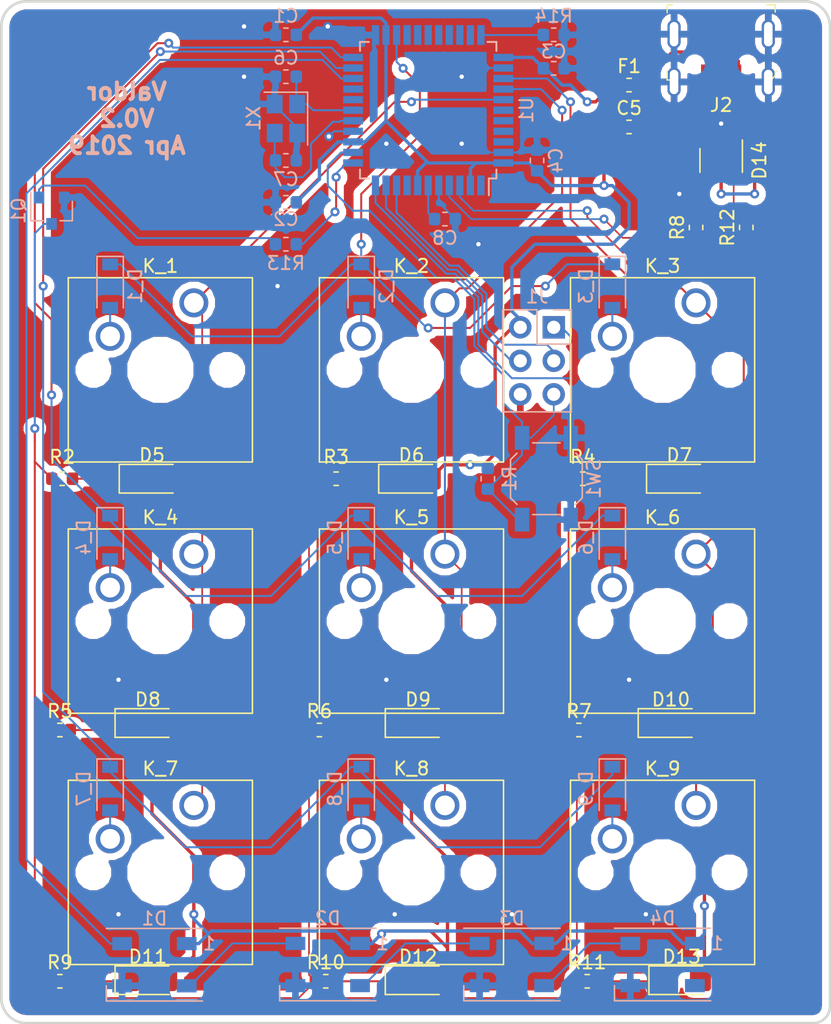
<source format=kicad_pcb>
(kicad_pcb (version 20171130) (host pcbnew 5.0.2)

  (general
    (thickness 1.6)
    (drawings 9)
    (tracks 524)
    (zones 0)
    (modules 61)
    (nets 66)
  )

  (page A4)
  (layers
    (0 F.Cu signal)
    (31 B.Cu signal)
    (32 B.Adhes user)
    (33 F.Adhes user)
    (34 B.Paste user)
    (35 F.Paste user)
    (36 B.SilkS user)
    (37 F.SilkS user)
    (38 B.Mask user)
    (39 F.Mask user)
    (40 Dwgs.User user hide)
    (41 Cmts.User user)
    (42 Eco1.User user)
    (43 Eco2.User user)
    (44 Edge.Cuts user)
    (45 Margin user)
    (46 B.CrtYd user)
    (47 F.CrtYd user)
    (48 B.Fab user hide)
    (49 F.Fab user hide)
  )

  (setup
    (last_trace_width 0.127)
    (trace_clearance 0.127)
    (zone_clearance 0.508)
    (zone_45_only no)
    (trace_min 0.127)
    (segment_width 0.2)
    (edge_width 0.2)
    (via_size 0.6858)
    (via_drill 0.3302)
    (via_min_size 0.6858)
    (via_min_drill 0.3302)
    (uvia_size 0.6858)
    (uvia_drill 0.3302)
    (uvias_allowed no)
    (uvia_min_size 0.2)
    (uvia_min_drill 0.1)
    (pcb_text_width 0.3)
    (pcb_text_size 1.5 1.5)
    (mod_edge_width 0.15)
    (mod_text_size 1 1)
    (mod_text_width 0.15)
    (pad_size 1.016 1.25)
    (pad_drill 0.55)
    (pad_to_mask_clearance 0.2)
    (solder_mask_min_width 0.25)
    (aux_axis_origin 0 0)
    (grid_origin 71.75 40)
    (visible_elements FFFFFF7F)
    (pcbplotparams
      (layerselection 0x010f0_ffffffff)
      (usegerberextensions true)
      (usegerberattributes false)
      (usegerberadvancedattributes false)
      (creategerberjobfile false)
      (excludeedgelayer true)
      (linewidth 0.100000)
      (plotframeref false)
      (viasonmask false)
      (mode 1)
      (useauxorigin false)
      (hpglpennumber 1)
      (hpglpenspeed 20)
      (hpglpendiameter 15.000000)
      (psnegative false)
      (psa4output false)
      (plotreference true)
      (plotvalue true)
      (plotinvisibletext false)
      (padsonsilk false)
      (subtractmaskfromsilk false)
      (outputformat 1)
      (mirror false)
      (drillshape 0)
      (scaleselection 1)
      (outputdirectory "gerbers/"))
  )

  (net 0 "")
  (net 1 /row0)
  (net 2 /row1)
  (net 3 /col1)
  (net 4 /col0)
  (net 5 GND)
  (net 6 VCC)
  (net 7 /xtal2)
  (net 8 /xtal1)
  (net 9 /D-)
  (net 10 /D+)
  (net 11 /Du-)
  (net 12 /Du+)
  (net 13 /Ucap)
  (net 14 "Net-(U1-Pad1)")
  (net 15 "Net-(U1-Pad18)")
  (net 16 "Net-(U1-Pad19)")
  (net 17 "Net-(U1-Pad26)")
  (net 18 "Net-(U1-Pad27)")
  (net 19 "Net-(U1-Pad28)")
  (net 20 "Net-(U1-Pad29)")
  (net 21 "Net-(U1-Pad32)")
  (net 22 "Net-(U1-Pad39)")
  (net 23 "Net-(U1-Pad40)")
  (net 24 "Net-(U1-Pad41)")
  (net 25 "Net-(U1-Pad42)")
  (net 26 /RGBLED)
  (net 27 /LED)
  (net 28 "Net-(Q1-Pad3)")
  (net 29 "Net-(Q1-Pad1)")
  (net 30 "Net-(D9-Pad1)")
  (net 31 "Net-(D8-Pad1)")
  (net 32 "Net-(D2-Pad2)")
  (net 33 "Net-(D3-Pad2)")
  (net 34 "Net-(D_1-Pad2)")
  (net 35 "Net-(D_2-Pad2)")
  (net 36 "Net-(D_3-Pad2)")
  (net 37 "Net-(D_4-Pad2)")
  (net 38 "Net-(D7-Pad1)")
  (net 39 "Net-(D6-Pad1)")
  (net 40 /Vu)
  (net 41 /RST)
  (net 42 /MISO)
  (net 43 /MOSI)
  (net 44 /SCK)
  (net 45 "Net-(U1-Pad8)")
  (net 46 "Net-(J2-Pad4)")
  (net 47 "Net-(D10-Pad1)")
  (net 48 "Net-(D5-Pad1)")
  (net 49 "Net-(D11-Pad1)")
  (net 50 "Net-(D12-Pad1)")
  (net 51 "Net-(D13-Pad1)")
  (net 52 /col2)
  (net 53 "Net-(U1-Pad31)")
  (net 54 "Net-(U1-Pad30)")
  (net 55 /row2)
  (net 56 "Net-(D1-Pad2)")
  (net 57 "Net-(D4-Pad2)")
  (net 58 "Net-(D_7-Pad2)")
  (net 59 "Net-(D_9-Pad2)")
  (net 60 "Net-(D_8-Pad2)")
  (net 61 "Net-(D_6-Pad2)")
  (net 62 "Net-(D_5-Pad2)")
  (net 63 "Net-(R14-Pad2)")
  (net 64 /Dp-)
  (net 65 /Dp+)

  (net_class Default "This is the default net class."
    (clearance 0.127)
    (trace_width 0.127)
    (via_dia 0.6858)
    (via_drill 0.3302)
    (uvia_dia 0.6858)
    (uvia_drill 0.3302)
    (diff_pair_gap 0.1524)
    (diff_pair_width 0.1524)
    (add_net /D+)
    (add_net /D-)
    (add_net /Dp+)
    (add_net /Dp-)
    (add_net /Du+)
    (add_net /Du-)
    (add_net /LED)
    (add_net /MISO)
    (add_net /MOSI)
    (add_net /RGBLED)
    (add_net /RST)
    (add_net /SCK)
    (add_net /Ucap)
    (add_net /col0)
    (add_net /col1)
    (add_net /col2)
    (add_net /row0)
    (add_net /row1)
    (add_net /row2)
    (add_net /xtal1)
    (add_net /xtal2)
    (add_net GND)
    (add_net "Net-(D1-Pad2)")
    (add_net "Net-(D10-Pad1)")
    (add_net "Net-(D11-Pad1)")
    (add_net "Net-(D12-Pad1)")
    (add_net "Net-(D13-Pad1)")
    (add_net "Net-(D2-Pad2)")
    (add_net "Net-(D3-Pad2)")
    (add_net "Net-(D4-Pad2)")
    (add_net "Net-(D5-Pad1)")
    (add_net "Net-(D6-Pad1)")
    (add_net "Net-(D7-Pad1)")
    (add_net "Net-(D8-Pad1)")
    (add_net "Net-(D9-Pad1)")
    (add_net "Net-(D_1-Pad2)")
    (add_net "Net-(D_2-Pad2)")
    (add_net "Net-(D_3-Pad2)")
    (add_net "Net-(D_4-Pad2)")
    (add_net "Net-(D_5-Pad2)")
    (add_net "Net-(D_6-Pad2)")
    (add_net "Net-(D_7-Pad2)")
    (add_net "Net-(D_8-Pad2)")
    (add_net "Net-(D_9-Pad2)")
    (add_net "Net-(J2-Pad4)")
    (add_net "Net-(Q1-Pad1)")
    (add_net "Net-(Q1-Pad3)")
    (add_net "Net-(R14-Pad2)")
    (add_net "Net-(U1-Pad1)")
    (add_net "Net-(U1-Pad18)")
    (add_net "Net-(U1-Pad19)")
    (add_net "Net-(U1-Pad26)")
    (add_net "Net-(U1-Pad27)")
    (add_net "Net-(U1-Pad28)")
    (add_net "Net-(U1-Pad29)")
    (add_net "Net-(U1-Pad30)")
    (add_net "Net-(U1-Pad31)")
    (add_net "Net-(U1-Pad32)")
    (add_net "Net-(U1-Pad39)")
    (add_net "Net-(U1-Pad40)")
    (add_net "Net-(U1-Pad41)")
    (add_net "Net-(U1-Pad42)")
    (add_net "Net-(U1-Pad8)")
  )

  (net_class Vcc ""
    (clearance 0.127)
    (trace_width 0.254)
    (via_dia 0.6858)
    (via_drill 0.3302)
    (uvia_dia 0.6858)
    (uvia_drill 0.3302)
    (diff_pair_gap 0.1524)
    (diff_pair_width 0.1524)
    (add_net /Vu)
    (add_net VCC)
  )

  (module LED_SMD:LED_WS2812B_PLCC4_5.0x5.0mm_P3.2mm (layer B.Cu) (tedit 5AA4B285) (tstamp 5C87E83C)
    (at 79.37 170.81 180)
    (descr https://cdn-shop.adafruit.com/datasheets/WS2812B.pdf)
    (tags "LED RGB NeoPixel")
    (path /5C74B1D9)
    (attr smd)
    (fp_text reference D3 (at 0 3.5 180) (layer B.SilkS)
      (effects (font (size 1 1) (thickness 0.15)) (justify mirror))
    )
    (fp_text value WS2812B (at 0 -4 180) (layer B.Fab)
      (effects (font (size 1 1) (thickness 0.15)) (justify mirror))
    )
    (fp_circle (center 0 0) (end 0 2) (layer B.Fab) (width 0.1))
    (fp_line (start 3.65 -2.75) (end 3.65 -1.6) (layer B.SilkS) (width 0.12))
    (fp_line (start -3.65 -2.75) (end 3.65 -2.75) (layer B.SilkS) (width 0.12))
    (fp_line (start -3.65 2.75) (end 3.65 2.75) (layer B.SilkS) (width 0.12))
    (fp_line (start 2.5 2.5) (end -2.5 2.5) (layer B.Fab) (width 0.1))
    (fp_line (start 2.5 -2.5) (end 2.5 2.5) (layer B.Fab) (width 0.1))
    (fp_line (start -2.5 -2.5) (end 2.5 -2.5) (layer B.Fab) (width 0.1))
    (fp_line (start -2.5 2.5) (end -2.5 -2.5) (layer B.Fab) (width 0.1))
    (fp_line (start 2.5 -1.5) (end 1.5 -2.5) (layer B.Fab) (width 0.1))
    (fp_line (start -3.45 2.75) (end -3.45 -2.75) (layer B.CrtYd) (width 0.05))
    (fp_line (start -3.45 -2.75) (end 3.45 -2.75) (layer B.CrtYd) (width 0.05))
    (fp_line (start 3.45 -2.75) (end 3.45 2.75) (layer B.CrtYd) (width 0.05))
    (fp_line (start 3.45 2.75) (end -3.45 2.75) (layer B.CrtYd) (width 0.05))
    (fp_text user %R (at 0 0 180) (layer B.Fab)
      (effects (font (size 0.8 0.8) (thickness 0.15)) (justify mirror))
    )
    (fp_text user 1 (at -4.15 1.6 180) (layer B.SilkS)
      (effects (font (size 1 1) (thickness 0.15)) (justify mirror))
    )
    (pad 1 smd rect (at -2.45 1.6 180) (size 1.5 1) (layers B.Cu B.Paste B.Mask)
      (net 6 VCC))
    (pad 2 smd rect (at -2.45 -1.6 180) (size 1.5 1) (layers B.Cu B.Paste B.Mask)
      (net 33 "Net-(D3-Pad2)"))
    (pad 4 smd rect (at 2.45 1.6 180) (size 1.5 1) (layers B.Cu B.Paste B.Mask)
      (net 32 "Net-(D2-Pad2)"))
    (pad 3 smd rect (at 2.45 -1.6 180) (size 1.5 1) (layers B.Cu B.Paste B.Mask)
      (net 5 GND))
    (model ${KISYS3DMOD}/LED_SMD.3dshapes/LED_WS2812B_PLCC4_5.0x5.0mm_P3.2mm.wrl
      (at (xyz 0 0 0))
      (scale (xyz 1 1 1))
      (rotate (xyz 0 0 0))
    )
  )

  (module Button_Switch_Keyboard:SW_Cherry_MX1A_1.00u_PCB (layer F.Cu) (tedit 5A02FE24) (tstamp 5CB1B4AE)
    (at 55.24 158.745)
    (descr "Cherry MX keyswitch, MX1A, 1.00u, PCB mount, http://cherryamericas.com/wp-content/uploads/2014/12/mx_cat.pdf")
    (tags "cherry mx keyswitch MX1A 1.00u PCB")
    (path /5CB4616D)
    (fp_text reference K_7 (at -2.54 -2.794) (layer F.SilkS)
      (effects (font (size 1 1) (thickness 0.15)))
    )
    (fp_text value KEYSW (at -2.54 12.954) (layer F.Fab)
      (effects (font (size 1 1) (thickness 0.15)))
    )
    (fp_line (start -9.525 12.065) (end -9.525 -1.905) (layer F.SilkS) (width 0.12))
    (fp_line (start 4.445 12.065) (end -9.525 12.065) (layer F.SilkS) (width 0.12))
    (fp_line (start 4.445 -1.905) (end 4.445 12.065) (layer F.SilkS) (width 0.12))
    (fp_line (start -9.525 -1.905) (end 4.445 -1.905) (layer F.SilkS) (width 0.12))
    (fp_line (start -12.065 14.605) (end -12.065 -4.445) (layer Dwgs.User) (width 0.15))
    (fp_line (start 6.985 14.605) (end -12.065 14.605) (layer Dwgs.User) (width 0.15))
    (fp_line (start 6.985 -4.445) (end 6.985 14.605) (layer Dwgs.User) (width 0.15))
    (fp_line (start -12.065 -4.445) (end 6.985 -4.445) (layer Dwgs.User) (width 0.15))
    (fp_line (start -9.14 -1.52) (end 4.06 -1.52) (layer F.CrtYd) (width 0.05))
    (fp_line (start 4.06 -1.52) (end 4.06 11.68) (layer F.CrtYd) (width 0.05))
    (fp_line (start 4.06 11.68) (end -9.14 11.68) (layer F.CrtYd) (width 0.05))
    (fp_line (start -9.14 11.68) (end -9.14 -1.52) (layer F.CrtYd) (width 0.05))
    (fp_line (start -8.89 11.43) (end -8.89 -1.27) (layer F.Fab) (width 0.15))
    (fp_line (start 3.81 11.43) (end -8.89 11.43) (layer F.Fab) (width 0.15))
    (fp_line (start 3.81 -1.27) (end 3.81 11.43) (layer F.Fab) (width 0.15))
    (fp_line (start -8.89 -1.27) (end 3.81 -1.27) (layer F.Fab) (width 0.15))
    (fp_text user %R (at -2.54 -2.794) (layer F.Fab)
      (effects (font (size 1 1) (thickness 0.15)))
    )
    (pad "" np_thru_hole circle (at 2.54 5.08) (size 1.7 1.7) (drill 1.7) (layers *.Cu *.Mask))
    (pad "" np_thru_hole circle (at -7.62 5.08) (size 1.7 1.7) (drill 1.7) (layers *.Cu *.Mask))
    (pad "" np_thru_hole circle (at -2.54 5.08) (size 4 4) (drill 4) (layers *.Cu *.Mask))
    (pad 2 thru_hole circle (at -6.35 2.54) (size 2.2 2.2) (drill 1.5) (layers *.Cu *.Mask)
      (net 58 "Net-(D_7-Pad2)"))
    (pad 1 thru_hole circle (at 0 0) (size 2.2 2.2) (drill 1.5) (layers *.Cu *.Mask)
      (net 4 /col0))
    (model ${KISYS3DMOD}/Button_Switch_Keyboard.3dshapes/SW_Cherry_MX1A_1.00u_PCB.wrl
      (at (xyz 0 0 0))
      (scale (xyz 1 1 1))
      (rotate (xyz 0 0 0))
    )
  )

  (module Button_Switch_Keyboard:SW_Cherry_MX1A_1.00u_PCB (layer F.Cu) (tedit 5A02FE24) (tstamp 5C87C2D9)
    (at 55.24 139.695)
    (descr "Cherry MX keyswitch, MX1A, 1.00u, PCB mount, http://cherryamericas.com/wp-content/uploads/2014/12/mx_cat.pdf")
    (tags "cherry mx keyswitch MX1A 1.00u PCB")
    (path /5CB3EF81)
    (fp_text reference K_4 (at -2.54 -2.794) (layer F.SilkS)
      (effects (font (size 1 1) (thickness 0.15)))
    )
    (fp_text value KEYSW (at -2.54 12.954) (layer F.Fab)
      (effects (font (size 1 1) (thickness 0.15)))
    )
    (fp_line (start -9.525 12.065) (end -9.525 -1.905) (layer F.SilkS) (width 0.12))
    (fp_line (start 4.445 12.065) (end -9.525 12.065) (layer F.SilkS) (width 0.12))
    (fp_line (start 4.445 -1.905) (end 4.445 12.065) (layer F.SilkS) (width 0.12))
    (fp_line (start -9.525 -1.905) (end 4.445 -1.905) (layer F.SilkS) (width 0.12))
    (fp_line (start -12.065 14.605) (end -12.065 -4.445) (layer Dwgs.User) (width 0.15))
    (fp_line (start 6.985 14.605) (end -12.065 14.605) (layer Dwgs.User) (width 0.15))
    (fp_line (start 6.985 -4.445) (end 6.985 14.605) (layer Dwgs.User) (width 0.15))
    (fp_line (start -12.065 -4.445) (end 6.985 -4.445) (layer Dwgs.User) (width 0.15))
    (fp_line (start -9.14 -1.52) (end 4.06 -1.52) (layer F.CrtYd) (width 0.05))
    (fp_line (start 4.06 -1.52) (end 4.06 11.68) (layer F.CrtYd) (width 0.05))
    (fp_line (start 4.06 11.68) (end -9.14 11.68) (layer F.CrtYd) (width 0.05))
    (fp_line (start -9.14 11.68) (end -9.14 -1.52) (layer F.CrtYd) (width 0.05))
    (fp_line (start -8.89 11.43) (end -8.89 -1.27) (layer F.Fab) (width 0.15))
    (fp_line (start 3.81 11.43) (end -8.89 11.43) (layer F.Fab) (width 0.15))
    (fp_line (start 3.81 -1.27) (end 3.81 11.43) (layer F.Fab) (width 0.15))
    (fp_line (start -8.89 -1.27) (end 3.81 -1.27) (layer F.Fab) (width 0.15))
    (fp_text user %R (at -2.54 -2.794) (layer F.Fab)
      (effects (font (size 1 1) (thickness 0.15)))
    )
    (pad "" np_thru_hole circle (at 2.54 5.08) (size 1.7 1.7) (drill 1.7) (layers *.Cu *.Mask))
    (pad "" np_thru_hole circle (at -7.62 5.08) (size 1.7 1.7) (drill 1.7) (layers *.Cu *.Mask))
    (pad "" np_thru_hole circle (at -2.54 5.08) (size 4 4) (drill 4) (layers *.Cu *.Mask))
    (pad 2 thru_hole circle (at -6.35 2.54) (size 2.2 2.2) (drill 1.5) (layers *.Cu *.Mask)
      (net 37 "Net-(D_4-Pad2)"))
    (pad 1 thru_hole circle (at 0 0) (size 2.2 2.2) (drill 1.5) (layers *.Cu *.Mask)
      (net 4 /col0))
    (model ${KISYS3DMOD}/Button_Switch_Keyboard.3dshapes/SW_Cherry_MX1A_1.00u_PCB.wrl
      (at (xyz 0 0 0))
      (scale (xyz 1 1 1))
      (rotate (xyz 0 0 0))
    )
  )

  (module Resistor_SMD:R_0603_1608Metric (layer F.Cu) (tedit 5B301BBD) (tstamp 5BAE3E7C)
    (at 45.25 133.98)
    (descr "Resistor SMD 0603 (1608 Metric), square (rectangular) end terminal, IPC_7351 nominal, (Body size source: http://www.tortai-tech.com/upload/download/2011102023233369053.pdf), generated with kicad-footprint-generator")
    (tags resistor)
    (path /5CB6AF40)
    (attr smd)
    (fp_text reference R2 (at 0 -1.65) (layer F.SilkS)
      (effects (font (size 1 1) (thickness 0.15)))
    )
    (fp_text value 1K (at 0 1.65) (layer F.Fab)
      (effects (font (size 1 1) (thickness 0.15)))
    )
    (fp_text user %R (at 0 0) (layer F.Fab)
      (effects (font (size 0.4 0.4) (thickness 0.06)))
    )
    (fp_line (start 1.48 0.73) (end -1.48 0.73) (layer F.CrtYd) (width 0.05))
    (fp_line (start 1.48 -0.73) (end 1.48 0.73) (layer F.CrtYd) (width 0.05))
    (fp_line (start -1.48 -0.73) (end 1.48 -0.73) (layer F.CrtYd) (width 0.05))
    (fp_line (start -1.48 0.73) (end -1.48 -0.73) (layer F.CrtYd) (width 0.05))
    (fp_line (start -0.162779 0.51) (end 0.162779 0.51) (layer F.SilkS) (width 0.12))
    (fp_line (start -0.162779 -0.51) (end 0.162779 -0.51) (layer F.SilkS) (width 0.12))
    (fp_line (start 0.8 0.4) (end -0.8 0.4) (layer F.Fab) (width 0.1))
    (fp_line (start 0.8 -0.4) (end 0.8 0.4) (layer F.Fab) (width 0.1))
    (fp_line (start -0.8 -0.4) (end 0.8 -0.4) (layer F.Fab) (width 0.1))
    (fp_line (start -0.8 0.4) (end -0.8 -0.4) (layer F.Fab) (width 0.1))
    (pad 2 smd roundrect (at 0.7875 0) (size 0.875 0.95) (layers F.Cu F.Paste F.Mask) (roundrect_rratio 0.25)
      (net 48 "Net-(D5-Pad1)"))
    (pad 1 smd roundrect (at -0.7875 0) (size 0.875 0.95) (layers F.Cu F.Paste F.Mask) (roundrect_rratio 0.25)
      (net 28 "Net-(Q1-Pad3)"))
    (model ${KISYS3DMOD}/Resistor_SMD.3dshapes/R_0603_1608Metric.wrl
      (at (xyz 0 0 0))
      (scale (xyz 1 1 1))
      (rotate (xyz 0 0 0))
    )
  )

  (module Package_TO_SOT_SMD:SOT-23-6 (layer F.Cu) (tedit 5A02FF57) (tstamp 5CB1CDD8)
    (at 95.245 109.85 270)
    (descr "6-pin SOT-23 package")
    (tags SOT-23-6)
    (path /5C72172F)
    (attr smd)
    (fp_text reference D14 (at 0 -2.9 270) (layer F.SilkS)
      (effects (font (size 1 1) (thickness 0.15)))
    )
    (fp_text value "USBLC6-2SC6 " (at 0 2.9 270) (layer F.Fab)
      (effects (font (size 1 1) (thickness 0.15)))
    )
    (fp_line (start 0.9 -1.55) (end 0.9 1.55) (layer F.Fab) (width 0.1))
    (fp_line (start 0.9 1.55) (end -0.9 1.55) (layer F.Fab) (width 0.1))
    (fp_line (start -0.9 -0.9) (end -0.9 1.55) (layer F.Fab) (width 0.1))
    (fp_line (start 0.9 -1.55) (end -0.25 -1.55) (layer F.Fab) (width 0.1))
    (fp_line (start -0.9 -0.9) (end -0.25 -1.55) (layer F.Fab) (width 0.1))
    (fp_line (start -1.9 -1.8) (end -1.9 1.8) (layer F.CrtYd) (width 0.05))
    (fp_line (start -1.9 1.8) (end 1.9 1.8) (layer F.CrtYd) (width 0.05))
    (fp_line (start 1.9 1.8) (end 1.9 -1.8) (layer F.CrtYd) (width 0.05))
    (fp_line (start 1.9 -1.8) (end -1.9 -1.8) (layer F.CrtYd) (width 0.05))
    (fp_line (start 0.9 -1.61) (end -1.55 -1.61) (layer F.SilkS) (width 0.12))
    (fp_line (start -0.9 1.61) (end 0.9 1.61) (layer F.SilkS) (width 0.12))
    (fp_text user %R (at 0 0) (layer F.Fab)
      (effects (font (size 0.5 0.5) (thickness 0.075)))
    )
    (pad 5 smd rect (at 1.1 0 270) (size 1.06 0.65) (layers F.Cu F.Paste F.Mask)
      (net 40 /Vu))
    (pad 6 smd rect (at 1.1 -0.95 270) (size 1.06 0.65) (layers F.Cu F.Paste F.Mask)
      (net 64 /Dp-))
    (pad 4 smd rect (at 1.1 0.95 270) (size 1.06 0.65) (layers F.Cu F.Paste F.Mask)
      (net 65 /Dp+))
    (pad 3 smd rect (at -1.1 0.95 270) (size 1.06 0.65) (layers F.Cu F.Paste F.Mask)
      (net 12 /Du+))
    (pad 2 smd rect (at -1.1 0 270) (size 1.06 0.65) (layers F.Cu F.Paste F.Mask)
      (net 5 GND))
    (pad 1 smd rect (at -1.1 -0.95 270) (size 1.06 0.65) (layers F.Cu F.Paste F.Mask)
      (net 11 /Du-))
    (model ${KISYS3DMOD}/Package_TO_SOT_SMD.3dshapes/SOT-23-6.wrl
      (at (xyz 0 0 0))
      (scale (xyz 1 1 1))
      (rotate (xyz 0 0 0))
    )
  )

  (module Button_Switch_Keyboard:SW_Cherry_MX1A_1.00u_PCB (layer F.Cu) (tedit 5A02FE24) (tstamp 5CB1B579)
    (at 74.29 139.695)
    (descr "Cherry MX keyswitch, MX1A, 1.00u, PCB mount, http://cherryamericas.com/wp-content/uploads/2014/12/mx_cat.pdf")
    (tags "cherry mx keyswitch MX1A 1.00u PCB")
    (path /5CB3EF93)
    (fp_text reference K_5 (at -2.54 -2.794) (layer F.SilkS)
      (effects (font (size 1 1) (thickness 0.15)))
    )
    (fp_text value KEYSW (at -2.54 12.954) (layer F.Fab)
      (effects (font (size 1 1) (thickness 0.15)))
    )
    (fp_line (start -9.525 12.065) (end -9.525 -1.905) (layer F.SilkS) (width 0.12))
    (fp_line (start 4.445 12.065) (end -9.525 12.065) (layer F.SilkS) (width 0.12))
    (fp_line (start 4.445 -1.905) (end 4.445 12.065) (layer F.SilkS) (width 0.12))
    (fp_line (start -9.525 -1.905) (end 4.445 -1.905) (layer F.SilkS) (width 0.12))
    (fp_line (start -12.065 14.605) (end -12.065 -4.445) (layer Dwgs.User) (width 0.15))
    (fp_line (start 6.985 14.605) (end -12.065 14.605) (layer Dwgs.User) (width 0.15))
    (fp_line (start 6.985 -4.445) (end 6.985 14.605) (layer Dwgs.User) (width 0.15))
    (fp_line (start -12.065 -4.445) (end 6.985 -4.445) (layer Dwgs.User) (width 0.15))
    (fp_line (start -9.14 -1.52) (end 4.06 -1.52) (layer F.CrtYd) (width 0.05))
    (fp_line (start 4.06 -1.52) (end 4.06 11.68) (layer F.CrtYd) (width 0.05))
    (fp_line (start 4.06 11.68) (end -9.14 11.68) (layer F.CrtYd) (width 0.05))
    (fp_line (start -9.14 11.68) (end -9.14 -1.52) (layer F.CrtYd) (width 0.05))
    (fp_line (start -8.89 11.43) (end -8.89 -1.27) (layer F.Fab) (width 0.15))
    (fp_line (start 3.81 11.43) (end -8.89 11.43) (layer F.Fab) (width 0.15))
    (fp_line (start 3.81 -1.27) (end 3.81 11.43) (layer F.Fab) (width 0.15))
    (fp_line (start -8.89 -1.27) (end 3.81 -1.27) (layer F.Fab) (width 0.15))
    (fp_text user %R (at -2.54 -2.794) (layer F.Fab)
      (effects (font (size 1 1) (thickness 0.15)))
    )
    (pad "" np_thru_hole circle (at 2.54 5.08) (size 1.7 1.7) (drill 1.7) (layers *.Cu *.Mask))
    (pad "" np_thru_hole circle (at -7.62 5.08) (size 1.7 1.7) (drill 1.7) (layers *.Cu *.Mask))
    (pad "" np_thru_hole circle (at -2.54 5.08) (size 4 4) (drill 4) (layers *.Cu *.Mask))
    (pad 2 thru_hole circle (at -6.35 2.54) (size 2.2 2.2) (drill 1.5) (layers *.Cu *.Mask)
      (net 62 "Net-(D_5-Pad2)"))
    (pad 1 thru_hole circle (at 0 0) (size 2.2 2.2) (drill 1.5) (layers *.Cu *.Mask)
      (net 3 /col1))
    (model ${KISYS3DMOD}/Button_Switch_Keyboard.3dshapes/SW_Cherry_MX1A_1.00u_PCB.wrl
      (at (xyz 0 0 0))
      (scale (xyz 1 1 1))
      (rotate (xyz 0 0 0))
    )
  )

  (module Button_Switch_Keyboard:SW_Cherry_MX1A_1.00u_PCB (layer F.Cu) (tedit 5A02FE24) (tstamp 5CB1B4C8)
    (at 93.34 139.695)
    (descr "Cherry MX keyswitch, MX1A, 1.00u, PCB mount, http://cherryamericas.com/wp-content/uploads/2014/12/mx_cat.pdf")
    (tags "cherry mx keyswitch MX1A 1.00u PCB")
    (path /5CB3EFA6)
    (fp_text reference K_6 (at -2.54 -2.794) (layer F.SilkS)
      (effects (font (size 1 1) (thickness 0.15)))
    )
    (fp_text value KEYSW (at -2.54 12.954) (layer F.Fab)
      (effects (font (size 1 1) (thickness 0.15)))
    )
    (fp_line (start -9.525 12.065) (end -9.525 -1.905) (layer F.SilkS) (width 0.12))
    (fp_line (start 4.445 12.065) (end -9.525 12.065) (layer F.SilkS) (width 0.12))
    (fp_line (start 4.445 -1.905) (end 4.445 12.065) (layer F.SilkS) (width 0.12))
    (fp_line (start -9.525 -1.905) (end 4.445 -1.905) (layer F.SilkS) (width 0.12))
    (fp_line (start -12.065 14.605) (end -12.065 -4.445) (layer Dwgs.User) (width 0.15))
    (fp_line (start 6.985 14.605) (end -12.065 14.605) (layer Dwgs.User) (width 0.15))
    (fp_line (start 6.985 -4.445) (end 6.985 14.605) (layer Dwgs.User) (width 0.15))
    (fp_line (start -12.065 -4.445) (end 6.985 -4.445) (layer Dwgs.User) (width 0.15))
    (fp_line (start -9.14 -1.52) (end 4.06 -1.52) (layer F.CrtYd) (width 0.05))
    (fp_line (start 4.06 -1.52) (end 4.06 11.68) (layer F.CrtYd) (width 0.05))
    (fp_line (start 4.06 11.68) (end -9.14 11.68) (layer F.CrtYd) (width 0.05))
    (fp_line (start -9.14 11.68) (end -9.14 -1.52) (layer F.CrtYd) (width 0.05))
    (fp_line (start -8.89 11.43) (end -8.89 -1.27) (layer F.Fab) (width 0.15))
    (fp_line (start 3.81 11.43) (end -8.89 11.43) (layer F.Fab) (width 0.15))
    (fp_line (start 3.81 -1.27) (end 3.81 11.43) (layer F.Fab) (width 0.15))
    (fp_line (start -8.89 -1.27) (end 3.81 -1.27) (layer F.Fab) (width 0.15))
    (fp_text user %R (at -2.54 -2.794) (layer F.Fab)
      (effects (font (size 1 1) (thickness 0.15)))
    )
    (pad "" np_thru_hole circle (at 2.54 5.08) (size 1.7 1.7) (drill 1.7) (layers *.Cu *.Mask))
    (pad "" np_thru_hole circle (at -7.62 5.08) (size 1.7 1.7) (drill 1.7) (layers *.Cu *.Mask))
    (pad "" np_thru_hole circle (at -2.54 5.08) (size 4 4) (drill 4) (layers *.Cu *.Mask))
    (pad 2 thru_hole circle (at -6.35 2.54) (size 2.2 2.2) (drill 1.5) (layers *.Cu *.Mask)
      (net 61 "Net-(D_6-Pad2)"))
    (pad 1 thru_hole circle (at 0 0) (size 2.2 2.2) (drill 1.5) (layers *.Cu *.Mask)
      (net 52 /col2))
    (model ${KISYS3DMOD}/Button_Switch_Keyboard.3dshapes/SW_Cherry_MX1A_1.00u_PCB.wrl
      (at (xyz 0 0 0))
      (scale (xyz 1 1 1))
      (rotate (xyz 0 0 0))
    )
  )

  (module Button_Switch_Keyboard:SW_Cherry_MX1A_1.00u_PCB (layer F.Cu) (tedit 5A02FE24) (tstamp 5CB1B494)
    (at 74.29 158.745)
    (descr "Cherry MX keyswitch, MX1A, 1.00u, PCB mount, http://cherryamericas.com/wp-content/uploads/2014/12/mx_cat.pdf")
    (tags "cherry mx keyswitch MX1A 1.00u PCB")
    (path /5CB4617F)
    (fp_text reference K_8 (at -2.54 -2.794) (layer F.SilkS)
      (effects (font (size 1 1) (thickness 0.15)))
    )
    (fp_text value KEYSW (at -2.54 12.954) (layer F.Fab)
      (effects (font (size 1 1) (thickness 0.15)))
    )
    (fp_line (start -9.525 12.065) (end -9.525 -1.905) (layer F.SilkS) (width 0.12))
    (fp_line (start 4.445 12.065) (end -9.525 12.065) (layer F.SilkS) (width 0.12))
    (fp_line (start 4.445 -1.905) (end 4.445 12.065) (layer F.SilkS) (width 0.12))
    (fp_line (start -9.525 -1.905) (end 4.445 -1.905) (layer F.SilkS) (width 0.12))
    (fp_line (start -12.065 14.605) (end -12.065 -4.445) (layer Dwgs.User) (width 0.15))
    (fp_line (start 6.985 14.605) (end -12.065 14.605) (layer Dwgs.User) (width 0.15))
    (fp_line (start 6.985 -4.445) (end 6.985 14.605) (layer Dwgs.User) (width 0.15))
    (fp_line (start -12.065 -4.445) (end 6.985 -4.445) (layer Dwgs.User) (width 0.15))
    (fp_line (start -9.14 -1.52) (end 4.06 -1.52) (layer F.CrtYd) (width 0.05))
    (fp_line (start 4.06 -1.52) (end 4.06 11.68) (layer F.CrtYd) (width 0.05))
    (fp_line (start 4.06 11.68) (end -9.14 11.68) (layer F.CrtYd) (width 0.05))
    (fp_line (start -9.14 11.68) (end -9.14 -1.52) (layer F.CrtYd) (width 0.05))
    (fp_line (start -8.89 11.43) (end -8.89 -1.27) (layer F.Fab) (width 0.15))
    (fp_line (start 3.81 11.43) (end -8.89 11.43) (layer F.Fab) (width 0.15))
    (fp_line (start 3.81 -1.27) (end 3.81 11.43) (layer F.Fab) (width 0.15))
    (fp_line (start -8.89 -1.27) (end 3.81 -1.27) (layer F.Fab) (width 0.15))
    (fp_text user %R (at -2.54 -2.794) (layer F.Fab)
      (effects (font (size 1 1) (thickness 0.15)))
    )
    (pad "" np_thru_hole circle (at 2.54 5.08) (size 1.7 1.7) (drill 1.7) (layers *.Cu *.Mask))
    (pad "" np_thru_hole circle (at -7.62 5.08) (size 1.7 1.7) (drill 1.7) (layers *.Cu *.Mask))
    (pad "" np_thru_hole circle (at -2.54 5.08) (size 4 4) (drill 4) (layers *.Cu *.Mask))
    (pad 2 thru_hole circle (at -6.35 2.54) (size 2.2 2.2) (drill 1.5) (layers *.Cu *.Mask)
      (net 60 "Net-(D_8-Pad2)"))
    (pad 1 thru_hole circle (at 0 0) (size 2.2 2.2) (drill 1.5) (layers *.Cu *.Mask)
      (net 3 /col1))
    (model ${KISYS3DMOD}/Button_Switch_Keyboard.3dshapes/SW_Cherry_MX1A_1.00u_PCB.wrl
      (at (xyz 0 0 0))
      (scale (xyz 1 1 1))
      (rotate (xyz 0 0 0))
    )
  )

  (module Button_Switch_Keyboard:SW_Cherry_MX1A_1.00u_PCB (layer F.Cu) (tedit 5A02FE24) (tstamp 5CB1B47A)
    (at 93.34 158.745)
    (descr "Cherry MX keyswitch, MX1A, 1.00u, PCB mount, http://cherryamericas.com/wp-content/uploads/2014/12/mx_cat.pdf")
    (tags "cherry mx keyswitch MX1A 1.00u PCB")
    (path /5CB46192)
    (fp_text reference K_9 (at -2.54 -2.794) (layer F.SilkS)
      (effects (font (size 1 1) (thickness 0.15)))
    )
    (fp_text value KEYSW (at -2.54 12.954) (layer F.Fab)
      (effects (font (size 1 1) (thickness 0.15)))
    )
    (fp_line (start -9.525 12.065) (end -9.525 -1.905) (layer F.SilkS) (width 0.12))
    (fp_line (start 4.445 12.065) (end -9.525 12.065) (layer F.SilkS) (width 0.12))
    (fp_line (start 4.445 -1.905) (end 4.445 12.065) (layer F.SilkS) (width 0.12))
    (fp_line (start -9.525 -1.905) (end 4.445 -1.905) (layer F.SilkS) (width 0.12))
    (fp_line (start -12.065 14.605) (end -12.065 -4.445) (layer Dwgs.User) (width 0.15))
    (fp_line (start 6.985 14.605) (end -12.065 14.605) (layer Dwgs.User) (width 0.15))
    (fp_line (start 6.985 -4.445) (end 6.985 14.605) (layer Dwgs.User) (width 0.15))
    (fp_line (start -12.065 -4.445) (end 6.985 -4.445) (layer Dwgs.User) (width 0.15))
    (fp_line (start -9.14 -1.52) (end 4.06 -1.52) (layer F.CrtYd) (width 0.05))
    (fp_line (start 4.06 -1.52) (end 4.06 11.68) (layer F.CrtYd) (width 0.05))
    (fp_line (start 4.06 11.68) (end -9.14 11.68) (layer F.CrtYd) (width 0.05))
    (fp_line (start -9.14 11.68) (end -9.14 -1.52) (layer F.CrtYd) (width 0.05))
    (fp_line (start -8.89 11.43) (end -8.89 -1.27) (layer F.Fab) (width 0.15))
    (fp_line (start 3.81 11.43) (end -8.89 11.43) (layer F.Fab) (width 0.15))
    (fp_line (start 3.81 -1.27) (end 3.81 11.43) (layer F.Fab) (width 0.15))
    (fp_line (start -8.89 -1.27) (end 3.81 -1.27) (layer F.Fab) (width 0.15))
    (fp_text user %R (at -2.54 -2.794) (layer F.Fab)
      (effects (font (size 1 1) (thickness 0.15)))
    )
    (pad "" np_thru_hole circle (at 2.54 5.08) (size 1.7 1.7) (drill 1.7) (layers *.Cu *.Mask))
    (pad "" np_thru_hole circle (at -7.62 5.08) (size 1.7 1.7) (drill 1.7) (layers *.Cu *.Mask))
    (pad "" np_thru_hole circle (at -2.54 5.08) (size 4 4) (drill 4) (layers *.Cu *.Mask))
    (pad 2 thru_hole circle (at -6.35 2.54) (size 2.2 2.2) (drill 1.5) (layers *.Cu *.Mask)
      (net 59 "Net-(D_9-Pad2)"))
    (pad 1 thru_hole circle (at 0 0) (size 2.2 2.2) (drill 1.5) (layers *.Cu *.Mask)
      (net 52 /col2))
    (model ${KISYS3DMOD}/Button_Switch_Keyboard.3dshapes/SW_Cherry_MX1A_1.00u_PCB.wrl
      (at (xyz 0 0 0))
      (scale (xyz 1 1 1))
      (rotate (xyz 0 0 0))
    )
  )

  (module Connector_PinHeader_2.54mm:PinHeader_2x03_P2.54mm_Vertical (layer B.Cu) (tedit 59FED5CC) (tstamp 5CB1B25C)
    (at 82.545 122.5 180)
    (descr "Through hole straight pin header, 2x03, 2.54mm pitch, double rows")
    (tags "Through hole pin header THT 2x03 2.54mm double row")
    (path /5CB1ED18)
    (fp_text reference J1 (at 1.27 2.33 180) (layer B.SilkS)
      (effects (font (size 1 1) (thickness 0.15)) (justify mirror))
    )
    (fp_text value Conn_02x03_Odd_Even (at 1.27 -7.41 180) (layer B.Fab)
      (effects (font (size 1 1) (thickness 0.15)) (justify mirror))
    )
    (fp_text user %R (at 1.27 -2.54 90) (layer B.Fab)
      (effects (font (size 1 1) (thickness 0.15)) (justify mirror))
    )
    (fp_line (start 4.35 1.8) (end -1.8 1.8) (layer B.CrtYd) (width 0.05))
    (fp_line (start 4.35 -6.85) (end 4.35 1.8) (layer B.CrtYd) (width 0.05))
    (fp_line (start -1.8 -6.85) (end 4.35 -6.85) (layer B.CrtYd) (width 0.05))
    (fp_line (start -1.8 1.8) (end -1.8 -6.85) (layer B.CrtYd) (width 0.05))
    (fp_line (start -1.33 1.33) (end 0 1.33) (layer B.SilkS) (width 0.12))
    (fp_line (start -1.33 0) (end -1.33 1.33) (layer B.SilkS) (width 0.12))
    (fp_line (start 1.27 1.33) (end 3.87 1.33) (layer B.SilkS) (width 0.12))
    (fp_line (start 1.27 -1.27) (end 1.27 1.33) (layer B.SilkS) (width 0.12))
    (fp_line (start -1.33 -1.27) (end 1.27 -1.27) (layer B.SilkS) (width 0.12))
    (fp_line (start 3.87 1.33) (end 3.87 -6.41) (layer B.SilkS) (width 0.12))
    (fp_line (start -1.33 -1.27) (end -1.33 -6.41) (layer B.SilkS) (width 0.12))
    (fp_line (start -1.33 -6.41) (end 3.87 -6.41) (layer B.SilkS) (width 0.12))
    (fp_line (start -1.27 0) (end 0 1.27) (layer B.Fab) (width 0.1))
    (fp_line (start -1.27 -6.35) (end -1.27 0) (layer B.Fab) (width 0.1))
    (fp_line (start 3.81 -6.35) (end -1.27 -6.35) (layer B.Fab) (width 0.1))
    (fp_line (start 3.81 1.27) (end 3.81 -6.35) (layer B.Fab) (width 0.1))
    (fp_line (start 0 1.27) (end 3.81 1.27) (layer B.Fab) (width 0.1))
    (pad 6 thru_hole oval (at 2.54 -5.08 180) (size 1.7 1.7) (drill 1) (layers *.Cu *.Mask)
      (net 5 GND))
    (pad 5 thru_hole oval (at 0 -5.08 180) (size 1.7 1.7) (drill 1) (layers *.Cu *.Mask)
      (net 41 /RST))
    (pad 4 thru_hole oval (at 2.54 -2.54 180) (size 1.7 1.7) (drill 1) (layers *.Cu *.Mask)
      (net 43 /MOSI))
    (pad 3 thru_hole oval (at 0 -2.54 180) (size 1.7 1.7) (drill 1) (layers *.Cu *.Mask)
      (net 44 /SCK))
    (pad 2 thru_hole oval (at 2.54 0 180) (size 1.7 1.7) (drill 1) (layers *.Cu *.Mask)
      (net 6 VCC))
    (pad 1 thru_hole rect (at 0 0 180) (size 1.7 1.7) (drill 1) (layers *.Cu *.Mask)
      (net 42 /MISO))
    (model ${KISYS3DMOD}/Connector_PinHeader_2.54mm.3dshapes/PinHeader_2x03_P2.54mm_Vertical.wrl
      (at (xyz 0 0 0))
      (scale (xyz 1 1 1))
      (rotate (xyz 0 0 0))
    )
  )

  (module Diode_SMD:D_SOD-123 (layer B.Cu) (tedit 58645DC7) (tstamp 5CB1B18B)
    (at 67.94 138.425 270)
    (descr SOD-123)
    (tags SOD-123)
    (path /5CB3EF9A)
    (attr smd)
    (fp_text reference D_5 (at 0 2 270) (layer B.SilkS)
      (effects (font (size 1 1) (thickness 0.15)) (justify mirror))
    )
    (fp_text value D (at 0 -2.1 270) (layer B.Fab)
      (effects (font (size 1 1) (thickness 0.15)) (justify mirror))
    )
    (fp_line (start -2.25 1) (end 1.65 1) (layer B.SilkS) (width 0.12))
    (fp_line (start -2.25 -1) (end 1.65 -1) (layer B.SilkS) (width 0.12))
    (fp_line (start -2.35 1.15) (end -2.35 -1.15) (layer B.CrtYd) (width 0.05))
    (fp_line (start 2.35 -1.15) (end -2.35 -1.15) (layer B.CrtYd) (width 0.05))
    (fp_line (start 2.35 1.15) (end 2.35 -1.15) (layer B.CrtYd) (width 0.05))
    (fp_line (start -2.35 1.15) (end 2.35 1.15) (layer B.CrtYd) (width 0.05))
    (fp_line (start -1.4 0.9) (end 1.4 0.9) (layer B.Fab) (width 0.1))
    (fp_line (start 1.4 0.9) (end 1.4 -0.9) (layer B.Fab) (width 0.1))
    (fp_line (start 1.4 -0.9) (end -1.4 -0.9) (layer B.Fab) (width 0.1))
    (fp_line (start -1.4 -0.9) (end -1.4 0.9) (layer B.Fab) (width 0.1))
    (fp_line (start -0.75 0) (end -0.35 0) (layer B.Fab) (width 0.1))
    (fp_line (start -0.35 0) (end -0.35 0.55) (layer B.Fab) (width 0.1))
    (fp_line (start -0.35 0) (end -0.35 -0.55) (layer B.Fab) (width 0.1))
    (fp_line (start -0.35 0) (end 0.25 0.4) (layer B.Fab) (width 0.1))
    (fp_line (start 0.25 0.4) (end 0.25 -0.4) (layer B.Fab) (width 0.1))
    (fp_line (start 0.25 -0.4) (end -0.35 0) (layer B.Fab) (width 0.1))
    (fp_line (start 0.25 0) (end 0.75 0) (layer B.Fab) (width 0.1))
    (fp_line (start -2.25 1) (end -2.25 -1) (layer B.SilkS) (width 0.12))
    (fp_text user %R (at 0 2 270) (layer B.Fab)
      (effects (font (size 1 1) (thickness 0.15)) (justify mirror))
    )
    (pad 2 smd rect (at 1.65 0 270) (size 0.9 1.2) (layers B.Cu B.Paste B.Mask)
      (net 62 "Net-(D_5-Pad2)"))
    (pad 1 smd rect (at -1.65 0 270) (size 0.9 1.2) (layers B.Cu B.Paste B.Mask)
      (net 2 /row1))
    (model ${KISYS3DMOD}/Diode_SMD.3dshapes/D_SOD-123.wrl
      (at (xyz 0 0 0))
      (scale (xyz 1 1 1))
      (rotate (xyz 0 0 0))
    )
  )

  (module Diode_SMD:D_SOD-123 (layer B.Cu) (tedit 58645DC7) (tstamp 5CB1EB8F)
    (at 86.99 138.425 270)
    (descr SOD-123)
    (tags SOD-123)
    (path /5CB3EFAD)
    (attr smd)
    (fp_text reference D_6 (at 0 2 270) (layer B.SilkS)
      (effects (font (size 1 1) (thickness 0.15)) (justify mirror))
    )
    (fp_text value D (at 0 -2.1 270) (layer B.Fab)
      (effects (font (size 1 1) (thickness 0.15)) (justify mirror))
    )
    (fp_line (start -2.25 1) (end 1.65 1) (layer B.SilkS) (width 0.12))
    (fp_line (start -2.25 -1) (end 1.65 -1) (layer B.SilkS) (width 0.12))
    (fp_line (start -2.35 1.15) (end -2.35 -1.15) (layer B.CrtYd) (width 0.05))
    (fp_line (start 2.35 -1.15) (end -2.35 -1.15) (layer B.CrtYd) (width 0.05))
    (fp_line (start 2.35 1.15) (end 2.35 -1.15) (layer B.CrtYd) (width 0.05))
    (fp_line (start -2.35 1.15) (end 2.35 1.15) (layer B.CrtYd) (width 0.05))
    (fp_line (start -1.4 0.9) (end 1.4 0.9) (layer B.Fab) (width 0.1))
    (fp_line (start 1.4 0.9) (end 1.4 -0.9) (layer B.Fab) (width 0.1))
    (fp_line (start 1.4 -0.9) (end -1.4 -0.9) (layer B.Fab) (width 0.1))
    (fp_line (start -1.4 -0.9) (end -1.4 0.9) (layer B.Fab) (width 0.1))
    (fp_line (start -0.75 0) (end -0.35 0) (layer B.Fab) (width 0.1))
    (fp_line (start -0.35 0) (end -0.35 0.55) (layer B.Fab) (width 0.1))
    (fp_line (start -0.35 0) (end -0.35 -0.55) (layer B.Fab) (width 0.1))
    (fp_line (start -0.35 0) (end 0.25 0.4) (layer B.Fab) (width 0.1))
    (fp_line (start 0.25 0.4) (end 0.25 -0.4) (layer B.Fab) (width 0.1))
    (fp_line (start 0.25 -0.4) (end -0.35 0) (layer B.Fab) (width 0.1))
    (fp_line (start 0.25 0) (end 0.75 0) (layer B.Fab) (width 0.1))
    (fp_line (start -2.25 1) (end -2.25 -1) (layer B.SilkS) (width 0.12))
    (fp_text user %R (at 0 2 270) (layer B.Fab)
      (effects (font (size 1 1) (thickness 0.15)) (justify mirror))
    )
    (pad 2 smd rect (at 1.65 0 270) (size 0.9 1.2) (layers B.Cu B.Paste B.Mask)
      (net 61 "Net-(D_6-Pad2)"))
    (pad 1 smd rect (at -1.65 0 270) (size 0.9 1.2) (layers B.Cu B.Paste B.Mask)
      (net 2 /row1))
    (model ${KISYS3DMOD}/Diode_SMD.3dshapes/D_SOD-123.wrl
      (at (xyz 0 0 0))
      (scale (xyz 1 1 1))
      (rotate (xyz 0 0 0))
    )
  )

  (module Diode_SMD:D_SOD-123 (layer B.Cu) (tedit 58645DC7) (tstamp 5CB1B159)
    (at 67.94 157.475 270)
    (descr SOD-123)
    (tags SOD-123)
    (path /5CB46186)
    (attr smd)
    (fp_text reference D_8 (at 0 2 270) (layer B.SilkS)
      (effects (font (size 1 1) (thickness 0.15)) (justify mirror))
    )
    (fp_text value D (at 0 -2.1 270) (layer B.Fab)
      (effects (font (size 1 1) (thickness 0.15)) (justify mirror))
    )
    (fp_line (start -2.25 1) (end 1.65 1) (layer B.SilkS) (width 0.12))
    (fp_line (start -2.25 -1) (end 1.65 -1) (layer B.SilkS) (width 0.12))
    (fp_line (start -2.35 1.15) (end -2.35 -1.15) (layer B.CrtYd) (width 0.05))
    (fp_line (start 2.35 -1.15) (end -2.35 -1.15) (layer B.CrtYd) (width 0.05))
    (fp_line (start 2.35 1.15) (end 2.35 -1.15) (layer B.CrtYd) (width 0.05))
    (fp_line (start -2.35 1.15) (end 2.35 1.15) (layer B.CrtYd) (width 0.05))
    (fp_line (start -1.4 0.9) (end 1.4 0.9) (layer B.Fab) (width 0.1))
    (fp_line (start 1.4 0.9) (end 1.4 -0.9) (layer B.Fab) (width 0.1))
    (fp_line (start 1.4 -0.9) (end -1.4 -0.9) (layer B.Fab) (width 0.1))
    (fp_line (start -1.4 -0.9) (end -1.4 0.9) (layer B.Fab) (width 0.1))
    (fp_line (start -0.75 0) (end -0.35 0) (layer B.Fab) (width 0.1))
    (fp_line (start -0.35 0) (end -0.35 0.55) (layer B.Fab) (width 0.1))
    (fp_line (start -0.35 0) (end -0.35 -0.55) (layer B.Fab) (width 0.1))
    (fp_line (start -0.35 0) (end 0.25 0.4) (layer B.Fab) (width 0.1))
    (fp_line (start 0.25 0.4) (end 0.25 -0.4) (layer B.Fab) (width 0.1))
    (fp_line (start 0.25 -0.4) (end -0.35 0) (layer B.Fab) (width 0.1))
    (fp_line (start 0.25 0) (end 0.75 0) (layer B.Fab) (width 0.1))
    (fp_line (start -2.25 1) (end -2.25 -1) (layer B.SilkS) (width 0.12))
    (fp_text user %R (at 0 2 270) (layer B.Fab)
      (effects (font (size 1 1) (thickness 0.15)) (justify mirror))
    )
    (pad 2 smd rect (at 1.65 0 270) (size 0.9 1.2) (layers B.Cu B.Paste B.Mask)
      (net 60 "Net-(D_8-Pad2)"))
    (pad 1 smd rect (at -1.65 0 270) (size 0.9 1.2) (layers B.Cu B.Paste B.Mask)
      (net 1 /row0))
    (model ${KISYS3DMOD}/Diode_SMD.3dshapes/D_SOD-123.wrl
      (at (xyz 0 0 0))
      (scale (xyz 1 1 1))
      (rotate (xyz 0 0 0))
    )
  )

  (module Diode_SMD:D_SOD-123 (layer B.Cu) (tedit 58645DC7) (tstamp 5CB1B140)
    (at 86.99 157.475 270)
    (descr SOD-123)
    (tags SOD-123)
    (path /5CB46199)
    (attr smd)
    (fp_text reference D_9 (at 0 2 270) (layer B.SilkS)
      (effects (font (size 1 1) (thickness 0.15)) (justify mirror))
    )
    (fp_text value D (at 0 -2.1 270) (layer B.Fab)
      (effects (font (size 1 1) (thickness 0.15)) (justify mirror))
    )
    (fp_line (start -2.25 1) (end 1.65 1) (layer B.SilkS) (width 0.12))
    (fp_line (start -2.25 -1) (end 1.65 -1) (layer B.SilkS) (width 0.12))
    (fp_line (start -2.35 1.15) (end -2.35 -1.15) (layer B.CrtYd) (width 0.05))
    (fp_line (start 2.35 -1.15) (end -2.35 -1.15) (layer B.CrtYd) (width 0.05))
    (fp_line (start 2.35 1.15) (end 2.35 -1.15) (layer B.CrtYd) (width 0.05))
    (fp_line (start -2.35 1.15) (end 2.35 1.15) (layer B.CrtYd) (width 0.05))
    (fp_line (start -1.4 0.9) (end 1.4 0.9) (layer B.Fab) (width 0.1))
    (fp_line (start 1.4 0.9) (end 1.4 -0.9) (layer B.Fab) (width 0.1))
    (fp_line (start 1.4 -0.9) (end -1.4 -0.9) (layer B.Fab) (width 0.1))
    (fp_line (start -1.4 -0.9) (end -1.4 0.9) (layer B.Fab) (width 0.1))
    (fp_line (start -0.75 0) (end -0.35 0) (layer B.Fab) (width 0.1))
    (fp_line (start -0.35 0) (end -0.35 0.55) (layer B.Fab) (width 0.1))
    (fp_line (start -0.35 0) (end -0.35 -0.55) (layer B.Fab) (width 0.1))
    (fp_line (start -0.35 0) (end 0.25 0.4) (layer B.Fab) (width 0.1))
    (fp_line (start 0.25 0.4) (end 0.25 -0.4) (layer B.Fab) (width 0.1))
    (fp_line (start 0.25 -0.4) (end -0.35 0) (layer B.Fab) (width 0.1))
    (fp_line (start 0.25 0) (end 0.75 0) (layer B.Fab) (width 0.1))
    (fp_line (start -2.25 1) (end -2.25 -1) (layer B.SilkS) (width 0.12))
    (fp_text user %R (at 0 2 270) (layer B.Fab)
      (effects (font (size 1 1) (thickness 0.15)) (justify mirror))
    )
    (pad 2 smd rect (at 1.65 0 270) (size 0.9 1.2) (layers B.Cu B.Paste B.Mask)
      (net 59 "Net-(D_9-Pad2)"))
    (pad 1 smd rect (at -1.65 0 270) (size 0.9 1.2) (layers B.Cu B.Paste B.Mask)
      (net 1 /row0))
    (model ${KISYS3DMOD}/Diode_SMD.3dshapes/D_SOD-123.wrl
      (at (xyz 0 0 0))
      (scale (xyz 1 1 1))
      (rotate (xyz 0 0 0))
    )
  )

  (module Diode_SMD:D_SOD-123 (layer B.Cu) (tedit 58645DC7) (tstamp 5CB1B046)
    (at 48.89 157.475 270)
    (descr SOD-123)
    (tags SOD-123)
    (path /5CB46174)
    (attr smd)
    (fp_text reference D_7 (at 0 2 270) (layer B.SilkS)
      (effects (font (size 1 1) (thickness 0.15)) (justify mirror))
    )
    (fp_text value D (at 0 -2.1 270) (layer B.Fab)
      (effects (font (size 1 1) (thickness 0.15)) (justify mirror))
    )
    (fp_line (start -2.25 1) (end 1.65 1) (layer B.SilkS) (width 0.12))
    (fp_line (start -2.25 -1) (end 1.65 -1) (layer B.SilkS) (width 0.12))
    (fp_line (start -2.35 1.15) (end -2.35 -1.15) (layer B.CrtYd) (width 0.05))
    (fp_line (start 2.35 -1.15) (end -2.35 -1.15) (layer B.CrtYd) (width 0.05))
    (fp_line (start 2.35 1.15) (end 2.35 -1.15) (layer B.CrtYd) (width 0.05))
    (fp_line (start -2.35 1.15) (end 2.35 1.15) (layer B.CrtYd) (width 0.05))
    (fp_line (start -1.4 0.9) (end 1.4 0.9) (layer B.Fab) (width 0.1))
    (fp_line (start 1.4 0.9) (end 1.4 -0.9) (layer B.Fab) (width 0.1))
    (fp_line (start 1.4 -0.9) (end -1.4 -0.9) (layer B.Fab) (width 0.1))
    (fp_line (start -1.4 -0.9) (end -1.4 0.9) (layer B.Fab) (width 0.1))
    (fp_line (start -0.75 0) (end -0.35 0) (layer B.Fab) (width 0.1))
    (fp_line (start -0.35 0) (end -0.35 0.55) (layer B.Fab) (width 0.1))
    (fp_line (start -0.35 0) (end -0.35 -0.55) (layer B.Fab) (width 0.1))
    (fp_line (start -0.35 0) (end 0.25 0.4) (layer B.Fab) (width 0.1))
    (fp_line (start 0.25 0.4) (end 0.25 -0.4) (layer B.Fab) (width 0.1))
    (fp_line (start 0.25 -0.4) (end -0.35 0) (layer B.Fab) (width 0.1))
    (fp_line (start 0.25 0) (end 0.75 0) (layer B.Fab) (width 0.1))
    (fp_line (start -2.25 1) (end -2.25 -1) (layer B.SilkS) (width 0.12))
    (fp_text user %R (at 0 2 270) (layer B.Fab)
      (effects (font (size 1 1) (thickness 0.15)) (justify mirror))
    )
    (pad 2 smd rect (at 1.65 0 270) (size 0.9 1.2) (layers B.Cu B.Paste B.Mask)
      (net 58 "Net-(D_7-Pad2)"))
    (pad 1 smd rect (at -1.65 0 270) (size 0.9 1.2) (layers B.Cu B.Paste B.Mask)
      (net 1 /row0))
    (model ${KISYS3DMOD}/Diode_SMD.3dshapes/D_SOD-123.wrl
      (at (xyz 0 0 0))
      (scale (xyz 1 1 1))
      (rotate (xyz 0 0 0))
    )
  )

  (module LED_SMD:LED_1206_3216Metric_Castellated (layer F.Cu) (tedit 5B301BBE) (tstamp 5CB1AFA8)
    (at 91.435 152.5)
    (descr "LED SMD 1206 (3216 Metric), castellated end terminal, IPC_7351 nominal, (Body size source: http://www.tortai-tech.com/upload/download/2011102023233369053.pdf), generated with kicad-footprint-generator")
    (tags "LED castellated")
    (path /5CB58CCB)
    (attr smd)
    (fp_text reference D10 (at 0 -1.78) (layer F.SilkS)
      (effects (font (size 1 1) (thickness 0.15)))
    )
    (fp_text value LED (at 0 1.78) (layer F.Fab)
      (effects (font (size 1 1) (thickness 0.15)))
    )
    (fp_text user %R (at 0 0) (layer F.Fab)
      (effects (font (size 0.8 0.8) (thickness 0.12)))
    )
    (fp_line (start 2.48 1.08) (end -2.48 1.08) (layer F.CrtYd) (width 0.05))
    (fp_line (start 2.48 -1.08) (end 2.48 1.08) (layer F.CrtYd) (width 0.05))
    (fp_line (start -2.48 -1.08) (end 2.48 -1.08) (layer F.CrtYd) (width 0.05))
    (fp_line (start -2.48 1.08) (end -2.48 -1.08) (layer F.CrtYd) (width 0.05))
    (fp_line (start -2.485 1.085) (end 1.6 1.085) (layer F.SilkS) (width 0.12))
    (fp_line (start -2.485 -1.085) (end -2.485 1.085) (layer F.SilkS) (width 0.12))
    (fp_line (start 1.6 -1.085) (end -2.485 -1.085) (layer F.SilkS) (width 0.12))
    (fp_line (start 1.6 0.8) (end 1.6 -0.8) (layer F.Fab) (width 0.1))
    (fp_line (start -1.6 0.8) (end 1.6 0.8) (layer F.Fab) (width 0.1))
    (fp_line (start -1.6 -0.4) (end -1.6 0.8) (layer F.Fab) (width 0.1))
    (fp_line (start -1.2 -0.8) (end -1.6 -0.4) (layer F.Fab) (width 0.1))
    (fp_line (start 1.6 -0.8) (end -1.2 -0.8) (layer F.Fab) (width 0.1))
    (pad 2 smd roundrect (at 1.425 0) (size 1.6 1.65) (layers F.Cu F.Paste F.Mask) (roundrect_rratio 0.15625)
      (net 6 VCC))
    (pad 1 smd roundrect (at -1.425 0) (size 1.6 1.65) (layers F.Cu F.Paste F.Mask) (roundrect_rratio 0.15625)
      (net 47 "Net-(D10-Pad1)"))
    (model ${KISYS3DMOD}/LED_SMD.3dshapes/LED_1206_3216Metric_Castellated.wrl
      (at (xyz 0 0 0))
      (scale (xyz 1 1 1))
      (rotate (xyz 0 0 0))
    )
  )

  (module LED_SMD:LED_1206_3216Metric_Castellated (layer F.Cu) (tedit 5B301BBE) (tstamp 5CB1AF6F)
    (at 92.25 172)
    (descr "LED SMD 1206 (3216 Metric), castellated end terminal, IPC_7351 nominal, (Body size source: http://www.tortai-tech.com/upload/download/2011102023233369053.pdf), generated with kicad-footprint-generator")
    (tags "LED castellated")
    (path /5CB58CD2)
    (attr smd)
    (fp_text reference D13 (at 0 -1.78) (layer F.SilkS)
      (effects (font (size 1 1) (thickness 0.15)))
    )
    (fp_text value LED (at 0 1.78) (layer F.Fab)
      (effects (font (size 1 1) (thickness 0.15)))
    )
    (fp_text user %R (at 0 0) (layer F.Fab)
      (effects (font (size 0.8 0.8) (thickness 0.12)))
    )
    (fp_line (start 2.48 1.08) (end -2.48 1.08) (layer F.CrtYd) (width 0.05))
    (fp_line (start 2.48 -1.08) (end 2.48 1.08) (layer F.CrtYd) (width 0.05))
    (fp_line (start -2.48 -1.08) (end 2.48 -1.08) (layer F.CrtYd) (width 0.05))
    (fp_line (start -2.48 1.08) (end -2.48 -1.08) (layer F.CrtYd) (width 0.05))
    (fp_line (start -2.485 1.085) (end 1.6 1.085) (layer F.SilkS) (width 0.12))
    (fp_line (start -2.485 -1.085) (end -2.485 1.085) (layer F.SilkS) (width 0.12))
    (fp_line (start 1.6 -1.085) (end -2.485 -1.085) (layer F.SilkS) (width 0.12))
    (fp_line (start 1.6 0.8) (end 1.6 -0.8) (layer F.Fab) (width 0.1))
    (fp_line (start -1.6 0.8) (end 1.6 0.8) (layer F.Fab) (width 0.1))
    (fp_line (start -1.6 -0.4) (end -1.6 0.8) (layer F.Fab) (width 0.1))
    (fp_line (start -1.2 -0.8) (end -1.6 -0.4) (layer F.Fab) (width 0.1))
    (fp_line (start 1.6 -0.8) (end -1.2 -0.8) (layer F.Fab) (width 0.1))
    (pad 2 smd roundrect (at 1.425 0) (size 1.6 1.65) (layers F.Cu F.Paste F.Mask) (roundrect_rratio 0.15625)
      (net 6 VCC))
    (pad 1 smd roundrect (at -1.425 0) (size 1.6 1.65) (layers F.Cu F.Paste F.Mask) (roundrect_rratio 0.15625)
      (net 51 "Net-(D13-Pad1)"))
    (model ${KISYS3DMOD}/LED_SMD.3dshapes/LED_1206_3216Metric_Castellated.wrl
      (at (xyz 0 0 0))
      (scale (xyz 1 1 1))
      (rotate (xyz 0 0 0))
    )
  )

  (module LED_SMD:LED_1206_3216Metric_Castellated (layer F.Cu) (tedit 5B301BBE) (tstamp 5CB1AF5C)
    (at 72.25 172)
    (descr "LED SMD 1206 (3216 Metric), castellated end terminal, IPC_7351 nominal, (Body size source: http://www.tortai-tech.com/upload/download/2011102023233369053.pdf), generated with kicad-footprint-generator")
    (tags "LED castellated")
    (path /5C771C04)
    (attr smd)
    (fp_text reference D12 (at 0 -1.78) (layer F.SilkS)
      (effects (font (size 1 1) (thickness 0.15)))
    )
    (fp_text value LED (at 0 1.78) (layer F.Fab)
      (effects (font (size 1 1) (thickness 0.15)))
    )
    (fp_text user %R (at 0 0) (layer F.Fab)
      (effects (font (size 0.8 0.8) (thickness 0.12)))
    )
    (fp_line (start 2.48 1.08) (end -2.48 1.08) (layer F.CrtYd) (width 0.05))
    (fp_line (start 2.48 -1.08) (end 2.48 1.08) (layer F.CrtYd) (width 0.05))
    (fp_line (start -2.48 -1.08) (end 2.48 -1.08) (layer F.CrtYd) (width 0.05))
    (fp_line (start -2.48 1.08) (end -2.48 -1.08) (layer F.CrtYd) (width 0.05))
    (fp_line (start -2.485 1.085) (end 1.6 1.085) (layer F.SilkS) (width 0.12))
    (fp_line (start -2.485 -1.085) (end -2.485 1.085) (layer F.SilkS) (width 0.12))
    (fp_line (start 1.6 -1.085) (end -2.485 -1.085) (layer F.SilkS) (width 0.12))
    (fp_line (start 1.6 0.8) (end 1.6 -0.8) (layer F.Fab) (width 0.1))
    (fp_line (start -1.6 0.8) (end 1.6 0.8) (layer F.Fab) (width 0.1))
    (fp_line (start -1.6 -0.4) (end -1.6 0.8) (layer F.Fab) (width 0.1))
    (fp_line (start -1.2 -0.8) (end -1.6 -0.4) (layer F.Fab) (width 0.1))
    (fp_line (start 1.6 -0.8) (end -1.2 -0.8) (layer F.Fab) (width 0.1))
    (pad 2 smd roundrect (at 1.425 0) (size 1.6 1.65) (layers F.Cu F.Paste F.Mask) (roundrect_rratio 0.15625)
      (net 6 VCC))
    (pad 1 smd roundrect (at -1.425 0) (size 1.6 1.65) (layers F.Cu F.Paste F.Mask) (roundrect_rratio 0.15625)
      (net 50 "Net-(D12-Pad1)"))
    (model ${KISYS3DMOD}/LED_SMD.3dshapes/LED_1206_3216Metric_Castellated.wrl
      (at (xyz 0 0 0))
      (scale (xyz 1 1 1))
      (rotate (xyz 0 0 0))
    )
  )

  (module LED_SMD:LED_1206_3216Metric_Castellated (layer F.Cu) (tedit 5B301BBE) (tstamp 5CB1AF49)
    (at 51.75 172)
    (descr "LED SMD 1206 (3216 Metric), castellated end terminal, IPC_7351 nominal, (Body size source: http://www.tortai-tech.com/upload/download/2011102023233369053.pdf), generated with kicad-footprint-generator")
    (tags "LED castellated")
    (path /5C76D590)
    (attr smd)
    (fp_text reference D11 (at 0 -1.78) (layer F.SilkS)
      (effects (font (size 1 1) (thickness 0.15)))
    )
    (fp_text value LED (at 0 1.78) (layer F.Fab)
      (effects (font (size 1 1) (thickness 0.15)))
    )
    (fp_text user %R (at 0 0) (layer F.Fab)
      (effects (font (size 0.8 0.8) (thickness 0.12)))
    )
    (fp_line (start 2.48 1.08) (end -2.48 1.08) (layer F.CrtYd) (width 0.05))
    (fp_line (start 2.48 -1.08) (end 2.48 1.08) (layer F.CrtYd) (width 0.05))
    (fp_line (start -2.48 -1.08) (end 2.48 -1.08) (layer F.CrtYd) (width 0.05))
    (fp_line (start -2.48 1.08) (end -2.48 -1.08) (layer F.CrtYd) (width 0.05))
    (fp_line (start -2.485 1.085) (end 1.6 1.085) (layer F.SilkS) (width 0.12))
    (fp_line (start -2.485 -1.085) (end -2.485 1.085) (layer F.SilkS) (width 0.12))
    (fp_line (start 1.6 -1.085) (end -2.485 -1.085) (layer F.SilkS) (width 0.12))
    (fp_line (start 1.6 0.8) (end 1.6 -0.8) (layer F.Fab) (width 0.1))
    (fp_line (start -1.6 0.8) (end 1.6 0.8) (layer F.Fab) (width 0.1))
    (fp_line (start -1.6 -0.4) (end -1.6 0.8) (layer F.Fab) (width 0.1))
    (fp_line (start -1.2 -0.8) (end -1.6 -0.4) (layer F.Fab) (width 0.1))
    (fp_line (start 1.6 -0.8) (end -1.2 -0.8) (layer F.Fab) (width 0.1))
    (pad 2 smd roundrect (at 1.425 0) (size 1.6 1.65) (layers F.Cu F.Paste F.Mask) (roundrect_rratio 0.15625)
      (net 6 VCC))
    (pad 1 smd roundrect (at -1.425 0) (size 1.6 1.65) (layers F.Cu F.Paste F.Mask) (roundrect_rratio 0.15625)
      (net 49 "Net-(D11-Pad1)"))
    (model ${KISYS3DMOD}/LED_SMD.3dshapes/LED_1206_3216Metric_Castellated.wrl
      (at (xyz 0 0 0))
      (scale (xyz 1 1 1))
      (rotate (xyz 0 0 0))
    )
  )

  (module LED_SMD:LED_1206_3216Metric_Castellated (layer F.Cu) (tedit 5B301BBE) (tstamp 5CB1AEDD)
    (at 52.065 133.98)
    (descr "LED SMD 1206 (3216 Metric), castellated end terminal, IPC_7351 nominal, (Body size source: http://www.tortai-tech.com/upload/download/2011102023233369053.pdf), generated with kicad-footprint-generator")
    (tags "LED castellated")
    (path /5CB6AF32)
    (attr smd)
    (fp_text reference D5 (at 0 -1.78) (layer F.SilkS)
      (effects (font (size 1 1) (thickness 0.15)))
    )
    (fp_text value LED (at 0 1.78) (layer F.Fab)
      (effects (font (size 1 1) (thickness 0.15)))
    )
    (fp_text user %R (at 0 0) (layer F.Fab)
      (effects (font (size 0.8 0.8) (thickness 0.12)))
    )
    (fp_line (start 2.48 1.08) (end -2.48 1.08) (layer F.CrtYd) (width 0.05))
    (fp_line (start 2.48 -1.08) (end 2.48 1.08) (layer F.CrtYd) (width 0.05))
    (fp_line (start -2.48 -1.08) (end 2.48 -1.08) (layer F.CrtYd) (width 0.05))
    (fp_line (start -2.48 1.08) (end -2.48 -1.08) (layer F.CrtYd) (width 0.05))
    (fp_line (start -2.485 1.085) (end 1.6 1.085) (layer F.SilkS) (width 0.12))
    (fp_line (start -2.485 -1.085) (end -2.485 1.085) (layer F.SilkS) (width 0.12))
    (fp_line (start 1.6 -1.085) (end -2.485 -1.085) (layer F.SilkS) (width 0.12))
    (fp_line (start 1.6 0.8) (end 1.6 -0.8) (layer F.Fab) (width 0.1))
    (fp_line (start -1.6 0.8) (end 1.6 0.8) (layer F.Fab) (width 0.1))
    (fp_line (start -1.6 -0.4) (end -1.6 0.8) (layer F.Fab) (width 0.1))
    (fp_line (start -1.2 -0.8) (end -1.6 -0.4) (layer F.Fab) (width 0.1))
    (fp_line (start 1.6 -0.8) (end -1.2 -0.8) (layer F.Fab) (width 0.1))
    (pad 2 smd roundrect (at 1.425 0) (size 1.6 1.65) (layers F.Cu F.Paste F.Mask) (roundrect_rratio 0.15625)
      (net 6 VCC))
    (pad 1 smd roundrect (at -1.425 0) (size 1.6 1.65) (layers F.Cu F.Paste F.Mask) (roundrect_rratio 0.15625)
      (net 48 "Net-(D5-Pad1)"))
    (model ${KISYS3DMOD}/LED_SMD.3dshapes/LED_1206_3216Metric_Castellated.wrl
      (at (xyz 0 0 0))
      (scale (xyz 1 1 1))
      (rotate (xyz 0 0 0))
    )
  )

  (module LED_SMD:LED_WS2812B_PLCC4_5.0x5.0mm_P3.2mm (layer B.Cu) (tedit 5AA4B285) (tstamp 5CB1AE49)
    (at 52.25 170.825 180)
    (descr https://cdn-shop.adafruit.com/datasheets/WS2812B.pdf)
    (tags "LED RGB NeoPixel")
    (path /5C74B12B)
    (attr smd)
    (fp_text reference D1 (at 0 3.5 180) (layer B.SilkS)
      (effects (font (size 1 1) (thickness 0.15)) (justify mirror))
    )
    (fp_text value WS2812B (at 0 -4 180) (layer B.Fab)
      (effects (font (size 1 1) (thickness 0.15)) (justify mirror))
    )
    (fp_circle (center 0 0) (end 0 2) (layer B.Fab) (width 0.1))
    (fp_line (start 3.65 -2.75) (end 3.65 -1.6) (layer B.SilkS) (width 0.12))
    (fp_line (start -3.65 -2.75) (end 3.65 -2.75) (layer B.SilkS) (width 0.12))
    (fp_line (start -3.65 2.75) (end 3.65 2.75) (layer B.SilkS) (width 0.12))
    (fp_line (start 2.5 2.5) (end -2.5 2.5) (layer B.Fab) (width 0.1))
    (fp_line (start 2.5 -2.5) (end 2.5 2.5) (layer B.Fab) (width 0.1))
    (fp_line (start -2.5 -2.5) (end 2.5 -2.5) (layer B.Fab) (width 0.1))
    (fp_line (start -2.5 2.5) (end -2.5 -2.5) (layer B.Fab) (width 0.1))
    (fp_line (start 2.5 -1.5) (end 1.5 -2.5) (layer B.Fab) (width 0.1))
    (fp_line (start -3.45 2.75) (end -3.45 -2.75) (layer B.CrtYd) (width 0.05))
    (fp_line (start -3.45 -2.75) (end 3.45 -2.75) (layer B.CrtYd) (width 0.05))
    (fp_line (start 3.45 -2.75) (end 3.45 2.75) (layer B.CrtYd) (width 0.05))
    (fp_line (start 3.45 2.75) (end -3.45 2.75) (layer B.CrtYd) (width 0.05))
    (fp_text user %R (at 0 0 180) (layer B.Fab)
      (effects (font (size 0.8 0.8) (thickness 0.15)) (justify mirror))
    )
    (fp_text user 1 (at -4.15 1.6 180) (layer B.SilkS)
      (effects (font (size 1 1) (thickness 0.15)) (justify mirror))
    )
    (pad 1 smd rect (at -2.45 1.6 180) (size 1.5 1) (layers B.Cu B.Paste B.Mask)
      (net 6 VCC))
    (pad 2 smd rect (at -2.45 -1.6 180) (size 1.5 1) (layers B.Cu B.Paste B.Mask)
      (net 56 "Net-(D1-Pad2)"))
    (pad 4 smd rect (at 2.45 1.6 180) (size 1.5 1) (layers B.Cu B.Paste B.Mask)
      (net 26 /RGBLED))
    (pad 3 smd rect (at 2.45 -1.6 180) (size 1.5 1) (layers B.Cu B.Paste B.Mask)
      (net 5 GND))
    (model ${KISYS3DMOD}/LED_SMD.3dshapes/LED_WS2812B_PLCC4_5.0x5.0mm_P3.2mm.wrl
      (at (xyz 0 0 0))
      (scale (xyz 1 1 1))
      (rotate (xyz 0 0 0))
    )
  )

  (module Resistor_SMD:R_0603_1608Metric (layer B.Cu) (tedit 5B301BBD) (tstamp 5CB1AD21)
    (at 82.545 100.325 180)
    (descr "Resistor SMD 0603 (1608 Metric), square (rectangular) end terminal, IPC_7351 nominal, (Body size source: http://www.tortai-tech.com/upload/download/2011102023233369053.pdf), generated with kicad-footprint-generator")
    (tags resistor)
    (path /5B92CAB7)
    (attr smd)
    (fp_text reference R14 (at 0 1.43 180) (layer B.SilkS)
      (effects (font (size 1 1) (thickness 0.15)) (justify mirror))
    )
    (fp_text value 10k (at 0 -1.43 180) (layer B.Fab)
      (effects (font (size 1 1) (thickness 0.15)) (justify mirror))
    )
    (fp_text user %R (at 0 0 180) (layer B.Fab)
      (effects (font (size 0.4 0.4) (thickness 0.06)) (justify mirror))
    )
    (fp_line (start 1.48 -0.73) (end -1.48 -0.73) (layer B.CrtYd) (width 0.05))
    (fp_line (start 1.48 0.73) (end 1.48 -0.73) (layer B.CrtYd) (width 0.05))
    (fp_line (start -1.48 0.73) (end 1.48 0.73) (layer B.CrtYd) (width 0.05))
    (fp_line (start -1.48 -0.73) (end -1.48 0.73) (layer B.CrtYd) (width 0.05))
    (fp_line (start -0.162779 -0.51) (end 0.162779 -0.51) (layer B.SilkS) (width 0.12))
    (fp_line (start -0.162779 0.51) (end 0.162779 0.51) (layer B.SilkS) (width 0.12))
    (fp_line (start 0.8 -0.4) (end -0.8 -0.4) (layer B.Fab) (width 0.1))
    (fp_line (start 0.8 0.4) (end 0.8 -0.4) (layer B.Fab) (width 0.1))
    (fp_line (start -0.8 0.4) (end 0.8 0.4) (layer B.Fab) (width 0.1))
    (fp_line (start -0.8 -0.4) (end -0.8 0.4) (layer B.Fab) (width 0.1))
    (pad 2 smd roundrect (at 0.7875 0 180) (size 0.875 0.95) (layers B.Cu B.Paste B.Mask) (roundrect_rratio 0.25)
      (net 63 "Net-(R14-Pad2)"))
    (pad 1 smd roundrect (at -0.7875 0 180) (size 0.875 0.95) (layers B.Cu B.Paste B.Mask) (roundrect_rratio 0.25)
      (net 5 GND))
    (model ${KISYS3DMOD}/Resistor_SMD.3dshapes/R_0603_1608Metric.wrl
      (at (xyz 0 0 0))
      (scale (xyz 1 1 1))
      (rotate (xyz 0 0 0))
    )
  )

  (module Resistor_SMD:R_0603_1608Metric (layer B.Cu) (tedit 5B301BBD) (tstamp 5CB1AD10)
    (at 62.225 116.2)
    (descr "Resistor SMD 0603 (1608 Metric), square (rectangular) end terminal, IPC_7351 nominal, (Body size source: http://www.tortai-tech.com/upload/download/2011102023233369053.pdf), generated with kicad-footprint-generator")
    (tags resistor)
    (path /5C79762C)
    (attr smd)
    (fp_text reference R13 (at 0 1.43) (layer B.SilkS)
      (effects (font (size 1 1) (thickness 0.15)) (justify mirror))
    )
    (fp_text value 1K (at 0 -1.43) (layer B.Fab)
      (effects (font (size 1 1) (thickness 0.15)) (justify mirror))
    )
    (fp_text user %R (at 0 0) (layer B.Fab)
      (effects (font (size 0.4 0.4) (thickness 0.06)) (justify mirror))
    )
    (fp_line (start 1.48 -0.73) (end -1.48 -0.73) (layer B.CrtYd) (width 0.05))
    (fp_line (start 1.48 0.73) (end 1.48 -0.73) (layer B.CrtYd) (width 0.05))
    (fp_line (start -1.48 0.73) (end 1.48 0.73) (layer B.CrtYd) (width 0.05))
    (fp_line (start -1.48 -0.73) (end -1.48 0.73) (layer B.CrtYd) (width 0.05))
    (fp_line (start -0.162779 -0.51) (end 0.162779 -0.51) (layer B.SilkS) (width 0.12))
    (fp_line (start -0.162779 0.51) (end 0.162779 0.51) (layer B.SilkS) (width 0.12))
    (fp_line (start 0.8 -0.4) (end -0.8 -0.4) (layer B.Fab) (width 0.1))
    (fp_line (start 0.8 0.4) (end 0.8 -0.4) (layer B.Fab) (width 0.1))
    (fp_line (start -0.8 0.4) (end 0.8 0.4) (layer B.Fab) (width 0.1))
    (fp_line (start -0.8 -0.4) (end -0.8 0.4) (layer B.Fab) (width 0.1))
    (pad 2 smd roundrect (at 0.7875 0) (size 0.875 0.95) (layers B.Cu B.Paste B.Mask) (roundrect_rratio 0.25)
      (net 27 /LED))
    (pad 1 smd roundrect (at -0.7875 0) (size 0.875 0.95) (layers B.Cu B.Paste B.Mask) (roundrect_rratio 0.25)
      (net 29 "Net-(Q1-Pad1)"))
    (model ${KISYS3DMOD}/Resistor_SMD.3dshapes/R_0603_1608Metric.wrl
      (at (xyz 0 0 0))
      (scale (xyz 1 1 1))
      (rotate (xyz 0 0 0))
    )
  )

  (module Resistor_SMD:R_0603_1608Metric (layer F.Cu) (tedit 5B301BBD) (tstamp 5CBDF15C)
    (at 97.15 114.93 90)
    (descr "Resistor SMD 0603 (1608 Metric), square (rectangular) end terminal, IPC_7351 nominal, (Body size source: http://www.tortai-tech.com/upload/download/2011102023233369053.pdf), generated with kicad-footprint-generator")
    (tags resistor)
    (path /5B771434)
    (attr smd)
    (fp_text reference R12 (at 0 -1.43 90) (layer F.SilkS)
      (effects (font (size 1 1) (thickness 0.15)))
    )
    (fp_text value 22 (at 0 1.43 90) (layer F.Fab)
      (effects (font (size 1 1) (thickness 0.15)))
    )
    (fp_text user %R (at 0 0 90) (layer F.Fab)
      (effects (font (size 0.4 0.4) (thickness 0.06)))
    )
    (fp_line (start 1.48 0.73) (end -1.48 0.73) (layer F.CrtYd) (width 0.05))
    (fp_line (start 1.48 -0.73) (end 1.48 0.73) (layer F.CrtYd) (width 0.05))
    (fp_line (start -1.48 -0.73) (end 1.48 -0.73) (layer F.CrtYd) (width 0.05))
    (fp_line (start -1.48 0.73) (end -1.48 -0.73) (layer F.CrtYd) (width 0.05))
    (fp_line (start -0.162779 0.51) (end 0.162779 0.51) (layer F.SilkS) (width 0.12))
    (fp_line (start -0.162779 -0.51) (end 0.162779 -0.51) (layer F.SilkS) (width 0.12))
    (fp_line (start 0.8 0.4) (end -0.8 0.4) (layer F.Fab) (width 0.1))
    (fp_line (start 0.8 -0.4) (end 0.8 0.4) (layer F.Fab) (width 0.1))
    (fp_line (start -0.8 -0.4) (end 0.8 -0.4) (layer F.Fab) (width 0.1))
    (fp_line (start -0.8 0.4) (end -0.8 -0.4) (layer F.Fab) (width 0.1))
    (pad 2 smd roundrect (at 0.7875 0 90) (size 0.875 0.95) (layers F.Cu F.Paste F.Mask) (roundrect_rratio 0.25)
      (net 64 /Dp-))
    (pad 1 smd roundrect (at -0.7875 0 90) (size 0.875 0.95) (layers F.Cu F.Paste F.Mask) (roundrect_rratio 0.25)
      (net 9 /D-))
    (model ${KISYS3DMOD}/Resistor_SMD.3dshapes/R_0603_1608Metric.wrl
      (at (xyz 0 0 0))
      (scale (xyz 1 1 1))
      (rotate (xyz 0 0 0))
    )
  )

  (module Resistor_SMD:R_0603_1608Metric (layer F.Cu) (tedit 5B301BBD) (tstamp 5CB1ACEE)
    (at 85.085 172.08)
    (descr "Resistor SMD 0603 (1608 Metric), square (rectangular) end terminal, IPC_7351 nominal, (Body size source: http://www.tortai-tech.com/upload/download/2011102023233369053.pdf), generated with kicad-footprint-generator")
    (tags resistor)
    (path /5CB58CE0)
    (attr smd)
    (fp_text reference R11 (at 0 -1.43) (layer F.SilkS)
      (effects (font (size 1 1) (thickness 0.15)))
    )
    (fp_text value 1K (at 0 1.43) (layer F.Fab)
      (effects (font (size 1 1) (thickness 0.15)))
    )
    (fp_text user %R (at 0 0) (layer F.Fab)
      (effects (font (size 0.4 0.4) (thickness 0.06)))
    )
    (fp_line (start 1.48 0.73) (end -1.48 0.73) (layer F.CrtYd) (width 0.05))
    (fp_line (start 1.48 -0.73) (end 1.48 0.73) (layer F.CrtYd) (width 0.05))
    (fp_line (start -1.48 -0.73) (end 1.48 -0.73) (layer F.CrtYd) (width 0.05))
    (fp_line (start -1.48 0.73) (end -1.48 -0.73) (layer F.CrtYd) (width 0.05))
    (fp_line (start -0.162779 0.51) (end 0.162779 0.51) (layer F.SilkS) (width 0.12))
    (fp_line (start -0.162779 -0.51) (end 0.162779 -0.51) (layer F.SilkS) (width 0.12))
    (fp_line (start 0.8 0.4) (end -0.8 0.4) (layer F.Fab) (width 0.1))
    (fp_line (start 0.8 -0.4) (end 0.8 0.4) (layer F.Fab) (width 0.1))
    (fp_line (start -0.8 -0.4) (end 0.8 -0.4) (layer F.Fab) (width 0.1))
    (fp_line (start -0.8 0.4) (end -0.8 -0.4) (layer F.Fab) (width 0.1))
    (pad 2 smd roundrect (at 0.7875 0) (size 0.875 0.95) (layers F.Cu F.Paste F.Mask) (roundrect_rratio 0.25)
      (net 51 "Net-(D13-Pad1)"))
    (pad 1 smd roundrect (at -0.7875 0) (size 0.875 0.95) (layers F.Cu F.Paste F.Mask) (roundrect_rratio 0.25)
      (net 28 "Net-(Q1-Pad3)"))
    (model ${KISYS3DMOD}/Resistor_SMD.3dshapes/R_0603_1608Metric.wrl
      (at (xyz 0 0 0))
      (scale (xyz 1 1 1))
      (rotate (xyz 0 0 0))
    )
  )

  (module Resistor_SMD:R_0603_1608Metric (layer F.Cu) (tedit 5B301BBD) (tstamp 5CB1ACDD)
    (at 65.25 172.08)
    (descr "Resistor SMD 0603 (1608 Metric), square (rectangular) end terminal, IPC_7351 nominal, (Body size source: http://www.tortai-tech.com/upload/download/2011102023233369053.pdf), generated with kicad-footprint-generator")
    (tags resistor)
    (path /5C7787A5)
    (attr smd)
    (fp_text reference R10 (at 0 -1.43) (layer F.SilkS)
      (effects (font (size 1 1) (thickness 0.15)))
    )
    (fp_text value 1K (at 0 1.43) (layer F.Fab)
      (effects (font (size 1 1) (thickness 0.15)))
    )
    (fp_text user %R (at 0 0) (layer F.Fab)
      (effects (font (size 0.4 0.4) (thickness 0.06)))
    )
    (fp_line (start 1.48 0.73) (end -1.48 0.73) (layer F.CrtYd) (width 0.05))
    (fp_line (start 1.48 -0.73) (end 1.48 0.73) (layer F.CrtYd) (width 0.05))
    (fp_line (start -1.48 -0.73) (end 1.48 -0.73) (layer F.CrtYd) (width 0.05))
    (fp_line (start -1.48 0.73) (end -1.48 -0.73) (layer F.CrtYd) (width 0.05))
    (fp_line (start -0.162779 0.51) (end 0.162779 0.51) (layer F.SilkS) (width 0.12))
    (fp_line (start -0.162779 -0.51) (end 0.162779 -0.51) (layer F.SilkS) (width 0.12))
    (fp_line (start 0.8 0.4) (end -0.8 0.4) (layer F.Fab) (width 0.1))
    (fp_line (start 0.8 -0.4) (end 0.8 0.4) (layer F.Fab) (width 0.1))
    (fp_line (start -0.8 -0.4) (end 0.8 -0.4) (layer F.Fab) (width 0.1))
    (fp_line (start -0.8 0.4) (end -0.8 -0.4) (layer F.Fab) (width 0.1))
    (pad 2 smd roundrect (at 0.7875 0) (size 0.875 0.95) (layers F.Cu F.Paste F.Mask) (roundrect_rratio 0.25)
      (net 50 "Net-(D12-Pad1)"))
    (pad 1 smd roundrect (at -0.7875 0) (size 0.875 0.95) (layers F.Cu F.Paste F.Mask) (roundrect_rratio 0.25)
      (net 28 "Net-(Q1-Pad3)"))
    (model ${KISYS3DMOD}/Resistor_SMD.3dshapes/R_0603_1608Metric.wrl
      (at (xyz 0 0 0))
      (scale (xyz 1 1 1))
      (rotate (xyz 0 0 0))
    )
  )

  (module personal-footprints:USB_Micro_B_Female_BI0001715 (layer F.Cu) (tedit 5C5F096F) (tstamp 5CB1ABA5)
    (at 95.245 103.5 180)
    (descr https://ae01.alicdn.com/kf/HTB1pjhfPFXXXXbdapXXq6xXFXXXU/230146479/HTB1pjhfPFXXXXbdapXXq6xXFXXXU.jpg)
    (path /5B6855D1)
    (fp_text reference J2 (at -0.00344 -2.14848) (layer F.SilkS)
      (effects (font (size 1 1) (thickness 0.15)))
    )
    (fp_text value USB_A (at 0 7 180) (layer F.Fab)
      (effects (font (size 1 1) (thickness 0.15)))
    )
    (fp_line (start 4.5 5.75) (end 4.5 -1) (layer F.CrtYd) (width 0.05))
    (fp_line (start -4.5 5.75) (end 4.5 5.75) (layer F.CrtYd) (width 0.05))
    (fp_line (start -4.5 5.75) (end -4.5 -1) (layer F.CrtYd) (width 0.05))
    (fp_line (start -4.5 -1) (end 4.5 -1) (layer F.CrtYd) (width 0.05))
    (fp_line (start -4.1 4.9) (end -4.1 5.45) (layer F.SilkS) (width 0.1))
    (fp_line (start -4.1 5.45) (end -3.45 5.45) (layer F.SilkS) (width 0.1))
    (fp_line (start 4.1 4.85) (end 4.1 5.45) (layer F.SilkS) (width 0.1))
    (fp_line (start 4.1 5.45) (end 3.7 5.45) (layer F.SilkS) (width 0.1))
    (fp_line (start 3.6 -0.25) (end 4.1 -0.25) (layer F.SilkS) (width 0.1))
    (fp_line (start 4.1 -0.25) (end 4.1 0.45) (layer F.SilkS) (width 0.1))
    (fp_line (start -3.35 -0.25) (end -3.8 -0.25) (layer F.SilkS) (width 0.1))
    (fp_line (start -3.8 -0.25) (end -4.1 0.1) (layer F.SilkS) (width 0.1))
    (fp_line (start -4.1 0.1) (end -4.1 0.4) (layer F.SilkS) (width 0.1))
    (fp_line (start -4.1 0.4) (end -4.25 0.4) (layer F.SilkS) (width 0.1))
    (fp_line (start -4 5.38) (end -4 0.23) (layer F.Fab) (width 0.1))
    (fp_line (start 4 -0.15) (end -4 -0.15) (layer F.Fab) (width 0.1))
    (fp_line (start -4.02 0.23) (end -3.71 -0.15) (layer F.Fab) (width 0.1))
    (fp_text user %R (at 0 2.84 180) (layer F.Fab)
      (effects (font (size 1 1) (thickness 0.15)))
    )
    (fp_line (start -4 5.38) (end 4 5.38) (layer F.Fab) (width 0.1))
    (fp_line (start 4 5.38) (end 4 -0.15) (layer F.Fab) (width 0.1))
    (pad 6 thru_hole oval (at -3.575 3.225 180) (size 1 2.2) (drill oval 0.65 1.85) (layers *.Cu *.Mask)
      (net 5 GND))
    (pad 6 thru_hole oval (at 3.575 3.225 180) (size 1 2.2) (drill oval 0.65 1.85) (layers *.Cu *.Mask)
      (net 5 GND))
    (pad 6 thru_hole oval (at 3.575 -0.4 180) (size 1 2.2) (drill oval 0.65 1.85) (layers *.Cu *.Mask)
      (net 5 GND))
    (pad "" np_thru_hole circle (at 2 0.925 180) (size 0.5 0.5) (drill 0.5) (layers *.Cu *.Mask))
    (pad "" np_thru_hole circle (at -2 0.925 180) (size 0.5 0.5) (drill 0.5) (layers *.Cu *.Mask))
    (pad 6 thru_hole oval (at -3.575 -0.4 180) (size 1 2.2) (drill oval 0.65 1.85) (layers *.Cu *.Mask)
      (net 5 GND))
    (pad 3 smd rect (at 0 0 180) (size 0.45 1.85) (layers F.Cu F.Paste F.Mask)
      (net 12 /Du+))
    (pad 4 smd rect (at 0.65 0 180) (size 0.45 1.85) (layers F.Cu F.Paste F.Mask)
      (net 46 "Net-(J2-Pad4)"))
    (pad 5 smd rect (at 1.3 0 180) (size 0.45 1.85) (layers F.Cu F.Paste F.Mask)
      (net 5 GND))
    (pad 2 smd rect (at -0.65 0 180) (size 0.45 1.85) (layers F.Cu F.Paste F.Mask)
      (net 11 /Du-))
    (pad 1 smd rect (at -1.3 0 180) (size 0.45 1.85) (layers F.Cu F.Paste F.Mask)
      (net 40 /Vu))
  )

  (module Resistor_SMD:R_0603_1608Metric (layer F.Cu) (tedit 5B301BBD) (tstamp 5CAFA397)
    (at 88.26 104.135)
    (descr "Resistor SMD 0603 (1608 Metric), square (rectangular) end terminal, IPC_7351 nominal, (Body size source: http://www.tortai-tech.com/upload/download/2011102023233369053.pdf), generated with kicad-footprint-generator")
    (tags resistor)
    (path /5CB164B1)
    (attr smd)
    (fp_text reference F1 (at 0 -1.43) (layer F.SilkS)
      (effects (font (size 1 1) (thickness 0.15)))
    )
    (fp_text value Polyfuse (at 0 1.43) (layer F.Fab)
      (effects (font (size 1 1) (thickness 0.15)))
    )
    (fp_text user %R (at 0 0) (layer F.Fab)
      (effects (font (size 0.4 0.4) (thickness 0.06)))
    )
    (fp_line (start 1.48 0.73) (end -1.48 0.73) (layer F.CrtYd) (width 0.05))
    (fp_line (start 1.48 -0.73) (end 1.48 0.73) (layer F.CrtYd) (width 0.05))
    (fp_line (start -1.48 -0.73) (end 1.48 -0.73) (layer F.CrtYd) (width 0.05))
    (fp_line (start -1.48 0.73) (end -1.48 -0.73) (layer F.CrtYd) (width 0.05))
    (fp_line (start -0.162779 0.51) (end 0.162779 0.51) (layer F.SilkS) (width 0.12))
    (fp_line (start -0.162779 -0.51) (end 0.162779 -0.51) (layer F.SilkS) (width 0.12))
    (fp_line (start 0.8 0.4) (end -0.8 0.4) (layer F.Fab) (width 0.1))
    (fp_line (start 0.8 -0.4) (end 0.8 0.4) (layer F.Fab) (width 0.1))
    (fp_line (start -0.8 -0.4) (end 0.8 -0.4) (layer F.Fab) (width 0.1))
    (fp_line (start -0.8 0.4) (end -0.8 -0.4) (layer F.Fab) (width 0.1))
    (pad 2 smd roundrect (at 0.7875 0) (size 0.875 0.95) (layers F.Cu F.Paste F.Mask) (roundrect_rratio 0.25)
      (net 40 /Vu))
    (pad 1 smd roundrect (at -0.7875 0) (size 0.875 0.95) (layers F.Cu F.Paste F.Mask) (roundrect_rratio 0.25)
      (net 6 VCC))
    (model ${KISYS3DMOD}/Resistor_SMD.3dshapes/R_0603_1608Metric.wrl
      (at (xyz 0 0 0))
      (scale (xyz 1 1 1))
      (rotate (xyz 0 0 0))
    )
  )

  (module LED_SMD:LED_1206_3216Metric_Castellated (layer F.Cu) (tedit 5B301BBE) (tstamp 5C930C18)
    (at 92.07 133.98)
    (descr "LED SMD 1206 (3216 Metric), castellated end terminal, IPC_7351 nominal, (Body size source: http://www.tortai-tech.com/upload/download/2011102023233369053.pdf), generated with kicad-footprint-generator")
    (tags "LED castellated")
    (path /5CB6AF56)
    (attr smd)
    (fp_text reference D7 (at 0 -1.78) (layer F.SilkS)
      (effects (font (size 1 1) (thickness 0.15)))
    )
    (fp_text value LED (at 0 1.78) (layer F.Fab)
      (effects (font (size 1 1) (thickness 0.15)))
    )
    (fp_text user %R (at 0 0) (layer F.Fab)
      (effects (font (size 0.8 0.8) (thickness 0.12)))
    )
    (fp_line (start 2.48 1.08) (end -2.48 1.08) (layer F.CrtYd) (width 0.05))
    (fp_line (start 2.48 -1.08) (end 2.48 1.08) (layer F.CrtYd) (width 0.05))
    (fp_line (start -2.48 -1.08) (end 2.48 -1.08) (layer F.CrtYd) (width 0.05))
    (fp_line (start -2.48 1.08) (end -2.48 -1.08) (layer F.CrtYd) (width 0.05))
    (fp_line (start -2.485 1.085) (end 1.6 1.085) (layer F.SilkS) (width 0.12))
    (fp_line (start -2.485 -1.085) (end -2.485 1.085) (layer F.SilkS) (width 0.12))
    (fp_line (start 1.6 -1.085) (end -2.485 -1.085) (layer F.SilkS) (width 0.12))
    (fp_line (start 1.6 0.8) (end 1.6 -0.8) (layer F.Fab) (width 0.1))
    (fp_line (start -1.6 0.8) (end 1.6 0.8) (layer F.Fab) (width 0.1))
    (fp_line (start -1.6 -0.4) (end -1.6 0.8) (layer F.Fab) (width 0.1))
    (fp_line (start -1.2 -0.8) (end -1.6 -0.4) (layer F.Fab) (width 0.1))
    (fp_line (start 1.6 -0.8) (end -1.2 -0.8) (layer F.Fab) (width 0.1))
    (pad 2 smd roundrect (at 1.425 0) (size 1.6 1.65) (layers F.Cu F.Paste F.Mask) (roundrect_rratio 0.15625)
      (net 6 VCC))
    (pad 1 smd roundrect (at -1.425 0) (size 1.6 1.65) (layers F.Cu F.Paste F.Mask) (roundrect_rratio 0.15625)
      (net 38 "Net-(D7-Pad1)"))
    (model ${KISYS3DMOD}/LED_SMD.3dshapes/LED_1206_3216Metric_Castellated.wrl
      (at (xyz 0 0 0))
      (scale (xyz 1 1 1))
      (rotate (xyz 0 0 0))
    )
  )

  (module LED_SMD:LED_1206_3216Metric_Castellated (layer F.Cu) (tedit 5B301BBE) (tstamp 5C930950)
    (at 71.75 133.98)
    (descr "LED SMD 1206 (3216 Metric), castellated end terminal, IPC_7351 nominal, (Body size source: http://www.tortai-tech.com/upload/download/2011102023233369053.pdf), generated with kicad-footprint-generator")
    (tags "LED castellated")
    (path /5CB6AF39)
    (attr smd)
    (fp_text reference D6 (at 0 -1.78) (layer F.SilkS)
      (effects (font (size 1 1) (thickness 0.15)))
    )
    (fp_text value LED (at 0 1.78) (layer F.Fab)
      (effects (font (size 1 1) (thickness 0.15)))
    )
    (fp_text user %R (at 0 0) (layer F.Fab)
      (effects (font (size 0.8 0.8) (thickness 0.12)))
    )
    (fp_line (start 2.48 1.08) (end -2.48 1.08) (layer F.CrtYd) (width 0.05))
    (fp_line (start 2.48 -1.08) (end 2.48 1.08) (layer F.CrtYd) (width 0.05))
    (fp_line (start -2.48 -1.08) (end 2.48 -1.08) (layer F.CrtYd) (width 0.05))
    (fp_line (start -2.48 1.08) (end -2.48 -1.08) (layer F.CrtYd) (width 0.05))
    (fp_line (start -2.485 1.085) (end 1.6 1.085) (layer F.SilkS) (width 0.12))
    (fp_line (start -2.485 -1.085) (end -2.485 1.085) (layer F.SilkS) (width 0.12))
    (fp_line (start 1.6 -1.085) (end -2.485 -1.085) (layer F.SilkS) (width 0.12))
    (fp_line (start 1.6 0.8) (end 1.6 -0.8) (layer F.Fab) (width 0.1))
    (fp_line (start -1.6 0.8) (end 1.6 0.8) (layer F.Fab) (width 0.1))
    (fp_line (start -1.6 -0.4) (end -1.6 0.8) (layer F.Fab) (width 0.1))
    (fp_line (start -1.2 -0.8) (end -1.6 -0.4) (layer F.Fab) (width 0.1))
    (fp_line (start 1.6 -0.8) (end -1.2 -0.8) (layer F.Fab) (width 0.1))
    (pad 2 smd roundrect (at 1.425 0) (size 1.6 1.65) (layers F.Cu F.Paste F.Mask) (roundrect_rratio 0.15625)
      (net 6 VCC))
    (pad 1 smd roundrect (at -1.425 0) (size 1.6 1.65) (layers F.Cu F.Paste F.Mask) (roundrect_rratio 0.15625)
      (net 39 "Net-(D6-Pad1)"))
    (model ${KISYS3DMOD}/LED_SMD.3dshapes/LED_1206_3216Metric_Castellated.wrl
      (at (xyz 0 0 0))
      (scale (xyz 1 1 1))
      (rotate (xyz 0 0 0))
    )
  )

  (module LED_SMD:LED_1206_3216Metric_Castellated (layer F.Cu) (tedit 5B301BBE) (tstamp 5C930905)
    (at 51.75 152.5)
    (descr "LED SMD 1206 (3216 Metric), castellated end terminal, IPC_7351 nominal, (Body size source: http://www.tortai-tech.com/upload/download/2011102023233369053.pdf), generated with kicad-footprint-generator")
    (tags "LED castellated")
    (path /5C76D484)
    (attr smd)
    (fp_text reference D8 (at 0 -1.78) (layer F.SilkS)
      (effects (font (size 1 1) (thickness 0.15)))
    )
    (fp_text value LED (at 0 1.78) (layer F.Fab)
      (effects (font (size 1 1) (thickness 0.15)))
    )
    (fp_text user %R (at 0 0) (layer F.Fab)
      (effects (font (size 0.8 0.8) (thickness 0.12)))
    )
    (fp_line (start 2.48 1.08) (end -2.48 1.08) (layer F.CrtYd) (width 0.05))
    (fp_line (start 2.48 -1.08) (end 2.48 1.08) (layer F.CrtYd) (width 0.05))
    (fp_line (start -2.48 -1.08) (end 2.48 -1.08) (layer F.CrtYd) (width 0.05))
    (fp_line (start -2.48 1.08) (end -2.48 -1.08) (layer F.CrtYd) (width 0.05))
    (fp_line (start -2.485 1.085) (end 1.6 1.085) (layer F.SilkS) (width 0.12))
    (fp_line (start -2.485 -1.085) (end -2.485 1.085) (layer F.SilkS) (width 0.12))
    (fp_line (start 1.6 -1.085) (end -2.485 -1.085) (layer F.SilkS) (width 0.12))
    (fp_line (start 1.6 0.8) (end 1.6 -0.8) (layer F.Fab) (width 0.1))
    (fp_line (start -1.6 0.8) (end 1.6 0.8) (layer F.Fab) (width 0.1))
    (fp_line (start -1.6 -0.4) (end -1.6 0.8) (layer F.Fab) (width 0.1))
    (fp_line (start -1.2 -0.8) (end -1.6 -0.4) (layer F.Fab) (width 0.1))
    (fp_line (start 1.6 -0.8) (end -1.2 -0.8) (layer F.Fab) (width 0.1))
    (pad 2 smd roundrect (at 1.425 0) (size 1.6 1.65) (layers F.Cu F.Paste F.Mask) (roundrect_rratio 0.15625)
      (net 6 VCC))
    (pad 1 smd roundrect (at -1.425 0) (size 1.6 1.65) (layers F.Cu F.Paste F.Mask) (roundrect_rratio 0.15625)
      (net 31 "Net-(D8-Pad1)"))
    (model ${KISYS3DMOD}/LED_SMD.3dshapes/LED_1206_3216Metric_Castellated.wrl
      (at (xyz 0 0 0))
      (scale (xyz 1 1 1))
      (rotate (xyz 0 0 0))
    )
  )

  (module LED_SMD:LED_1206_3216Metric_Castellated (layer F.Cu) (tedit 5B301BBE) (tstamp 5C930A22)
    (at 72.25 152.5)
    (descr "LED SMD 1206 (3216 Metric), castellated end terminal, IPC_7351 nominal, (Body size source: http://www.tortai-tech.com/upload/download/2011102023233369053.pdf), generated with kicad-footprint-generator")
    (tags "LED castellated")
    (path /5C76F8D8)
    (attr smd)
    (fp_text reference D9 (at 0 -1.78) (layer F.SilkS)
      (effects (font (size 1 1) (thickness 0.15)))
    )
    (fp_text value LED (at 0 1.78) (layer F.Fab)
      (effects (font (size 1 1) (thickness 0.15)))
    )
    (fp_text user %R (at 0 0) (layer F.Fab)
      (effects (font (size 0.8 0.8) (thickness 0.12)))
    )
    (fp_line (start 2.48 1.08) (end -2.48 1.08) (layer F.CrtYd) (width 0.05))
    (fp_line (start 2.48 -1.08) (end 2.48 1.08) (layer F.CrtYd) (width 0.05))
    (fp_line (start -2.48 -1.08) (end 2.48 -1.08) (layer F.CrtYd) (width 0.05))
    (fp_line (start -2.48 1.08) (end -2.48 -1.08) (layer F.CrtYd) (width 0.05))
    (fp_line (start -2.485 1.085) (end 1.6 1.085) (layer F.SilkS) (width 0.12))
    (fp_line (start -2.485 -1.085) (end -2.485 1.085) (layer F.SilkS) (width 0.12))
    (fp_line (start 1.6 -1.085) (end -2.485 -1.085) (layer F.SilkS) (width 0.12))
    (fp_line (start 1.6 0.8) (end 1.6 -0.8) (layer F.Fab) (width 0.1))
    (fp_line (start -1.6 0.8) (end 1.6 0.8) (layer F.Fab) (width 0.1))
    (fp_line (start -1.6 -0.4) (end -1.6 0.8) (layer F.Fab) (width 0.1))
    (fp_line (start -1.2 -0.8) (end -1.6 -0.4) (layer F.Fab) (width 0.1))
    (fp_line (start 1.6 -0.8) (end -1.2 -0.8) (layer F.Fab) (width 0.1))
    (pad 2 smd roundrect (at 1.425 0) (size 1.6 1.65) (layers F.Cu F.Paste F.Mask) (roundrect_rratio 0.15625)
      (net 6 VCC))
    (pad 1 smd roundrect (at -1.425 0) (size 1.6 1.65) (layers F.Cu F.Paste F.Mask) (roundrect_rratio 0.15625)
      (net 30 "Net-(D9-Pad1)"))
    (model ${KISYS3DMOD}/LED_SMD.3dshapes/LED_1206_3216Metric_Castellated.wrl
      (at (xyz 0 0 0))
      (scale (xyz 1 1 1))
      (rotate (xyz 0 0 0))
    )
  )

  (module Package_TO_SOT_SMD:SOT-23 (layer B.Cu) (tedit 5A02FF57) (tstamp 5CB213C0)
    (at 44.445 113.66 270)
    (descr "SOT-23, Standard")
    (tags SOT-23)
    (path /5C76ACFA)
    (attr smd)
    (fp_text reference Q1 (at 0 2.5 270) (layer B.SilkS)
      (effects (font (size 1 1) (thickness 0.15)) (justify mirror))
    )
    (fp_text value 2N7002 (at 0 -2.5 270) (layer B.Fab)
      (effects (font (size 1 1) (thickness 0.15)) (justify mirror))
    )
    (fp_line (start 0.76 -1.58) (end -0.7 -1.58) (layer B.SilkS) (width 0.12))
    (fp_line (start 0.76 1.58) (end -1.4 1.58) (layer B.SilkS) (width 0.12))
    (fp_line (start -1.7 -1.75) (end -1.7 1.75) (layer B.CrtYd) (width 0.05))
    (fp_line (start 1.7 -1.75) (end -1.7 -1.75) (layer B.CrtYd) (width 0.05))
    (fp_line (start 1.7 1.75) (end 1.7 -1.75) (layer B.CrtYd) (width 0.05))
    (fp_line (start -1.7 1.75) (end 1.7 1.75) (layer B.CrtYd) (width 0.05))
    (fp_line (start 0.76 1.58) (end 0.76 0.65) (layer B.SilkS) (width 0.12))
    (fp_line (start 0.76 -1.58) (end 0.76 -0.65) (layer B.SilkS) (width 0.12))
    (fp_line (start -0.7 -1.52) (end 0.7 -1.52) (layer B.Fab) (width 0.1))
    (fp_line (start 0.7 1.52) (end 0.7 -1.52) (layer B.Fab) (width 0.1))
    (fp_line (start -0.7 0.95) (end -0.15 1.52) (layer B.Fab) (width 0.1))
    (fp_line (start -0.15 1.52) (end 0.7 1.52) (layer B.Fab) (width 0.1))
    (fp_line (start -0.7 0.95) (end -0.7 -1.5) (layer B.Fab) (width 0.1))
    (fp_text user %R (at 0 0 180) (layer B.Fab)
      (effects (font (size 0.5 0.5) (thickness 0.075)) (justify mirror))
    )
    (pad 3 smd rect (at 1 0 270) (size 0.9 0.8) (layers B.Cu B.Paste B.Mask)
      (net 28 "Net-(Q1-Pad3)"))
    (pad 2 smd rect (at -1 -0.95 270) (size 0.9 0.8) (layers B.Cu B.Paste B.Mask)
      (net 5 GND))
    (pad 1 smd rect (at -1 0.95 270) (size 0.9 0.8) (layers B.Cu B.Paste B.Mask)
      (net 29 "Net-(Q1-Pad1)"))
    (model ${KISYS3DMOD}/Package_TO_SOT_SMD.3dshapes/SOT-23.wrl
      (at (xyz 0 0 0))
      (scale (xyz 1 1 1))
      (rotate (xyz 0 0 0))
    )
  )

  (module Resistor_SMD:R_0603_1608Metric (layer F.Cu) (tedit 5B301BBD) (tstamp 5C92F4AF)
    (at 45.08 153.03)
    (descr "Resistor SMD 0603 (1608 Metric), square (rectangular) end terminal, IPC_7351 nominal, (Body size source: http://www.tortai-tech.com/upload/download/2011102023233369053.pdf), generated with kicad-footprint-generator")
    (tags resistor)
    (path /5C773FDF)
    (attr smd)
    (fp_text reference R5 (at 0 -1.43) (layer F.SilkS)
      (effects (font (size 1 1) (thickness 0.15)))
    )
    (fp_text value 1K (at 0 1.43) (layer F.Fab)
      (effects (font (size 1 1) (thickness 0.15)))
    )
    (fp_text user %R (at 0 0) (layer F.Fab)
      (effects (font (size 0.4 0.4) (thickness 0.06)))
    )
    (fp_line (start 1.48 0.73) (end -1.48 0.73) (layer F.CrtYd) (width 0.05))
    (fp_line (start 1.48 -0.73) (end 1.48 0.73) (layer F.CrtYd) (width 0.05))
    (fp_line (start -1.48 -0.73) (end 1.48 -0.73) (layer F.CrtYd) (width 0.05))
    (fp_line (start -1.48 0.73) (end -1.48 -0.73) (layer F.CrtYd) (width 0.05))
    (fp_line (start -0.162779 0.51) (end 0.162779 0.51) (layer F.SilkS) (width 0.12))
    (fp_line (start -0.162779 -0.51) (end 0.162779 -0.51) (layer F.SilkS) (width 0.12))
    (fp_line (start 0.8 0.4) (end -0.8 0.4) (layer F.Fab) (width 0.1))
    (fp_line (start 0.8 -0.4) (end 0.8 0.4) (layer F.Fab) (width 0.1))
    (fp_line (start -0.8 -0.4) (end 0.8 -0.4) (layer F.Fab) (width 0.1))
    (fp_line (start -0.8 0.4) (end -0.8 -0.4) (layer F.Fab) (width 0.1))
    (pad 2 smd roundrect (at 0.7875 0) (size 0.875 0.95) (layers F.Cu F.Paste F.Mask) (roundrect_rratio 0.25)
      (net 31 "Net-(D8-Pad1)"))
    (pad 1 smd roundrect (at -0.7875 0) (size 0.875 0.95) (layers F.Cu F.Paste F.Mask) (roundrect_rratio 0.25)
      (net 28 "Net-(Q1-Pad3)"))
    (model ${KISYS3DMOD}/Resistor_SMD.3dshapes/R_0603_1608Metric.wrl
      (at (xyz 0 0 0))
      (scale (xyz 1 1 1))
      (rotate (xyz 0 0 0))
    )
  )

  (module Resistor_SMD:R_0603_1608Metric (layer F.Cu) (tedit 5B301BBD) (tstamp 5C92F41E)
    (at 64.765 153.03)
    (descr "Resistor SMD 0603 (1608 Metric), square (rectangular) end terminal, IPC_7351 nominal, (Body size source: http://www.tortai-tech.com/upload/download/2011102023233369053.pdf), generated with kicad-footprint-generator")
    (tags resistor)
    (path /5C77647D)
    (attr smd)
    (fp_text reference R6 (at 0 -1.43) (layer F.SilkS)
      (effects (font (size 1 1) (thickness 0.15)))
    )
    (fp_text value 1K (at 0 1.43) (layer F.Fab)
      (effects (font (size 1 1) (thickness 0.15)))
    )
    (fp_text user %R (at 0 0) (layer F.Fab)
      (effects (font (size 0.4 0.4) (thickness 0.06)))
    )
    (fp_line (start 1.48 0.73) (end -1.48 0.73) (layer F.CrtYd) (width 0.05))
    (fp_line (start 1.48 -0.73) (end 1.48 0.73) (layer F.CrtYd) (width 0.05))
    (fp_line (start -1.48 -0.73) (end 1.48 -0.73) (layer F.CrtYd) (width 0.05))
    (fp_line (start -1.48 0.73) (end -1.48 -0.73) (layer F.CrtYd) (width 0.05))
    (fp_line (start -0.162779 0.51) (end 0.162779 0.51) (layer F.SilkS) (width 0.12))
    (fp_line (start -0.162779 -0.51) (end 0.162779 -0.51) (layer F.SilkS) (width 0.12))
    (fp_line (start 0.8 0.4) (end -0.8 0.4) (layer F.Fab) (width 0.1))
    (fp_line (start 0.8 -0.4) (end 0.8 0.4) (layer F.Fab) (width 0.1))
    (fp_line (start -0.8 -0.4) (end 0.8 -0.4) (layer F.Fab) (width 0.1))
    (fp_line (start -0.8 0.4) (end -0.8 -0.4) (layer F.Fab) (width 0.1))
    (pad 2 smd roundrect (at 0.7875 0) (size 0.875 0.95) (layers F.Cu F.Paste F.Mask) (roundrect_rratio 0.25)
      (net 30 "Net-(D9-Pad1)"))
    (pad 1 smd roundrect (at -0.7875 0) (size 0.875 0.95) (layers F.Cu F.Paste F.Mask) (roundrect_rratio 0.25)
      (net 28 "Net-(Q1-Pad3)"))
    (model ${KISYS3DMOD}/Resistor_SMD.3dshapes/R_0603_1608Metric.wrl
      (at (xyz 0 0 0))
      (scale (xyz 1 1 1))
      (rotate (xyz 0 0 0))
    )
  )

  (module Resistor_SMD:R_0603_1608Metric (layer F.Cu) (tedit 5B301BBD) (tstamp 5C92F40D)
    (at 84.45 153.03)
    (descr "Resistor SMD 0603 (1608 Metric), square (rectangular) end terminal, IPC_7351 nominal, (Body size source: http://www.tortai-tech.com/upload/download/2011102023233369053.pdf), generated with kicad-footprint-generator")
    (tags resistor)
    (path /5CB58CD9)
    (attr smd)
    (fp_text reference R7 (at 0 -1.43) (layer F.SilkS)
      (effects (font (size 1 1) (thickness 0.15)))
    )
    (fp_text value 1K (at 0 1.43) (layer F.Fab)
      (effects (font (size 1 1) (thickness 0.15)))
    )
    (fp_text user %R (at 0 0) (layer F.Fab)
      (effects (font (size 0.4 0.4) (thickness 0.06)))
    )
    (fp_line (start 1.48 0.73) (end -1.48 0.73) (layer F.CrtYd) (width 0.05))
    (fp_line (start 1.48 -0.73) (end 1.48 0.73) (layer F.CrtYd) (width 0.05))
    (fp_line (start -1.48 -0.73) (end 1.48 -0.73) (layer F.CrtYd) (width 0.05))
    (fp_line (start -1.48 0.73) (end -1.48 -0.73) (layer F.CrtYd) (width 0.05))
    (fp_line (start -0.162779 0.51) (end 0.162779 0.51) (layer F.SilkS) (width 0.12))
    (fp_line (start -0.162779 -0.51) (end 0.162779 -0.51) (layer F.SilkS) (width 0.12))
    (fp_line (start 0.8 0.4) (end -0.8 0.4) (layer F.Fab) (width 0.1))
    (fp_line (start 0.8 -0.4) (end 0.8 0.4) (layer F.Fab) (width 0.1))
    (fp_line (start -0.8 -0.4) (end 0.8 -0.4) (layer F.Fab) (width 0.1))
    (fp_line (start -0.8 0.4) (end -0.8 -0.4) (layer F.Fab) (width 0.1))
    (pad 2 smd roundrect (at 0.7875 0) (size 0.875 0.95) (layers F.Cu F.Paste F.Mask) (roundrect_rratio 0.25)
      (net 47 "Net-(D10-Pad1)"))
    (pad 1 smd roundrect (at -0.7875 0) (size 0.875 0.95) (layers F.Cu F.Paste F.Mask) (roundrect_rratio 0.25)
      (net 28 "Net-(Q1-Pad3)"))
    (model ${KISYS3DMOD}/Resistor_SMD.3dshapes/R_0603_1608Metric.wrl
      (at (xyz 0 0 0))
      (scale (xyz 1 1 1))
      (rotate (xyz 0 0 0))
    )
  )

  (module Resistor_SMD:R_0603_1608Metric (layer F.Cu) (tedit 5B301BBD) (tstamp 5C92F3FC)
    (at 93.34 114.93 90)
    (descr "Resistor SMD 0603 (1608 Metric), square (rectangular) end terminal, IPC_7351 nominal, (Body size source: http://www.tortai-tech.com/upload/download/2011102023233369053.pdf), generated with kicad-footprint-generator")
    (tags resistor)
    (path /5B7710FD)
    (attr smd)
    (fp_text reference R8 (at 0 -1.43 90) (layer F.SilkS)
      (effects (font (size 1 1) (thickness 0.15)))
    )
    (fp_text value 22 (at 0 1.43 90) (layer F.Fab)
      (effects (font (size 1 1) (thickness 0.15)))
    )
    (fp_text user %R (at 0 0 90) (layer F.Fab)
      (effects (font (size 0.4 0.4) (thickness 0.06)))
    )
    (fp_line (start 1.48 0.73) (end -1.48 0.73) (layer F.CrtYd) (width 0.05))
    (fp_line (start 1.48 -0.73) (end 1.48 0.73) (layer F.CrtYd) (width 0.05))
    (fp_line (start -1.48 -0.73) (end 1.48 -0.73) (layer F.CrtYd) (width 0.05))
    (fp_line (start -1.48 0.73) (end -1.48 -0.73) (layer F.CrtYd) (width 0.05))
    (fp_line (start -0.162779 0.51) (end 0.162779 0.51) (layer F.SilkS) (width 0.12))
    (fp_line (start -0.162779 -0.51) (end 0.162779 -0.51) (layer F.SilkS) (width 0.12))
    (fp_line (start 0.8 0.4) (end -0.8 0.4) (layer F.Fab) (width 0.1))
    (fp_line (start 0.8 -0.4) (end 0.8 0.4) (layer F.Fab) (width 0.1))
    (fp_line (start -0.8 -0.4) (end 0.8 -0.4) (layer F.Fab) (width 0.1))
    (fp_line (start -0.8 0.4) (end -0.8 -0.4) (layer F.Fab) (width 0.1))
    (pad 2 smd roundrect (at 0.7875 0 90) (size 0.875 0.95) (layers F.Cu F.Paste F.Mask) (roundrect_rratio 0.25)
      (net 65 /Dp+))
    (pad 1 smd roundrect (at -0.7875 0 90) (size 0.875 0.95) (layers F.Cu F.Paste F.Mask) (roundrect_rratio 0.25)
      (net 10 /D+))
    (model ${KISYS3DMOD}/Resistor_SMD.3dshapes/R_0603_1608Metric.wrl
      (at (xyz 0 0 0))
      (scale (xyz 1 1 1))
      (rotate (xyz 0 0 0))
    )
  )

  (module Resistor_SMD:R_0603_1608Metric (layer F.Cu) (tedit 5B301BBD) (tstamp 5C92F3EB)
    (at 45.08 172.08)
    (descr "Resistor SMD 0603 (1608 Metric), square (rectangular) end terminal, IPC_7351 nominal, (Body size source: http://www.tortai-tech.com/upload/download/2011102023233369053.pdf), generated with kicad-footprint-generator")
    (tags resistor)
    (path /5C774153)
    (attr smd)
    (fp_text reference R9 (at 0 -1.43) (layer F.SilkS)
      (effects (font (size 1 1) (thickness 0.15)))
    )
    (fp_text value 1K (at 0 1.43) (layer F.Fab)
      (effects (font (size 1 1) (thickness 0.15)))
    )
    (fp_text user %R (at 0 0) (layer F.Fab)
      (effects (font (size 0.4 0.4) (thickness 0.06)))
    )
    (fp_line (start 1.48 0.73) (end -1.48 0.73) (layer F.CrtYd) (width 0.05))
    (fp_line (start 1.48 -0.73) (end 1.48 0.73) (layer F.CrtYd) (width 0.05))
    (fp_line (start -1.48 -0.73) (end 1.48 -0.73) (layer F.CrtYd) (width 0.05))
    (fp_line (start -1.48 0.73) (end -1.48 -0.73) (layer F.CrtYd) (width 0.05))
    (fp_line (start -0.162779 0.51) (end 0.162779 0.51) (layer F.SilkS) (width 0.12))
    (fp_line (start -0.162779 -0.51) (end 0.162779 -0.51) (layer F.SilkS) (width 0.12))
    (fp_line (start 0.8 0.4) (end -0.8 0.4) (layer F.Fab) (width 0.1))
    (fp_line (start 0.8 -0.4) (end 0.8 0.4) (layer F.Fab) (width 0.1))
    (fp_line (start -0.8 -0.4) (end 0.8 -0.4) (layer F.Fab) (width 0.1))
    (fp_line (start -0.8 0.4) (end -0.8 -0.4) (layer F.Fab) (width 0.1))
    (pad 2 smd roundrect (at 0.7875 0) (size 0.875 0.95) (layers F.Cu F.Paste F.Mask) (roundrect_rratio 0.25)
      (net 49 "Net-(D11-Pad1)"))
    (pad 1 smd roundrect (at -0.7875 0) (size 0.875 0.95) (layers F.Cu F.Paste F.Mask) (roundrect_rratio 0.25)
      (net 28 "Net-(Q1-Pad3)"))
    (model ${KISYS3DMOD}/Resistor_SMD.3dshapes/R_0603_1608Metric.wrl
      (at (xyz 0 0 0))
      (scale (xyz 1 1 1))
      (rotate (xyz 0 0 0))
    )
  )

  (module LED_SMD:LED_WS2812B_PLCC4_5.0x5.0mm_P3.2mm (layer B.Cu) (tedit 5AA4B285) (tstamp 5C87E853)
    (at 90.8 170.81 180)
    (descr https://cdn-shop.adafruit.com/datasheets/WS2812B.pdf)
    (tags "LED RGB NeoPixel")
    (path /5C74B3EC)
    (attr smd)
    (fp_text reference D4 (at 0 3.5 180) (layer B.SilkS)
      (effects (font (size 1 1) (thickness 0.15)) (justify mirror))
    )
    (fp_text value WS2812B (at 0 -4 180) (layer B.Fab)
      (effects (font (size 1 1) (thickness 0.15)) (justify mirror))
    )
    (fp_circle (center 0 0) (end 0 2) (layer B.Fab) (width 0.1))
    (fp_line (start 3.65 -2.75) (end 3.65 -1.6) (layer B.SilkS) (width 0.12))
    (fp_line (start -3.65 -2.75) (end 3.65 -2.75) (layer B.SilkS) (width 0.12))
    (fp_line (start -3.65 2.75) (end 3.65 2.75) (layer B.SilkS) (width 0.12))
    (fp_line (start 2.5 2.5) (end -2.5 2.5) (layer B.Fab) (width 0.1))
    (fp_line (start 2.5 -2.5) (end 2.5 2.5) (layer B.Fab) (width 0.1))
    (fp_line (start -2.5 -2.5) (end 2.5 -2.5) (layer B.Fab) (width 0.1))
    (fp_line (start -2.5 2.5) (end -2.5 -2.5) (layer B.Fab) (width 0.1))
    (fp_line (start 2.5 -1.5) (end 1.5 -2.5) (layer B.Fab) (width 0.1))
    (fp_line (start -3.45 2.75) (end -3.45 -2.75) (layer B.CrtYd) (width 0.05))
    (fp_line (start -3.45 -2.75) (end 3.45 -2.75) (layer B.CrtYd) (width 0.05))
    (fp_line (start 3.45 -2.75) (end 3.45 2.75) (layer B.CrtYd) (width 0.05))
    (fp_line (start 3.45 2.75) (end -3.45 2.75) (layer B.CrtYd) (width 0.05))
    (fp_text user %R (at 0 0 180) (layer B.Fab)
      (effects (font (size 0.8 0.8) (thickness 0.15)) (justify mirror))
    )
    (fp_text user 1 (at -4.15 1.6 180) (layer B.SilkS)
      (effects (font (size 1 1) (thickness 0.15)) (justify mirror))
    )
    (pad 1 smd rect (at -2.45 1.6 180) (size 1.5 1) (layers B.Cu B.Paste B.Mask)
      (net 6 VCC))
    (pad 2 smd rect (at -2.45 -1.6 180) (size 1.5 1) (layers B.Cu B.Paste B.Mask)
      (net 57 "Net-(D4-Pad2)"))
    (pad 4 smd rect (at 2.45 1.6 180) (size 1.5 1) (layers B.Cu B.Paste B.Mask)
      (net 33 "Net-(D3-Pad2)"))
    (pad 3 smd rect (at 2.45 -1.6 180) (size 1.5 1) (layers B.Cu B.Paste B.Mask)
      (net 5 GND))
    (model ${KISYS3DMOD}/LED_SMD.3dshapes/LED_WS2812B_PLCC4_5.0x5.0mm_P3.2mm.wrl
      (at (xyz 0 0 0))
      (scale (xyz 1 1 1))
      (rotate (xyz 0 0 0))
    )
  )

  (module LED_SMD:LED_WS2812B_PLCC4_5.0x5.0mm_P3.2mm (layer B.Cu) (tedit 5AA4B285) (tstamp 5C87E825)
    (at 65.4 170.81 180)
    (descr https://cdn-shop.adafruit.com/datasheets/WS2812B.pdf)
    (tags "LED RGB NeoPixel")
    (path /5C74B2C6)
    (attr smd)
    (fp_text reference D2 (at 0 3.5 180) (layer B.SilkS)
      (effects (font (size 1 1) (thickness 0.15)) (justify mirror))
    )
    (fp_text value WS2812B (at 0 -4 180) (layer B.Fab)
      (effects (font (size 1 1) (thickness 0.15)) (justify mirror))
    )
    (fp_circle (center 0 0) (end 0 2) (layer B.Fab) (width 0.1))
    (fp_line (start 3.65 -2.75) (end 3.65 -1.6) (layer B.SilkS) (width 0.12))
    (fp_line (start -3.65 -2.75) (end 3.65 -2.75) (layer B.SilkS) (width 0.12))
    (fp_line (start -3.65 2.75) (end 3.65 2.75) (layer B.SilkS) (width 0.12))
    (fp_line (start 2.5 2.5) (end -2.5 2.5) (layer B.Fab) (width 0.1))
    (fp_line (start 2.5 -2.5) (end 2.5 2.5) (layer B.Fab) (width 0.1))
    (fp_line (start -2.5 -2.5) (end 2.5 -2.5) (layer B.Fab) (width 0.1))
    (fp_line (start -2.5 2.5) (end -2.5 -2.5) (layer B.Fab) (width 0.1))
    (fp_line (start 2.5 -1.5) (end 1.5 -2.5) (layer B.Fab) (width 0.1))
    (fp_line (start -3.45 2.75) (end -3.45 -2.75) (layer B.CrtYd) (width 0.05))
    (fp_line (start -3.45 -2.75) (end 3.45 -2.75) (layer B.CrtYd) (width 0.05))
    (fp_line (start 3.45 -2.75) (end 3.45 2.75) (layer B.CrtYd) (width 0.05))
    (fp_line (start 3.45 2.75) (end -3.45 2.75) (layer B.CrtYd) (width 0.05))
    (fp_text user %R (at 0 0 180) (layer B.Fab)
      (effects (font (size 0.8 0.8) (thickness 0.15)) (justify mirror))
    )
    (fp_text user 1 (at -4.15 1.6 180) (layer B.SilkS)
      (effects (font (size 1 1) (thickness 0.15)) (justify mirror))
    )
    (pad 1 smd rect (at -2.45 1.6 180) (size 1.5 1) (layers B.Cu B.Paste B.Mask)
      (net 6 VCC))
    (pad 2 smd rect (at -2.45 -1.6 180) (size 1.5 1) (layers B.Cu B.Paste B.Mask)
      (net 32 "Net-(D2-Pad2)"))
    (pad 4 smd rect (at 2.45 1.6 180) (size 1.5 1) (layers B.Cu B.Paste B.Mask)
      (net 56 "Net-(D1-Pad2)"))
    (pad 3 smd rect (at 2.45 -1.6 180) (size 1.5 1) (layers B.Cu B.Paste B.Mask)
      (net 5 GND))
    (model ${KISYS3DMOD}/LED_SMD.3dshapes/LED_WS2812B_PLCC4_5.0x5.0mm_P3.2mm.wrl
      (at (xyz 0 0 0))
      (scale (xyz 1 1 1))
      (rotate (xyz 0 0 0))
    )
  )

  (module Capacitor_SMD:C_0603_1608Metric (layer B.Cu) (tedit 5B301BBE) (tstamp 5C8728D9)
    (at 62.225 109.85)
    (descr "Capacitor SMD 0603 (1608 Metric), square (rectangular) end terminal, IPC_7351 nominal, (Body size source: http://www.tortai-tech.com/upload/download/2011102023233369053.pdf), generated with kicad-footprint-generator")
    (tags capacitor)
    (path /5B5AA610)
    (attr smd)
    (fp_text reference C7 (at 0 1.43) (layer B.SilkS)
      (effects (font (size 1 1) (thickness 0.15)) (justify mirror))
    )
    (fp_text value 22p (at 0 -1.43) (layer B.Fab)
      (effects (font (size 1 1) (thickness 0.15)) (justify mirror))
    )
    (fp_text user %R (at 0 0) (layer B.Fab)
      (effects (font (size 0.4 0.4) (thickness 0.06)) (justify mirror))
    )
    (fp_line (start 1.48 -0.73) (end -1.48 -0.73) (layer B.CrtYd) (width 0.05))
    (fp_line (start 1.48 0.73) (end 1.48 -0.73) (layer B.CrtYd) (width 0.05))
    (fp_line (start -1.48 0.73) (end 1.48 0.73) (layer B.CrtYd) (width 0.05))
    (fp_line (start -1.48 -0.73) (end -1.48 0.73) (layer B.CrtYd) (width 0.05))
    (fp_line (start -0.162779 -0.51) (end 0.162779 -0.51) (layer B.SilkS) (width 0.12))
    (fp_line (start -0.162779 0.51) (end 0.162779 0.51) (layer B.SilkS) (width 0.12))
    (fp_line (start 0.8 -0.4) (end -0.8 -0.4) (layer B.Fab) (width 0.1))
    (fp_line (start 0.8 0.4) (end 0.8 -0.4) (layer B.Fab) (width 0.1))
    (fp_line (start -0.8 0.4) (end 0.8 0.4) (layer B.Fab) (width 0.1))
    (fp_line (start -0.8 -0.4) (end -0.8 0.4) (layer B.Fab) (width 0.1))
    (pad 2 smd roundrect (at 0.7875 0) (size 0.875 0.95) (layers B.Cu B.Paste B.Mask) (roundrect_rratio 0.25)
      (net 5 GND))
    (pad 1 smd roundrect (at -0.7875 0) (size 0.875 0.95) (layers B.Cu B.Paste B.Mask) (roundrect_rratio 0.25)
      (net 7 /xtal2))
    (model ${KISYS3DMOD}/Capacitor_SMD.3dshapes/C_0603_1608Metric.wrl
      (at (xyz 0 0 0))
      (scale (xyz 1 1 1))
      (rotate (xyz 0 0 0))
    )
  )

  (module Capacitor_SMD:C_0603_1608Metric (layer B.Cu) (tedit 5B301BBE) (tstamp 5C8728C9)
    (at 62.225 103.5 180)
    (descr "Capacitor SMD 0603 (1608 Metric), square (rectangular) end terminal, IPC_7351 nominal, (Body size source: http://www.tortai-tech.com/upload/download/2011102023233369053.pdf), generated with kicad-footprint-generator")
    (tags capacitor)
    (path /5B5AA89D)
    (attr smd)
    (fp_text reference C6 (at 0 1.43 180) (layer B.SilkS)
      (effects (font (size 1 1) (thickness 0.15)) (justify mirror))
    )
    (fp_text value 22p (at 0 -1.43 180) (layer B.Fab)
      (effects (font (size 1 1) (thickness 0.15)) (justify mirror))
    )
    (fp_text user %R (at 0 0 180) (layer B.Fab)
      (effects (font (size 0.4 0.4) (thickness 0.06)) (justify mirror))
    )
    (fp_line (start 1.48 -0.73) (end -1.48 -0.73) (layer B.CrtYd) (width 0.05))
    (fp_line (start 1.48 0.73) (end 1.48 -0.73) (layer B.CrtYd) (width 0.05))
    (fp_line (start -1.48 0.73) (end 1.48 0.73) (layer B.CrtYd) (width 0.05))
    (fp_line (start -1.48 -0.73) (end -1.48 0.73) (layer B.CrtYd) (width 0.05))
    (fp_line (start -0.162779 -0.51) (end 0.162779 -0.51) (layer B.SilkS) (width 0.12))
    (fp_line (start -0.162779 0.51) (end 0.162779 0.51) (layer B.SilkS) (width 0.12))
    (fp_line (start 0.8 -0.4) (end -0.8 -0.4) (layer B.Fab) (width 0.1))
    (fp_line (start 0.8 0.4) (end 0.8 -0.4) (layer B.Fab) (width 0.1))
    (fp_line (start -0.8 0.4) (end 0.8 0.4) (layer B.Fab) (width 0.1))
    (fp_line (start -0.8 -0.4) (end -0.8 0.4) (layer B.Fab) (width 0.1))
    (pad 2 smd roundrect (at 0.7875 0 180) (size 0.875 0.95) (layers B.Cu B.Paste B.Mask) (roundrect_rratio 0.25)
      (net 5 GND))
    (pad 1 smd roundrect (at -0.7875 0 180) (size 0.875 0.95) (layers B.Cu B.Paste B.Mask) (roundrect_rratio 0.25)
      (net 8 /xtal1))
    (model ${KISYS3DMOD}/Capacitor_SMD.3dshapes/C_0603_1608Metric.wrl
      (at (xyz 0 0 0))
      (scale (xyz 1 1 1))
      (rotate (xyz 0 0 0))
    )
  )

  (module Capacitor_SMD:C_0603_1608Metric (layer B.Cu) (tedit 5B301BBE) (tstamp 5C8728B9)
    (at 81.275 109.85 90)
    (descr "Capacitor SMD 0603 (1608 Metric), square (rectangular) end terminal, IPC_7351 nominal, (Body size source: http://www.tortai-tech.com/upload/download/2011102023233369053.pdf), generated with kicad-footprint-generator")
    (tags capacitor)
    (path /5B92F482)
    (attr smd)
    (fp_text reference C4 (at 0 1.43 90) (layer B.SilkS)
      (effects (font (size 1 1) (thickness 0.15)) (justify mirror))
    )
    (fp_text value 0.1u (at 0 -1.43 90) (layer B.Fab)
      (effects (font (size 1 1) (thickness 0.15)) (justify mirror))
    )
    (fp_text user %R (at 0 0 90) (layer B.Fab)
      (effects (font (size 0.4 0.4) (thickness 0.06)) (justify mirror))
    )
    (fp_line (start 1.48 -0.73) (end -1.48 -0.73) (layer B.CrtYd) (width 0.05))
    (fp_line (start 1.48 0.73) (end 1.48 -0.73) (layer B.CrtYd) (width 0.05))
    (fp_line (start -1.48 0.73) (end 1.48 0.73) (layer B.CrtYd) (width 0.05))
    (fp_line (start -1.48 -0.73) (end -1.48 0.73) (layer B.CrtYd) (width 0.05))
    (fp_line (start -0.162779 -0.51) (end 0.162779 -0.51) (layer B.SilkS) (width 0.12))
    (fp_line (start -0.162779 0.51) (end 0.162779 0.51) (layer B.SilkS) (width 0.12))
    (fp_line (start 0.8 -0.4) (end -0.8 -0.4) (layer B.Fab) (width 0.1))
    (fp_line (start 0.8 0.4) (end 0.8 -0.4) (layer B.Fab) (width 0.1))
    (fp_line (start -0.8 0.4) (end 0.8 0.4) (layer B.Fab) (width 0.1))
    (fp_line (start -0.8 -0.4) (end -0.8 0.4) (layer B.Fab) (width 0.1))
    (pad 2 smd roundrect (at 0.7875 0 90) (size 0.875 0.95) (layers B.Cu B.Paste B.Mask) (roundrect_rratio 0.25)
      (net 5 GND))
    (pad 1 smd roundrect (at -0.7875 0 90) (size 0.875 0.95) (layers B.Cu B.Paste B.Mask) (roundrect_rratio 0.25)
      (net 6 VCC))
    (model ${KISYS3DMOD}/Capacitor_SMD.3dshapes/C_0603_1608Metric.wrl
      (at (xyz 0 0 0))
      (scale (xyz 1 1 1))
      (rotate (xyz 0 0 0))
    )
  )

  (module Capacitor_SMD:C_0603_1608Metric (layer B.Cu) (tedit 5B301BBE) (tstamp 5C8728A9)
    (at 82.545 102.865)
    (descr "Capacitor SMD 0603 (1608 Metric), square (rectangular) end terminal, IPC_7351 nominal, (Body size source: http://www.tortai-tech.com/upload/download/2011102023233369053.pdf), generated with kicad-footprint-generator")
    (tags capacitor)
    (path /5B92F1FC)
    (attr smd)
    (fp_text reference C3 (at 0 -1.27) (layer B.SilkS)
      (effects (font (size 1 1) (thickness 0.15)) (justify mirror))
    )
    (fp_text value 0.1u (at 0 -1.43) (layer B.Fab)
      (effects (font (size 1 1) (thickness 0.15)) (justify mirror))
    )
    (fp_text user %R (at 0 0) (layer B.Fab)
      (effects (font (size 0.4 0.4) (thickness 0.06)) (justify mirror))
    )
    (fp_line (start 1.48 -0.73) (end -1.48 -0.73) (layer B.CrtYd) (width 0.05))
    (fp_line (start 1.48 0.73) (end 1.48 -0.73) (layer B.CrtYd) (width 0.05))
    (fp_line (start -1.48 0.73) (end 1.48 0.73) (layer B.CrtYd) (width 0.05))
    (fp_line (start -1.48 -0.73) (end -1.48 0.73) (layer B.CrtYd) (width 0.05))
    (fp_line (start -0.162779 -0.51) (end 0.162779 -0.51) (layer B.SilkS) (width 0.12))
    (fp_line (start -0.162779 0.51) (end 0.162779 0.51) (layer B.SilkS) (width 0.12))
    (fp_line (start 0.8 -0.4) (end -0.8 -0.4) (layer B.Fab) (width 0.1))
    (fp_line (start 0.8 0.4) (end 0.8 -0.4) (layer B.Fab) (width 0.1))
    (fp_line (start -0.8 0.4) (end 0.8 0.4) (layer B.Fab) (width 0.1))
    (fp_line (start -0.8 -0.4) (end -0.8 0.4) (layer B.Fab) (width 0.1))
    (pad 2 smd roundrect (at 0.7875 0) (size 0.875 0.95) (layers B.Cu B.Paste B.Mask) (roundrect_rratio 0.25)
      (net 5 GND))
    (pad 1 smd roundrect (at -0.7875 0) (size 0.875 0.95) (layers B.Cu B.Paste B.Mask) (roundrect_rratio 0.25)
      (net 6 VCC))
    (model ${KISYS3DMOD}/Capacitor_SMD.3dshapes/C_0603_1608Metric.wrl
      (at (xyz 0 0 0))
      (scale (xyz 1 1 1))
      (rotate (xyz 0 0 0))
    )
  )

  (module Capacitor_SMD:C_0603_1608Metric (layer F.Cu) (tedit 5B301BBE) (tstamp 5C872899)
    (at 88.26 107.31)
    (descr "Capacitor SMD 0603 (1608 Metric), square (rectangular) end terminal, IPC_7351 nominal, (Body size source: http://www.tortai-tech.com/upload/download/2011102023233369053.pdf), generated with kicad-footprint-generator")
    (tags capacitor)
    (path /5B92F70F)
    (attr smd)
    (fp_text reference C5 (at 0 -1.43) (layer F.SilkS)
      (effects (font (size 1 1) (thickness 0.15)))
    )
    (fp_text value 4.7u (at 0 1.43) (layer F.Fab)
      (effects (font (size 1 1) (thickness 0.15)))
    )
    (fp_text user %R (at 0 0) (layer F.Fab)
      (effects (font (size 0.4 0.4) (thickness 0.06)))
    )
    (fp_line (start 1.48 0.73) (end -1.48 0.73) (layer F.CrtYd) (width 0.05))
    (fp_line (start 1.48 -0.73) (end 1.48 0.73) (layer F.CrtYd) (width 0.05))
    (fp_line (start -1.48 -0.73) (end 1.48 -0.73) (layer F.CrtYd) (width 0.05))
    (fp_line (start -1.48 0.73) (end -1.48 -0.73) (layer F.CrtYd) (width 0.05))
    (fp_line (start -0.162779 0.51) (end 0.162779 0.51) (layer F.SilkS) (width 0.12))
    (fp_line (start -0.162779 -0.51) (end 0.162779 -0.51) (layer F.SilkS) (width 0.12))
    (fp_line (start 0.8 0.4) (end -0.8 0.4) (layer F.Fab) (width 0.1))
    (fp_line (start 0.8 -0.4) (end 0.8 0.4) (layer F.Fab) (width 0.1))
    (fp_line (start -0.8 -0.4) (end 0.8 -0.4) (layer F.Fab) (width 0.1))
    (fp_line (start -0.8 0.4) (end -0.8 -0.4) (layer F.Fab) (width 0.1))
    (pad 2 smd roundrect (at 0.7875 0) (size 0.875 0.95) (layers F.Cu F.Paste F.Mask) (roundrect_rratio 0.25)
      (net 5 GND))
    (pad 1 smd roundrect (at -0.7875 0) (size 0.875 0.95) (layers F.Cu F.Paste F.Mask) (roundrect_rratio 0.25)
      (net 6 VCC))
    (model ${KISYS3DMOD}/Capacitor_SMD.3dshapes/C_0603_1608Metric.wrl
      (at (xyz 0 0 0))
      (scale (xyz 1 1 1))
      (rotate (xyz 0 0 0))
    )
  )

  (module Capacitor_SMD:C_0603_1608Metric (layer B.Cu) (tedit 5B301BBE) (tstamp 5C872889)
    (at 62.225 113.025 180)
    (descr "Capacitor SMD 0603 (1608 Metric), square (rectangular) end terminal, IPC_7351 nominal, (Body size source: http://www.tortai-tech.com/upload/download/2011102023233369053.pdf), generated with kicad-footprint-generator")
    (tags capacitor)
    (path /5B92EF85)
    (attr smd)
    (fp_text reference C2 (at 0 -1.27 180) (layer B.SilkS)
      (effects (font (size 1 1) (thickness 0.15)) (justify mirror))
    )
    (fp_text value 0.1u (at 0 -1.43 180) (layer B.Fab)
      (effects (font (size 1 1) (thickness 0.15)) (justify mirror))
    )
    (fp_text user %R (at 0 0 180) (layer B.Fab)
      (effects (font (size 0.4 0.4) (thickness 0.06)) (justify mirror))
    )
    (fp_line (start 1.48 -0.73) (end -1.48 -0.73) (layer B.CrtYd) (width 0.05))
    (fp_line (start 1.48 0.73) (end 1.48 -0.73) (layer B.CrtYd) (width 0.05))
    (fp_line (start -1.48 0.73) (end 1.48 0.73) (layer B.CrtYd) (width 0.05))
    (fp_line (start -1.48 -0.73) (end -1.48 0.73) (layer B.CrtYd) (width 0.05))
    (fp_line (start -0.162779 -0.51) (end 0.162779 -0.51) (layer B.SilkS) (width 0.12))
    (fp_line (start -0.162779 0.51) (end 0.162779 0.51) (layer B.SilkS) (width 0.12))
    (fp_line (start 0.8 -0.4) (end -0.8 -0.4) (layer B.Fab) (width 0.1))
    (fp_line (start 0.8 0.4) (end 0.8 -0.4) (layer B.Fab) (width 0.1))
    (fp_line (start -0.8 0.4) (end 0.8 0.4) (layer B.Fab) (width 0.1))
    (fp_line (start -0.8 -0.4) (end -0.8 0.4) (layer B.Fab) (width 0.1))
    (pad 2 smd roundrect (at 0.7875 0 180) (size 0.875 0.95) (layers B.Cu B.Paste B.Mask) (roundrect_rratio 0.25)
      (net 5 GND))
    (pad 1 smd roundrect (at -0.7875 0 180) (size 0.875 0.95) (layers B.Cu B.Paste B.Mask) (roundrect_rratio 0.25)
      (net 6 VCC))
    (model ${KISYS3DMOD}/Capacitor_SMD.3dshapes/C_0603_1608Metric.wrl
      (at (xyz 0 0 0))
      (scale (xyz 1 1 1))
      (rotate (xyz 0 0 0))
    )
  )

  (module Capacitor_SMD:C_0603_1608Metric (layer B.Cu) (tedit 5B301BBE) (tstamp 5CB42B11)
    (at 62.225 100.325 180)
    (descr "Capacitor SMD 0603 (1608 Metric), square (rectangular) end terminal, IPC_7351 nominal, (Body size source: http://www.tortai-tech.com/upload/download/2011102023233369053.pdf), generated with kicad-footprint-generator")
    (tags capacitor)
    (path /5B92ED0B)
    (attr smd)
    (fp_text reference C1 (at 0 1.43 180) (layer B.SilkS)
      (effects (font (size 1 1) (thickness 0.15)) (justify mirror))
    )
    (fp_text value 0.1u (at 0 -1.43 180) (layer B.Fab)
      (effects (font (size 1 1) (thickness 0.15)) (justify mirror))
    )
    (fp_text user %R (at 0 0 180) (layer B.Fab)
      (effects (font (size 0.4 0.4) (thickness 0.06)) (justify mirror))
    )
    (fp_line (start 1.48 -0.73) (end -1.48 -0.73) (layer B.CrtYd) (width 0.05))
    (fp_line (start 1.48 0.73) (end 1.48 -0.73) (layer B.CrtYd) (width 0.05))
    (fp_line (start -1.48 0.73) (end 1.48 0.73) (layer B.CrtYd) (width 0.05))
    (fp_line (start -1.48 -0.73) (end -1.48 0.73) (layer B.CrtYd) (width 0.05))
    (fp_line (start -0.162779 -0.51) (end 0.162779 -0.51) (layer B.SilkS) (width 0.12))
    (fp_line (start -0.162779 0.51) (end 0.162779 0.51) (layer B.SilkS) (width 0.12))
    (fp_line (start 0.8 -0.4) (end -0.8 -0.4) (layer B.Fab) (width 0.1))
    (fp_line (start 0.8 0.4) (end 0.8 -0.4) (layer B.Fab) (width 0.1))
    (fp_line (start -0.8 0.4) (end 0.8 0.4) (layer B.Fab) (width 0.1))
    (fp_line (start -0.8 -0.4) (end -0.8 0.4) (layer B.Fab) (width 0.1))
    (pad 2 smd roundrect (at 0.7875 0 180) (size 0.875 0.95) (layers B.Cu B.Paste B.Mask) (roundrect_rratio 0.25)
      (net 5 GND))
    (pad 1 smd roundrect (at -0.7875 0 180) (size 0.875 0.95) (layers B.Cu B.Paste B.Mask) (roundrect_rratio 0.25)
      (net 6 VCC))
    (model ${KISYS3DMOD}/Capacitor_SMD.3dshapes/C_0603_1608Metric.wrl
      (at (xyz 0 0 0))
      (scale (xyz 1 1 1))
      (rotate (xyz 0 0 0))
    )
  )

  (module Capacitor_SMD:C_0603_1608Metric (layer B.Cu) (tedit 5B301BBE) (tstamp 5C872869)
    (at 74.29 114.295)
    (descr "Capacitor SMD 0603 (1608 Metric), square (rectangular) end terminal, IPC_7351 nominal, (Body size source: http://www.tortai-tech.com/upload/download/2011102023233369053.pdf), generated with kicad-footprint-generator")
    (tags capacitor)
    (path /5B860D38)
    (attr smd)
    (fp_text reference C8 (at 0 1.43) (layer B.SilkS)
      (effects (font (size 1 1) (thickness 0.15)) (justify mirror))
    )
    (fp_text value 1u (at 0 -1.43) (layer B.Fab)
      (effects (font (size 1 1) (thickness 0.15)) (justify mirror))
    )
    (fp_text user %R (at 0 0) (layer B.Fab)
      (effects (font (size 0.4 0.4) (thickness 0.06)) (justify mirror))
    )
    (fp_line (start 1.48 -0.73) (end -1.48 -0.73) (layer B.CrtYd) (width 0.05))
    (fp_line (start 1.48 0.73) (end 1.48 -0.73) (layer B.CrtYd) (width 0.05))
    (fp_line (start -1.48 0.73) (end 1.48 0.73) (layer B.CrtYd) (width 0.05))
    (fp_line (start -1.48 -0.73) (end -1.48 0.73) (layer B.CrtYd) (width 0.05))
    (fp_line (start -0.162779 -0.51) (end 0.162779 -0.51) (layer B.SilkS) (width 0.12))
    (fp_line (start -0.162779 0.51) (end 0.162779 0.51) (layer B.SilkS) (width 0.12))
    (fp_line (start 0.8 -0.4) (end -0.8 -0.4) (layer B.Fab) (width 0.1))
    (fp_line (start 0.8 0.4) (end 0.8 -0.4) (layer B.Fab) (width 0.1))
    (fp_line (start -0.8 0.4) (end 0.8 0.4) (layer B.Fab) (width 0.1))
    (fp_line (start -0.8 -0.4) (end -0.8 0.4) (layer B.Fab) (width 0.1))
    (pad 2 smd roundrect (at 0.7875 0) (size 0.875 0.95) (layers B.Cu B.Paste B.Mask) (roundrect_rratio 0.25)
      (net 5 GND))
    (pad 1 smd roundrect (at -0.7875 0) (size 0.875 0.95) (layers B.Cu B.Paste B.Mask) (roundrect_rratio 0.25)
      (net 13 /Ucap))
    (model ${KISYS3DMOD}/Capacitor_SMD.3dshapes/C_0603_1608Metric.wrl
      (at (xyz 0 0 0))
      (scale (xyz 1 1 1))
      (rotate (xyz 0 0 0))
    )
  )

  (module Button_Switch_Keyboard:SW_Cherry_MX1A_1.00u_PCB (layer F.Cu) (tedit 5A02FE24) (tstamp 5C87C2BF)
    (at 93.34 120.645)
    (descr "Cherry MX keyswitch, MX1A, 1.00u, PCB mount, http://cherryamericas.com/wp-content/uploads/2014/12/mx_cat.pdf")
    (tags "cherry mx keyswitch MX1A 1.00u PCB")
    (path /5CB39554)
    (fp_text reference K_3 (at -2.54 -2.794) (layer F.SilkS)
      (effects (font (size 1 1) (thickness 0.15)))
    )
    (fp_text value KEYSW (at -2.54 12.954) (layer F.Fab)
      (effects (font (size 1 1) (thickness 0.15)))
    )
    (fp_line (start -9.525 12.065) (end -9.525 -1.905) (layer F.SilkS) (width 0.12))
    (fp_line (start 4.445 12.065) (end -9.525 12.065) (layer F.SilkS) (width 0.12))
    (fp_line (start 4.445 -1.905) (end 4.445 12.065) (layer F.SilkS) (width 0.12))
    (fp_line (start -9.525 -1.905) (end 4.445 -1.905) (layer F.SilkS) (width 0.12))
    (fp_line (start -12.065 14.605) (end -12.065 -4.445) (layer Dwgs.User) (width 0.15))
    (fp_line (start 6.985 14.605) (end -12.065 14.605) (layer Dwgs.User) (width 0.15))
    (fp_line (start 6.985 -4.445) (end 6.985 14.605) (layer Dwgs.User) (width 0.15))
    (fp_line (start -12.065 -4.445) (end 6.985 -4.445) (layer Dwgs.User) (width 0.15))
    (fp_line (start -9.14 -1.52) (end 4.06 -1.52) (layer F.CrtYd) (width 0.05))
    (fp_line (start 4.06 -1.52) (end 4.06 11.68) (layer F.CrtYd) (width 0.05))
    (fp_line (start 4.06 11.68) (end -9.14 11.68) (layer F.CrtYd) (width 0.05))
    (fp_line (start -9.14 11.68) (end -9.14 -1.52) (layer F.CrtYd) (width 0.05))
    (fp_line (start -8.89 11.43) (end -8.89 -1.27) (layer F.Fab) (width 0.15))
    (fp_line (start 3.81 11.43) (end -8.89 11.43) (layer F.Fab) (width 0.15))
    (fp_line (start 3.81 -1.27) (end 3.81 11.43) (layer F.Fab) (width 0.15))
    (fp_line (start -8.89 -1.27) (end 3.81 -1.27) (layer F.Fab) (width 0.15))
    (fp_text user %R (at -2.54 -2.794) (layer F.Fab)
      (effects (font (size 1 1) (thickness 0.15)))
    )
    (pad "" np_thru_hole circle (at 2.54 5.08) (size 1.7 1.7) (drill 1.7) (layers *.Cu *.Mask))
    (pad "" np_thru_hole circle (at -7.62 5.08) (size 1.7 1.7) (drill 1.7) (layers *.Cu *.Mask))
    (pad "" np_thru_hole circle (at -2.54 5.08) (size 4 4) (drill 4) (layers *.Cu *.Mask))
    (pad 2 thru_hole circle (at -6.35 2.54) (size 2.2 2.2) (drill 1.5) (layers *.Cu *.Mask)
      (net 36 "Net-(D_3-Pad2)"))
    (pad 1 thru_hole circle (at 0 0) (size 2.2 2.2) (drill 1.5) (layers *.Cu *.Mask)
      (net 52 /col2))
    (model ${KISYS3DMOD}/Button_Switch_Keyboard.3dshapes/SW_Cherry_MX1A_1.00u_PCB.wrl
      (at (xyz 0 0 0))
      (scale (xyz 1 1 1))
      (rotate (xyz 0 0 0))
    )
  )

  (module Button_Switch_SMD:SW_SPST_SKQG_WithoutStem (layer B.Cu) (tedit 5ABAB684) (tstamp 5C9309AA)
    (at 81.986764 133.98 90)
    (descr "ALPS 5.2mm Square Low-profile Type (Surface Mount) SKQG Series, Without stem, http://www.alps.com/prod/info/E/HTML/Tact/SurfaceMount/SKQG/SKQGAEE010.html")
    (tags "SPST Button Switch")
    (path /5BB36E8A)
    (attr smd)
    (fp_text reference SW1 (at 0 3.6 90) (layer B.SilkS)
      (effects (font (size 1 1) (thickness 0.15)) (justify mirror))
    )
    (fp_text value SW_Push (at 0 -3.6 90) (layer B.Fab)
      (effects (font (size 1 1) (thickness 0.15)) (justify mirror))
    )
    (fp_text user "No F.Cu tracks" (at -2.5 -0.2 90) (layer Cmts.User)
      (effects (font (size 0.2 0.2) (thickness 0.03)))
    )
    (fp_text user "KEEP-OUT ZONE" (at -2.5 0.2 90) (layer Cmts.User)
      (effects (font (size 0.2 0.2) (thickness 0.03)))
    )
    (fp_text user "KEEP-OUT ZONE" (at 2.5 0.2 90) (layer Cmts.User)
      (effects (font (size 0.2 0.2) (thickness 0.03)))
    )
    (fp_text user "No F.Cu tracks" (at 2.5 -0.2 90) (layer Cmts.User)
      (effects (font (size 0.2 0.2) (thickness 0.03)))
    )
    (fp_line (start -1 1.3) (end -1 -1.3) (layer Dwgs.User) (width 0.05))
    (fp_line (start -4 0.3) (end -3 1.3) (layer Dwgs.User) (width 0.05))
    (fp_line (start -2.6 -1.3) (end -1 0.3) (layer Dwgs.User) (width 0.05))
    (fp_line (start -1 1.3) (end -3.6 -1.3) (layer Dwgs.User) (width 0.05))
    (fp_line (start -4 1.3) (end -1 1.3) (layer Dwgs.User) (width 0.05))
    (fp_line (start -1 -1.3) (end -4 -1.3) (layer Dwgs.User) (width 0.05))
    (fp_line (start -4 -0.7) (end -2 1.3) (layer Dwgs.User) (width 0.05))
    (fp_line (start -4 -1.3) (end -4 1.3) (layer Dwgs.User) (width 0.05))
    (fp_line (start -1 -0.7) (end -1.6 -1.3) (layer Dwgs.User) (width 0.05))
    (fp_line (start 4 -0.7) (end 3.4 -1.3) (layer Dwgs.User) (width 0.05))
    (fp_line (start 2.4 -1.3) (end 4 0.3) (layer Dwgs.User) (width 0.05))
    (fp_line (start 4 1.3) (end 1.4 -1.3) (layer Dwgs.User) (width 0.05))
    (fp_line (start 1 -0.7) (end 3 1.3) (layer Dwgs.User) (width 0.05))
    (fp_line (start 1 0.3) (end 2 1.3) (layer Dwgs.User) (width 0.05))
    (fp_line (start 1 1.3) (end 4 1.3) (layer Dwgs.User) (width 0.05))
    (fp_line (start 1 -1.3) (end 1 1.3) (layer Dwgs.User) (width 0.05))
    (fp_line (start 4 -1.3) (end 1 -1.3) (layer Dwgs.User) (width 0.05))
    (fp_line (start 4 1.3) (end 4 -1.3) (layer Dwgs.User) (width 0.05))
    (fp_line (start 1.45 -2.72) (end 1.94 -2.23) (layer B.SilkS) (width 0.12))
    (fp_line (start -1.45 -2.72) (end 1.45 -2.72) (layer B.SilkS) (width 0.12))
    (fp_line (start -1.45 -2.72) (end -1.94 -2.23) (layer B.SilkS) (width 0.12))
    (fp_text user %R (at 0 0 90) (layer B.Fab)
      (effects (font (size 0.6 0.6) (thickness 0.09)) (justify mirror))
    )
    (fp_line (start -1.45 2.72) (end 1.45 2.72) (layer B.SilkS) (width 0.12))
    (fp_line (start -1.45 2.72) (end -1.94 2.23) (layer B.SilkS) (width 0.12))
    (fp_line (start 2.72 -1.04) (end 2.72 1.04) (layer B.SilkS) (width 0.12))
    (fp_circle (center 0 0) (end 1.5 0) (layer B.Fab) (width 0.1))
    (fp_line (start 1.45 2.72) (end 1.94 2.23) (layer B.SilkS) (width 0.12))
    (fp_line (start -2.72 -1.04) (end -2.72 1.04) (layer B.SilkS) (width 0.12))
    (fp_line (start -4.25 -2.85) (end 4.25 -2.85) (layer B.CrtYd) (width 0.05))
    (fp_line (start 4.25 -2.85) (end 4.25 2.85) (layer B.CrtYd) (width 0.05))
    (fp_line (start 4.25 2.85) (end -4.25 2.85) (layer B.CrtYd) (width 0.05))
    (fp_line (start -4.25 2.85) (end -4.25 -2.85) (layer B.CrtYd) (width 0.05))
    (fp_line (start -1.4 2.6) (end 1.4 2.6) (layer B.Fab) (width 0.1))
    (fp_line (start -2.6 1.4) (end -1.4 2.6) (layer B.Fab) (width 0.1))
    (fp_line (start -2.6 -1.4) (end -2.6 1.4) (layer B.Fab) (width 0.1))
    (fp_line (start -1.4 -2.6) (end -2.6 -1.4) (layer B.Fab) (width 0.1))
    (fp_line (start 1.4 -2.6) (end -1.4 -2.6) (layer B.Fab) (width 0.1))
    (fp_line (start 2.6 -1.4) (end 1.4 -2.6) (layer B.Fab) (width 0.1))
    (fp_line (start 2.6 1.4) (end 2.6 -1.4) (layer B.Fab) (width 0.1))
    (fp_line (start 1.4 2.6) (end 2.6 1.4) (layer B.Fab) (width 0.1))
    (pad 2 smd rect (at 3.1 -1.85 90) (size 1.8 1.1) (layers B.Cu B.Paste B.Mask)
      (net 41 /RST))
    (pad 2 smd rect (at -3.1 -1.85 90) (size 1.8 1.1) (layers B.Cu B.Paste B.Mask)
      (net 41 /RST))
    (pad 1 smd rect (at 3.1 1.85 90) (size 1.8 1.1) (layers B.Cu B.Paste B.Mask)
      (net 5 GND))
    (pad 1 smd rect (at -3.1 1.85 90) (size 1.8 1.1) (layers B.Cu B.Paste B.Mask)
      (net 5 GND))
    (model ${KISYS3DMOD}/Button_Switch_SMD.3dshapes/SW_SPST_SKQG_WithoutStem.wrl
      (at (xyz 0 0 0))
      (scale (xyz 1 1 1))
      (rotate (xyz 0 0 0))
    )
  )

  (module Diode_SMD:D_SOD-123 (layer B.Cu) (tedit 5CB0A3E9) (tstamp 5C87C10B)
    (at 86.99 119.375 270)
    (descr SOD-123)
    (tags SOD-123)
    (path /5CB3955B)
    (attr smd)
    (fp_text reference D_3 (at 0 2 270) (layer B.SilkS)
      (effects (font (size 1 1) (thickness 0.15)) (justify mirror))
    )
    (fp_text value D (at 0 -2.1 270) (layer B.Fab)
      (effects (font (size 1 1) (thickness 0.15)) (justify mirror))
    )
    (fp_line (start -2.25 1) (end 1.65 1) (layer B.SilkS) (width 0.12))
    (fp_line (start -2.25 -1) (end 1.65 -1) (layer B.SilkS) (width 0.12))
    (fp_line (start -2.35 1.15) (end -2.35 -1.15) (layer B.CrtYd) (width 0.05))
    (fp_line (start 2.35 -1.15) (end -2.35 -1.15) (layer B.CrtYd) (width 0.05))
    (fp_line (start 2.35 1.15) (end 2.35 -1.15) (layer B.CrtYd) (width 0.05))
    (fp_line (start -2.35 1.15) (end 2.35 1.15) (layer B.CrtYd) (width 0.05))
    (fp_line (start -1.4 0.9) (end 1.4 0.9) (layer B.Fab) (width 0.1))
    (fp_line (start 1.4 0.9) (end 1.4 -0.9) (layer B.Fab) (width 0.1))
    (fp_line (start 1.4 -0.9) (end -1.4 -0.9) (layer B.Fab) (width 0.1))
    (fp_line (start -1.4 -0.9) (end -1.4 0.9) (layer B.Fab) (width 0.1))
    (fp_line (start -0.75 0) (end -0.35 0) (layer B.Fab) (width 0.1))
    (fp_line (start -0.35 0) (end -0.35 0.55) (layer B.Fab) (width 0.1))
    (fp_line (start -0.35 0) (end -0.35 -0.55) (layer B.Fab) (width 0.1))
    (fp_line (start -0.35 0) (end 0.25 0.4) (layer B.Fab) (width 0.1))
    (fp_line (start 0.25 0.4) (end 0.25 -0.4) (layer B.Fab) (width 0.1))
    (fp_line (start 0.25 -0.4) (end -0.35 0) (layer B.Fab) (width 0.1))
    (fp_line (start 0.25 0) (end 0.75 0) (layer B.Fab) (width 0.1))
    (fp_line (start -2.25 1) (end -2.25 -1) (layer B.SilkS) (width 0.12))
    (fp_text user %R (at 0 2 270) (layer B.Fab)
      (effects (font (size 1 1) (thickness 0.15)) (justify mirror))
    )
    (pad 2 smd rect (at 1.65 0 270) (size 0.9 1.2) (layers B.Cu B.Paste B.Mask)
      (net 36 "Net-(D_3-Pad2)"))
    (pad 1 smd rect (at -1.65 0 270) (size 0.9 1.2) (layers B.Cu B.Paste B.Mask)
      (net 55 /row2))
    (model ${KISYS3DMOD}/Diode_SMD.3dshapes/D_SOD-123.wrl
      (at (xyz 0 0 0))
      (scale (xyz 1 1 1))
      (rotate (xyz 0 0 0))
    )
  )

  (module Button_Switch_Keyboard:SW_Cherry_MX1A_1.00u_PCB (layer F.Cu) (tedit 5A02FE24) (tstamp 5C87EF60)
    (at 55.24 120.645)
    (descr "Cherry MX keyswitch, MX1A, 1.00u, PCB mount, http://cherryamericas.com/wp-content/uploads/2014/12/mx_cat.pdf")
    (tags "cherry mx keyswitch MX1A 1.00u PCB")
    (path /5CB3952F)
    (fp_text reference K_1 (at -2.54 -2.794) (layer F.SilkS)
      (effects (font (size 1 1) (thickness 0.15)))
    )
    (fp_text value KEYSW (at -2.54 12.954) (layer F.Fab)
      (effects (font (size 1 1) (thickness 0.15)))
    )
    (fp_line (start -9.525 12.065) (end -9.525 -1.905) (layer F.SilkS) (width 0.12))
    (fp_line (start 4.445 12.065) (end -9.525 12.065) (layer F.SilkS) (width 0.12))
    (fp_line (start 4.445 -1.905) (end 4.445 12.065) (layer F.SilkS) (width 0.12))
    (fp_line (start -9.525 -1.905) (end 4.445 -1.905) (layer F.SilkS) (width 0.12))
    (fp_line (start -12.065 14.605) (end -12.065 -4.445) (layer Dwgs.User) (width 0.15))
    (fp_line (start 6.985 14.605) (end -12.065 14.605) (layer Dwgs.User) (width 0.15))
    (fp_line (start 6.985 -4.445) (end 6.985 14.605) (layer Dwgs.User) (width 0.15))
    (fp_line (start -12.065 -4.445) (end 6.985 -4.445) (layer Dwgs.User) (width 0.15))
    (fp_line (start -9.14 -1.52) (end 4.06 -1.52) (layer F.CrtYd) (width 0.05))
    (fp_line (start 4.06 -1.52) (end 4.06 11.68) (layer F.CrtYd) (width 0.05))
    (fp_line (start 4.06 11.68) (end -9.14 11.68) (layer F.CrtYd) (width 0.05))
    (fp_line (start -9.14 11.68) (end -9.14 -1.52) (layer F.CrtYd) (width 0.05))
    (fp_line (start -8.89 11.43) (end -8.89 -1.27) (layer F.Fab) (width 0.15))
    (fp_line (start 3.81 11.43) (end -8.89 11.43) (layer F.Fab) (width 0.15))
    (fp_line (start 3.81 -1.27) (end 3.81 11.43) (layer F.Fab) (width 0.15))
    (fp_line (start -8.89 -1.27) (end 3.81 -1.27) (layer F.Fab) (width 0.15))
    (fp_text user %R (at -2.54 -2.794) (layer F.Fab)
      (effects (font (size 1 1) (thickness 0.15)))
    )
    (pad "" np_thru_hole circle (at 2.54 5.08) (size 1.7 1.7) (drill 1.7) (layers *.Cu *.Mask))
    (pad "" np_thru_hole circle (at -7.62 5.08) (size 1.7 1.7) (drill 1.7) (layers *.Cu *.Mask))
    (pad "" np_thru_hole circle (at -2.54 5.08) (size 4 4) (drill 4) (layers *.Cu *.Mask))
    (pad 2 thru_hole circle (at -6.35 2.54) (size 2.2 2.2) (drill 1.5) (layers *.Cu *.Mask)
      (net 34 "Net-(D_1-Pad2)"))
    (pad 1 thru_hole circle (at 0 0) (size 2.2 2.2) (drill 1.5) (layers *.Cu *.Mask)
      (net 4 /col0))
    (model ${KISYS3DMOD}/Button_Switch_Keyboard.3dshapes/SW_Cherry_MX1A_1.00u_PCB.wrl
      (at (xyz 0 0 0))
      (scale (xyz 1 1 1))
      (rotate (xyz 0 0 0))
    )
  )

  (module Button_Switch_Keyboard:SW_Cherry_MX1A_1.00u_PCB (layer F.Cu) (tedit 5A02FE24) (tstamp 5C87C274)
    (at 74.29 120.645)
    (descr "Cherry MX keyswitch, MX1A, 1.00u, PCB mount, http://cherryamericas.com/wp-content/uploads/2014/12/mx_cat.pdf")
    (tags "cherry mx keyswitch MX1A 1.00u PCB")
    (path /5CB39541)
    (fp_text reference K_2 (at -2.54 -2.794) (layer F.SilkS)
      (effects (font (size 1 1) (thickness 0.15)))
    )
    (fp_text value KEYSW (at -2.54 12.954) (layer F.Fab)
      (effects (font (size 1 1) (thickness 0.15)))
    )
    (fp_line (start -9.525 12.065) (end -9.525 -1.905) (layer F.SilkS) (width 0.12))
    (fp_line (start 4.445 12.065) (end -9.525 12.065) (layer F.SilkS) (width 0.12))
    (fp_line (start 4.445 -1.905) (end 4.445 12.065) (layer F.SilkS) (width 0.12))
    (fp_line (start -9.525 -1.905) (end 4.445 -1.905) (layer F.SilkS) (width 0.12))
    (fp_line (start -12.065 14.605) (end -12.065 -4.445) (layer Dwgs.User) (width 0.15))
    (fp_line (start 6.985 14.605) (end -12.065 14.605) (layer Dwgs.User) (width 0.15))
    (fp_line (start 6.985 -4.445) (end 6.985 14.605) (layer Dwgs.User) (width 0.15))
    (fp_line (start -12.065 -4.445) (end 6.985 -4.445) (layer Dwgs.User) (width 0.15))
    (fp_line (start -9.14 -1.52) (end 4.06 -1.52) (layer F.CrtYd) (width 0.05))
    (fp_line (start 4.06 -1.52) (end 4.06 11.68) (layer F.CrtYd) (width 0.05))
    (fp_line (start 4.06 11.68) (end -9.14 11.68) (layer F.CrtYd) (width 0.05))
    (fp_line (start -9.14 11.68) (end -9.14 -1.52) (layer F.CrtYd) (width 0.05))
    (fp_line (start -8.89 11.43) (end -8.89 -1.27) (layer F.Fab) (width 0.15))
    (fp_line (start 3.81 11.43) (end -8.89 11.43) (layer F.Fab) (width 0.15))
    (fp_line (start 3.81 -1.27) (end 3.81 11.43) (layer F.Fab) (width 0.15))
    (fp_line (start -8.89 -1.27) (end 3.81 -1.27) (layer F.Fab) (width 0.15))
    (fp_text user %R (at -2.54 -2.794) (layer F.Fab)
      (effects (font (size 1 1) (thickness 0.15)))
    )
    (pad "" np_thru_hole circle (at 2.54 5.08) (size 1.7 1.7) (drill 1.7) (layers *.Cu *.Mask))
    (pad "" np_thru_hole circle (at -7.62 5.08) (size 1.7 1.7) (drill 1.7) (layers *.Cu *.Mask))
    (pad "" np_thru_hole circle (at -2.54 5.08) (size 4 4) (drill 4) (layers *.Cu *.Mask))
    (pad 2 thru_hole circle (at -6.35 2.54) (size 2.2 2.2) (drill 1.5) (layers *.Cu *.Mask)
      (net 35 "Net-(D_2-Pad2)"))
    (pad 1 thru_hole circle (at 0 0) (size 2.2 2.2) (drill 1.5) (layers *.Cu *.Mask)
      (net 3 /col1))
    (model ${KISYS3DMOD}/Button_Switch_Keyboard.3dshapes/SW_Cherry_MX1A_1.00u_PCB.wrl
      (at (xyz 0 0 0))
      (scale (xyz 1 1 1))
      (rotate (xyz 0 0 0))
    )
  )

  (module Crystal:Crystal_SMD_3225-4Pin_3.2x2.5mm (layer B.Cu) (tedit 5A0FD1B2) (tstamp 5C87C125)
    (at 62.225 106.675 270)
    (descr "SMD Crystal SERIES SMD3225/4 http://www.txccrystal.com/images/pdf/7m-accuracy.pdf, 3.2x2.5mm^2 package")
    (tags "SMD SMT crystal")
    (path /5B4FFE79)
    (attr smd)
    (fp_text reference X1 (at 0 2.45 270) (layer B.SilkS)
      (effects (font (size 1 1) (thickness 0.15)) (justify mirror))
    )
    (fp_text value 16MHz (at 0 -2.45 270) (layer B.Fab)
      (effects (font (size 1 1) (thickness 0.15)) (justify mirror))
    )
    (fp_line (start 2.1 1.7) (end -2.1 1.7) (layer B.CrtYd) (width 0.05))
    (fp_line (start 2.1 -1.7) (end 2.1 1.7) (layer B.CrtYd) (width 0.05))
    (fp_line (start -2.1 -1.7) (end 2.1 -1.7) (layer B.CrtYd) (width 0.05))
    (fp_line (start -2.1 1.7) (end -2.1 -1.7) (layer B.CrtYd) (width 0.05))
    (fp_line (start -2 -1.65) (end 2 -1.65) (layer B.SilkS) (width 0.12))
    (fp_line (start -2 1.65) (end -2 -1.65) (layer B.SilkS) (width 0.12))
    (fp_line (start -1.6 -0.25) (end -0.6 -1.25) (layer B.Fab) (width 0.1))
    (fp_line (start 1.6 1.25) (end -1.6 1.25) (layer B.Fab) (width 0.1))
    (fp_line (start 1.6 -1.25) (end 1.6 1.25) (layer B.Fab) (width 0.1))
    (fp_line (start -1.6 -1.25) (end 1.6 -1.25) (layer B.Fab) (width 0.1))
    (fp_line (start -1.6 1.25) (end -1.6 -1.25) (layer B.Fab) (width 0.1))
    (fp_text user %R (at 0 0 270) (layer B.Fab)
      (effects (font (size 0.7 0.7) (thickness 0.105)) (justify mirror))
    )
    (pad 4 smd rect (at -1.1 0.85 270) (size 1.4 1.2) (layers B.Cu B.Paste B.Mask)
      (net 5 GND))
    (pad 3 smd rect (at 1.1 0.85 270) (size 1.4 1.2) (layers B.Cu B.Paste B.Mask)
      (net 7 /xtal2))
    (pad 2 smd rect (at 1.1 -0.85 270) (size 1.4 1.2) (layers B.Cu B.Paste B.Mask)
      (net 5 GND))
    (pad 1 smd rect (at -1.1 -0.85 270) (size 1.4 1.2) (layers B.Cu B.Paste B.Mask)
      (net 8 /xtal1))
    (model ${KISYS3DMOD}/Crystal.3dshapes/Crystal_SMD_3225-4Pin_3.2x2.5mm.wrl
      (at (xyz 0 0 0))
      (scale (xyz 1 1 1))
      (rotate (xyz 0 0 0))
    )
  )

  (module Diode_SMD:D_SOD-123 (layer B.Cu) (tedit 58645DC7) (tstamp 5C87C124)
    (at 48.89 138.425 270)
    (descr SOD-123)
    (tags SOD-123)
    (path /5CB3EF88)
    (attr smd)
    (fp_text reference D_4 (at 0 2 270) (layer B.SilkS)
      (effects (font (size 1 1) (thickness 0.15)) (justify mirror))
    )
    (fp_text value D (at 0 -2.1 270) (layer B.Fab)
      (effects (font (size 1 1) (thickness 0.15)) (justify mirror))
    )
    (fp_line (start -2.25 1) (end 1.65 1) (layer B.SilkS) (width 0.12))
    (fp_line (start -2.25 -1) (end 1.65 -1) (layer B.SilkS) (width 0.12))
    (fp_line (start -2.35 1.15) (end -2.35 -1.15) (layer B.CrtYd) (width 0.05))
    (fp_line (start 2.35 -1.15) (end -2.35 -1.15) (layer B.CrtYd) (width 0.05))
    (fp_line (start 2.35 1.15) (end 2.35 -1.15) (layer B.CrtYd) (width 0.05))
    (fp_line (start -2.35 1.15) (end 2.35 1.15) (layer B.CrtYd) (width 0.05))
    (fp_line (start -1.4 0.9) (end 1.4 0.9) (layer B.Fab) (width 0.1))
    (fp_line (start 1.4 0.9) (end 1.4 -0.9) (layer B.Fab) (width 0.1))
    (fp_line (start 1.4 -0.9) (end -1.4 -0.9) (layer B.Fab) (width 0.1))
    (fp_line (start -1.4 -0.9) (end -1.4 0.9) (layer B.Fab) (width 0.1))
    (fp_line (start -0.75 0) (end -0.35 0) (layer B.Fab) (width 0.1))
    (fp_line (start -0.35 0) (end -0.35 0.55) (layer B.Fab) (width 0.1))
    (fp_line (start -0.35 0) (end -0.35 -0.55) (layer B.Fab) (width 0.1))
    (fp_line (start -0.35 0) (end 0.25 0.4) (layer B.Fab) (width 0.1))
    (fp_line (start 0.25 0.4) (end 0.25 -0.4) (layer B.Fab) (width 0.1))
    (fp_line (start 0.25 -0.4) (end -0.35 0) (layer B.Fab) (width 0.1))
    (fp_line (start 0.25 0) (end 0.75 0) (layer B.Fab) (width 0.1))
    (fp_line (start -2.25 1) (end -2.25 -1) (layer B.SilkS) (width 0.12))
    (fp_text user %R (at 0 2 270) (layer B.Fab)
      (effects (font (size 1 1) (thickness 0.15)) (justify mirror))
    )
    (pad 2 smd rect (at 1.65 0 270) (size 0.9 1.2) (layers B.Cu B.Paste B.Mask)
      (net 37 "Net-(D_4-Pad2)"))
    (pad 1 smd rect (at -1.65 0 270) (size 0.9 1.2) (layers B.Cu B.Paste B.Mask)
      (net 2 /row1))
    (model ${KISYS3DMOD}/Diode_SMD.3dshapes/D_SOD-123.wrl
      (at (xyz 0 0 0))
      (scale (xyz 1 1 1))
      (rotate (xyz 0 0 0))
    )
  )

  (module Diode_SMD:D_SOD-123 (layer B.Cu) (tedit 58645DC7) (tstamp 5C87C0DB)
    (at 48.89 119.375 270)
    (descr SOD-123)
    (tags SOD-123)
    (path /5CB39536)
    (attr smd)
    (fp_text reference D_1 (at 0 -1.905 270) (layer B.SilkS)
      (effects (font (size 1 1) (thickness 0.15)) (justify mirror))
    )
    (fp_text value D (at 0 -2.1 270) (layer B.Fab)
      (effects (font (size 1 1) (thickness 0.15)) (justify mirror))
    )
    (fp_line (start -2.25 1) (end 1.65 1) (layer B.SilkS) (width 0.12))
    (fp_line (start -2.25 -1) (end 1.65 -1) (layer B.SilkS) (width 0.12))
    (fp_line (start -2.35 1.15) (end -2.35 -1.15) (layer B.CrtYd) (width 0.05))
    (fp_line (start 2.35 -1.15) (end -2.35 -1.15) (layer B.CrtYd) (width 0.05))
    (fp_line (start 2.35 1.15) (end 2.35 -1.15) (layer B.CrtYd) (width 0.05))
    (fp_line (start -2.35 1.15) (end 2.35 1.15) (layer B.CrtYd) (width 0.05))
    (fp_line (start -1.4 0.9) (end 1.4 0.9) (layer B.Fab) (width 0.1))
    (fp_line (start 1.4 0.9) (end 1.4 -0.9) (layer B.Fab) (width 0.1))
    (fp_line (start 1.4 -0.9) (end -1.4 -0.9) (layer B.Fab) (width 0.1))
    (fp_line (start -1.4 -0.9) (end -1.4 0.9) (layer B.Fab) (width 0.1))
    (fp_line (start -0.75 0) (end -0.35 0) (layer B.Fab) (width 0.1))
    (fp_line (start -0.35 0) (end -0.35 0.55) (layer B.Fab) (width 0.1))
    (fp_line (start -0.35 0) (end -0.35 -0.55) (layer B.Fab) (width 0.1))
    (fp_line (start -0.35 0) (end 0.25 0.4) (layer B.Fab) (width 0.1))
    (fp_line (start 0.25 0.4) (end 0.25 -0.4) (layer B.Fab) (width 0.1))
    (fp_line (start 0.25 -0.4) (end -0.35 0) (layer B.Fab) (width 0.1))
    (fp_line (start 0.25 0) (end 0.75 0) (layer B.Fab) (width 0.1))
    (fp_line (start -2.25 1) (end -2.25 -1) (layer B.SilkS) (width 0.12))
    (fp_text user %R (at 0 2 270) (layer B.Fab)
      (effects (font (size 1 1) (thickness 0.15)) (justify mirror))
    )
    (pad 2 smd rect (at 1.65 0 270) (size 0.9 1.2) (layers B.Cu B.Paste B.Mask)
      (net 34 "Net-(D_1-Pad2)"))
    (pad 1 smd rect (at -1.65 0 270) (size 0.9 1.2) (layers B.Cu B.Paste B.Mask)
      (net 55 /row2))
    (model ${KISYS3DMOD}/Diode_SMD.3dshapes/D_SOD-123.wrl
      (at (xyz 0 0 0))
      (scale (xyz 1 1 1))
      (rotate (xyz 0 0 0))
    )
  )

  (module Diode_SMD:D_SOD-123 (layer B.Cu) (tedit 58645DC7) (tstamp 5CB28714)
    (at 67.94 119.375 270)
    (descr SOD-123)
    (tags SOD-123)
    (path /5CB39548)
    (attr smd)
    (fp_text reference D_2 (at 0 -1.905 270) (layer B.SilkS)
      (effects (font (size 1 1) (thickness 0.15)) (justify mirror))
    )
    (fp_text value D (at 0 -2.1 270) (layer B.Fab)
      (effects (font (size 1 1) (thickness 0.15)) (justify mirror))
    )
    (fp_line (start -2.25 1) (end 1.65 1) (layer B.SilkS) (width 0.12))
    (fp_line (start -2.25 -1) (end 1.65 -1) (layer B.SilkS) (width 0.12))
    (fp_line (start -2.35 1.15) (end -2.35 -1.15) (layer B.CrtYd) (width 0.05))
    (fp_line (start 2.35 -1.15) (end -2.35 -1.15) (layer B.CrtYd) (width 0.05))
    (fp_line (start 2.35 1.15) (end 2.35 -1.15) (layer B.CrtYd) (width 0.05))
    (fp_line (start -2.35 1.15) (end 2.35 1.15) (layer B.CrtYd) (width 0.05))
    (fp_line (start -1.4 0.9) (end 1.4 0.9) (layer B.Fab) (width 0.1))
    (fp_line (start 1.4 0.9) (end 1.4 -0.9) (layer B.Fab) (width 0.1))
    (fp_line (start 1.4 -0.9) (end -1.4 -0.9) (layer B.Fab) (width 0.1))
    (fp_line (start -1.4 -0.9) (end -1.4 0.9) (layer B.Fab) (width 0.1))
    (fp_line (start -0.75 0) (end -0.35 0) (layer B.Fab) (width 0.1))
    (fp_line (start -0.35 0) (end -0.35 0.55) (layer B.Fab) (width 0.1))
    (fp_line (start -0.35 0) (end -0.35 -0.55) (layer B.Fab) (width 0.1))
    (fp_line (start -0.35 0) (end 0.25 0.4) (layer B.Fab) (width 0.1))
    (fp_line (start 0.25 0.4) (end 0.25 -0.4) (layer B.Fab) (width 0.1))
    (fp_line (start 0.25 -0.4) (end -0.35 0) (layer B.Fab) (width 0.1))
    (fp_line (start 0.25 0) (end 0.75 0) (layer B.Fab) (width 0.1))
    (fp_line (start -2.25 1) (end -2.25 -1) (layer B.SilkS) (width 0.12))
    (fp_text user %R (at 0 2 270) (layer B.Fab)
      (effects (font (size 1 1) (thickness 0.15)) (justify mirror))
    )
    (pad 2 smd rect (at 1.65 0 270) (size 0.9 1.2) (layers B.Cu B.Paste B.Mask)
      (net 35 "Net-(D_2-Pad2)"))
    (pad 1 smd rect (at -1.65 0 270) (size 0.9 1.2) (layers B.Cu B.Paste B.Mask)
      (net 55 /row2))
    (model ${KISYS3DMOD}/Diode_SMD.3dshapes/D_SOD-123.wrl
      (at (xyz 0 0 0))
      (scale (xyz 1 1 1))
      (rotate (xyz 0 0 0))
    )
  )

  (module Resistor_SMD:R_0603_1608Metric (layer F.Cu) (tedit 5B301BBD) (tstamp 5B84858F)
    (at 66.035 133.98)
    (descr "Resistor SMD 0603 (1608 Metric), square (rectangular) end terminal, IPC_7351 nominal, (Body size source: http://www.tortai-tech.com/upload/download/2011102023233369053.pdf), generated with kicad-footprint-generator")
    (tags resistor)
    (path /5CB6AF47)
    (attr smd)
    (fp_text reference R3 (at 0 -1.65) (layer F.SilkS)
      (effects (font (size 1 1) (thickness 0.15)))
    )
    (fp_text value 1K (at 0 1.65) (layer F.Fab)
      (effects (font (size 1 1) (thickness 0.15)))
    )
    (fp_text user %R (at 0 0) (layer F.Fab)
      (effects (font (size 0.4 0.4) (thickness 0.06)))
    )
    (fp_line (start 1.48 0.73) (end -1.48 0.73) (layer F.CrtYd) (width 0.05))
    (fp_line (start 1.48 -0.73) (end 1.48 0.73) (layer F.CrtYd) (width 0.05))
    (fp_line (start -1.48 -0.73) (end 1.48 -0.73) (layer F.CrtYd) (width 0.05))
    (fp_line (start -1.48 0.73) (end -1.48 -0.73) (layer F.CrtYd) (width 0.05))
    (fp_line (start -0.162779 0.51) (end 0.162779 0.51) (layer F.SilkS) (width 0.12))
    (fp_line (start -0.162779 -0.51) (end 0.162779 -0.51) (layer F.SilkS) (width 0.12))
    (fp_line (start 0.8 0.4) (end -0.8 0.4) (layer F.Fab) (width 0.1))
    (fp_line (start 0.8 -0.4) (end 0.8 0.4) (layer F.Fab) (width 0.1))
    (fp_line (start -0.8 -0.4) (end 0.8 -0.4) (layer F.Fab) (width 0.1))
    (fp_line (start -0.8 0.4) (end -0.8 -0.4) (layer F.Fab) (width 0.1))
    (pad 2 smd roundrect (at 0.7875 0) (size 0.875 0.95) (layers F.Cu F.Paste F.Mask) (roundrect_rratio 0.25)
      (net 39 "Net-(D6-Pad1)"))
    (pad 1 smd roundrect (at -0.7875 0) (size 0.875 0.95) (layers F.Cu F.Paste F.Mask) (roundrect_rratio 0.25)
      (net 28 "Net-(Q1-Pad3)"))
    (model ${KISYS3DMOD}/Resistor_SMD.3dshapes/R_0603_1608Metric.wrl
      (at (xyz 0 0 0))
      (scale (xyz 1 1 1))
      (rotate (xyz 0 0 0))
    )
  )

  (module Resistor_SMD:R_0603_1608Metric (layer B.Cu) (tedit 5B301BBD) (tstamp 5BAE3DD4)
    (at 77.541764 133.98 90)
    (descr "Resistor SMD 0603 (1608 Metric), square (rectangular) end terminal, IPC_7351 nominal, (Body size source: http://www.tortai-tech.com/upload/download/2011102023233369053.pdf), generated with kicad-footprint-generator")
    (tags resistor)
    (path /5BB3732A)
    (attr smd)
    (fp_text reference R1 (at 0 1.65 90) (layer B.SilkS)
      (effects (font (size 1 1) (thickness 0.15)) (justify mirror))
    )
    (fp_text value 10k (at 0 -1.65 90) (layer B.Fab)
      (effects (font (size 1 1) (thickness 0.15)) (justify mirror))
    )
    (fp_text user %R (at 0 0 90) (layer B.Fab)
      (effects (font (size 0.4 0.4) (thickness 0.06)) (justify mirror))
    )
    (fp_line (start 1.48 -0.73) (end -1.48 -0.73) (layer B.CrtYd) (width 0.05))
    (fp_line (start 1.48 0.73) (end 1.48 -0.73) (layer B.CrtYd) (width 0.05))
    (fp_line (start -1.48 0.73) (end 1.48 0.73) (layer B.CrtYd) (width 0.05))
    (fp_line (start -1.48 -0.73) (end -1.48 0.73) (layer B.CrtYd) (width 0.05))
    (fp_line (start -0.162779 -0.51) (end 0.162779 -0.51) (layer B.SilkS) (width 0.12))
    (fp_line (start -0.162779 0.51) (end 0.162779 0.51) (layer B.SilkS) (width 0.12))
    (fp_line (start 0.8 -0.4) (end -0.8 -0.4) (layer B.Fab) (width 0.1))
    (fp_line (start 0.8 0.4) (end 0.8 -0.4) (layer B.Fab) (width 0.1))
    (fp_line (start -0.8 0.4) (end 0.8 0.4) (layer B.Fab) (width 0.1))
    (fp_line (start -0.8 -0.4) (end -0.8 0.4) (layer B.Fab) (width 0.1))
    (pad 2 smd roundrect (at 0.7875 0 90) (size 0.875 0.95) (layers B.Cu B.Paste B.Mask) (roundrect_rratio 0.25)
      (net 6 VCC))
    (pad 1 smd roundrect (at -0.7875 0 90) (size 0.875 0.95) (layers B.Cu B.Paste B.Mask) (roundrect_rratio 0.25)
      (net 41 /RST))
    (model ${KISYS3DMOD}/Resistor_SMD.3dshapes/R_0603_1608Metric.wrl
      (at (xyz 0 0 0))
      (scale (xyz 1 1 1))
      (rotate (xyz 0 0 0))
    )
  )

  (module Resistor_SMD:R_0603_1608Metric (layer F.Cu) (tedit 5B301BBD) (tstamp 5BAE485F)
    (at 84.75 133.98)
    (descr "Resistor SMD 0603 (1608 Metric), square (rectangular) end terminal, IPC_7351 nominal, (Body size source: http://www.tortai-tech.com/upload/download/2011102023233369053.pdf), generated with kicad-footprint-generator")
    (tags resistor)
    (path /5CB6AF5D)
    (attr smd)
    (fp_text reference R4 (at 0 -1.65) (layer F.SilkS)
      (effects (font (size 1 1) (thickness 0.15)))
    )
    (fp_text value 1K (at 0 1.65) (layer F.Fab)
      (effects (font (size 1 1) (thickness 0.15)))
    )
    (fp_text user %R (at 0 0) (layer F.Fab)
      (effects (font (size 0.4 0.4) (thickness 0.06)))
    )
    (fp_line (start 1.48 0.73) (end -1.48 0.73) (layer F.CrtYd) (width 0.05))
    (fp_line (start 1.48 -0.73) (end 1.48 0.73) (layer F.CrtYd) (width 0.05))
    (fp_line (start -1.48 -0.73) (end 1.48 -0.73) (layer F.CrtYd) (width 0.05))
    (fp_line (start -1.48 0.73) (end -1.48 -0.73) (layer F.CrtYd) (width 0.05))
    (fp_line (start -0.162779 0.51) (end 0.162779 0.51) (layer F.SilkS) (width 0.12))
    (fp_line (start -0.162779 -0.51) (end 0.162779 -0.51) (layer F.SilkS) (width 0.12))
    (fp_line (start 0.8 0.4) (end -0.8 0.4) (layer F.Fab) (width 0.1))
    (fp_line (start 0.8 -0.4) (end 0.8 0.4) (layer F.Fab) (width 0.1))
    (fp_line (start -0.8 -0.4) (end 0.8 -0.4) (layer F.Fab) (width 0.1))
    (fp_line (start -0.8 0.4) (end -0.8 -0.4) (layer F.Fab) (width 0.1))
    (pad 2 smd roundrect (at 0.7875 0) (size 0.875 0.95) (layers F.Cu F.Paste F.Mask) (roundrect_rratio 0.25)
      (net 38 "Net-(D7-Pad1)"))
    (pad 1 smd roundrect (at -0.7875 0) (size 0.875 0.95) (layers F.Cu F.Paste F.Mask) (roundrect_rratio 0.25)
      (net 28 "Net-(Q1-Pad3)"))
    (model ${KISYS3DMOD}/Resistor_SMD.3dshapes/R_0603_1608Metric.wrl
      (at (xyz 0 0 0))
      (scale (xyz 1 1 1))
      (rotate (xyz 0 0 0))
    )
  )

  (module Package_QFP:TQFP-44_10x10mm_P0.8mm (layer B.Cu) (tedit 5A02F146) (tstamp 5B453F9D)
    (at 73.02 106.04 90)
    (descr "44-Lead Plastic Thin Quad Flatpack (PT) - 10x10x1.0 mm Body [TQFP] (see Microchip Packaging Specification 00000049BS.pdf)")
    (tags "QFP 0.8")
    (path /5B4FB57A)
    (attr smd)
    (fp_text reference U1 (at 0 7.45 90) (layer B.SilkS)
      (effects (font (size 1 1) (thickness 0.15)) (justify mirror))
    )
    (fp_text value ATMEGA32U4-AU (at 0 -7.45 90) (layer B.Fab)
      (effects (font (size 1 1) (thickness 0.15)) (justify mirror))
    )
    (fp_line (start -5.175 4.6) (end -6.45 4.6) (layer B.SilkS) (width 0.15))
    (fp_line (start 5.175 5.175) (end 4.5 5.175) (layer B.SilkS) (width 0.15))
    (fp_line (start 5.175 -5.175) (end 4.5 -5.175) (layer B.SilkS) (width 0.15))
    (fp_line (start -5.175 -5.175) (end -4.5 -5.175) (layer B.SilkS) (width 0.15))
    (fp_line (start -5.175 5.175) (end -4.5 5.175) (layer B.SilkS) (width 0.15))
    (fp_line (start -5.175 -5.175) (end -5.175 -4.5) (layer B.SilkS) (width 0.15))
    (fp_line (start 5.175 -5.175) (end 5.175 -4.5) (layer B.SilkS) (width 0.15))
    (fp_line (start 5.175 5.175) (end 5.175 4.5) (layer B.SilkS) (width 0.15))
    (fp_line (start -5.175 5.175) (end -5.175 4.6) (layer B.SilkS) (width 0.15))
    (fp_line (start -6.7 -6.7) (end 6.7 -6.7) (layer B.CrtYd) (width 0.05))
    (fp_line (start -6.7 6.7) (end 6.7 6.7) (layer B.CrtYd) (width 0.05))
    (fp_line (start 6.7 6.7) (end 6.7 -6.7) (layer B.CrtYd) (width 0.05))
    (fp_line (start -6.7 6.7) (end -6.7 -6.7) (layer B.CrtYd) (width 0.05))
    (fp_line (start -5 4) (end -4 5) (layer B.Fab) (width 0.15))
    (fp_line (start -5 -5) (end -5 4) (layer B.Fab) (width 0.15))
    (fp_line (start 5 -5) (end -5 -5) (layer B.Fab) (width 0.15))
    (fp_line (start 5 5) (end 5 -5) (layer B.Fab) (width 0.15))
    (fp_line (start -4 5) (end 5 5) (layer B.Fab) (width 0.15))
    (fp_text user %R (at 0 0 90) (layer B.Fab)
      (effects (font (size 1 1) (thickness 0.15)) (justify mirror))
    )
    (pad 44 smd rect (at -4 5.7) (size 1.5 0.55) (layers B.Cu B.Paste B.Mask)
      (net 6 VCC))
    (pad 43 smd rect (at -3.2 5.7) (size 1.5 0.55) (layers B.Cu B.Paste B.Mask)
      (net 5 GND))
    (pad 42 smd rect (at -2.4 5.7) (size 1.5 0.55) (layers B.Cu B.Paste B.Mask)
      (net 25 "Net-(U1-Pad42)"))
    (pad 41 smd rect (at -1.6 5.7) (size 1.5 0.55) (layers B.Cu B.Paste B.Mask)
      (net 24 "Net-(U1-Pad41)"))
    (pad 40 smd rect (at -0.8 5.7) (size 1.5 0.55) (layers B.Cu B.Paste B.Mask)
      (net 23 "Net-(U1-Pad40)"))
    (pad 39 smd rect (at 0 5.7) (size 1.5 0.55) (layers B.Cu B.Paste B.Mask)
      (net 22 "Net-(U1-Pad39)"))
    (pad 38 smd rect (at 0.8 5.7) (size 1.5 0.55) (layers B.Cu B.Paste B.Mask)
      (net 4 /col0))
    (pad 37 smd rect (at 1.6 5.7) (size 1.5 0.55) (layers B.Cu B.Paste B.Mask)
      (net 3 /col1))
    (pad 36 smd rect (at 2.4 5.7) (size 1.5 0.55) (layers B.Cu B.Paste B.Mask)
      (net 52 /col2))
    (pad 35 smd rect (at 3.2 5.7) (size 1.5 0.55) (layers B.Cu B.Paste B.Mask)
      (net 5 GND))
    (pad 34 smd rect (at 4 5.7) (size 1.5 0.55) (layers B.Cu B.Paste B.Mask)
      (net 6 VCC))
    (pad 33 smd rect (at 5.7 4 90) (size 1.5 0.55) (layers B.Cu B.Paste B.Mask)
      (net 63 "Net-(R14-Pad2)"))
    (pad 32 smd rect (at 5.7 3.2 90) (size 1.5 0.55) (layers B.Cu B.Paste B.Mask)
      (net 21 "Net-(U1-Pad32)"))
    (pad 31 smd rect (at 5.7 2.4 90) (size 1.5 0.55) (layers B.Cu B.Paste B.Mask)
      (net 53 "Net-(U1-Pad31)"))
    (pad 30 smd rect (at 5.7 1.6 90) (size 1.5 0.55) (layers B.Cu B.Paste B.Mask)
      (net 54 "Net-(U1-Pad30)"))
    (pad 29 smd rect (at 5.7 0.8 90) (size 1.5 0.55) (layers B.Cu B.Paste B.Mask)
      (net 20 "Net-(U1-Pad29)"))
    (pad 28 smd rect (at 5.7 0 90) (size 1.5 0.55) (layers B.Cu B.Paste B.Mask)
      (net 19 "Net-(U1-Pad28)"))
    (pad 27 smd rect (at 5.7 -0.8 90) (size 1.5 0.55) (layers B.Cu B.Paste B.Mask)
      (net 18 "Net-(U1-Pad27)"))
    (pad 26 smd rect (at 5.7 -1.6 90) (size 1.5 0.55) (layers B.Cu B.Paste B.Mask)
      (net 17 "Net-(U1-Pad26)"))
    (pad 25 smd rect (at 5.7 -2.4 90) (size 1.5 0.55) (layers B.Cu B.Paste B.Mask)
      (net 55 /row2))
    (pad 24 smd rect (at 5.7 -3.2 90) (size 1.5 0.55) (layers B.Cu B.Paste B.Mask)
      (net 6 VCC))
    (pad 23 smd rect (at 5.7 -4 90) (size 1.5 0.55) (layers B.Cu B.Paste B.Mask)
      (net 5 GND))
    (pad 22 smd rect (at 4 -5.7) (size 1.5 0.55) (layers B.Cu B.Paste B.Mask)
      (net 2 /row1))
    (pad 21 smd rect (at 3.2 -5.7) (size 1.5 0.55) (layers B.Cu B.Paste B.Mask)
      (net 1 /row0))
    (pad 20 smd rect (at 2.4 -5.7) (size 1.5 0.55) (layers B.Cu B.Paste B.Mask)
      (net 26 /RGBLED))
    (pad 19 smd rect (at 1.6 -5.7) (size 1.5 0.55) (layers B.Cu B.Paste B.Mask)
      (net 16 "Net-(U1-Pad19)"))
    (pad 18 smd rect (at 0.8 -5.7) (size 1.5 0.55) (layers B.Cu B.Paste B.Mask)
      (net 15 "Net-(U1-Pad18)"))
    (pad 17 smd rect (at 0 -5.7) (size 1.5 0.55) (layers B.Cu B.Paste B.Mask)
      (net 8 /xtal1))
    (pad 16 smd rect (at -0.8 -5.7) (size 1.5 0.55) (layers B.Cu B.Paste B.Mask)
      (net 7 /xtal2))
    (pad 15 smd rect (at -1.6 -5.7) (size 1.5 0.55) (layers B.Cu B.Paste B.Mask)
      (net 5 GND))
    (pad 14 smd rect (at -2.4 -5.7) (size 1.5 0.55) (layers B.Cu B.Paste B.Mask)
      (net 6 VCC))
    (pad 13 smd rect (at -3.2 -5.7) (size 1.5 0.55) (layers B.Cu B.Paste B.Mask)
      (net 41 /RST))
    (pad 12 smd rect (at -4 -5.7) (size 1.5 0.55) (layers B.Cu B.Paste B.Mask)
      (net 27 /LED))
    (pad 11 smd rect (at -5.7 -4 90) (size 1.5 0.55) (layers B.Cu B.Paste B.Mask)
      (net 42 /MISO))
    (pad 10 smd rect (at -5.7 -3.2 90) (size 1.5 0.55) (layers B.Cu B.Paste B.Mask)
      (net 43 /MOSI))
    (pad 9 smd rect (at -5.7 -2.4 90) (size 1.5 0.55) (layers B.Cu B.Paste B.Mask)
      (net 44 /SCK))
    (pad 8 smd rect (at -5.7 -1.6 90) (size 1.5 0.55) (layers B.Cu B.Paste B.Mask)
      (net 45 "Net-(U1-Pad8)"))
    (pad 7 smd rect (at -5.7 -0.8 90) (size 1.5 0.55) (layers B.Cu B.Paste B.Mask)
      (net 6 VCC))
    (pad 6 smd rect (at -5.7 0 90) (size 1.5 0.55) (layers B.Cu B.Paste B.Mask)
      (net 13 /Ucap))
    (pad 5 smd rect (at -5.7 0.8 90) (size 1.5 0.55) (layers B.Cu B.Paste B.Mask)
      (net 5 GND))
    (pad 4 smd rect (at -5.7 1.6 90) (size 1.5 0.55) (layers B.Cu B.Paste B.Mask)
      (net 10 /D+))
    (pad 3 smd rect (at -5.7 2.4 90) (size 1.5 0.55) (layers B.Cu B.Paste B.Mask)
      (net 9 /D-))
    (pad 2 smd rect (at -5.7 3.2 90) (size 1.5 0.55) (layers B.Cu B.Paste B.Mask)
      (net 6 VCC))
    (pad 1 smd rect (at -5.7 4 90) (size 1.5 0.55) (layers B.Cu B.Paste B.Mask)
      (net 14 "Net-(U1-Pad1)"))
    (model ${KISYS3DMOD}/Package_QFP.3dshapes/TQFP-44_10x10mm_P0.8mm.wrl
      (at (xyz 0 0 0))
      (scale (xyz 1 1 1))
      (rotate (xyz 0 0 0))
    )
  )

  (gr_arc (start 42.54 173.35) (end 40.635 173.35) (angle -90) (layer Edge.Cuts) (width 0.2) (tstamp 5CA3B5B1))
  (gr_arc (start 102.23 173.985) (end 102.23 175.255) (angle -90) (layer Edge.Cuts) (width 0.2) (tstamp 5CA3B5B1))
  (gr_arc (start 101.595 99.69) (end 103.5 99.69) (angle -90) (layer Edge.Cuts) (width 0.2) (tstamp 5CA3B5A5))
  (gr_arc (start 42.54 99.69) (end 42.54 97.785) (angle -90) (layer Edge.Cuts) (width 0.2))
  (gr_text "Valdor\nV0.2\nApr 2019" (at 50.16 106.675) (layer B.SilkS)
    (effects (font (size 1.27 1.27) (thickness 0.3)) (justify mirror))
  )
  (gr_line (start 42.54 175.255) (end 102.23 175.255) (layer Edge.Cuts) (width 0.2) (tstamp 5AEBD1E9))
  (gr_line (start 40.635 99.69) (end 40.635 173.35) (layer Edge.Cuts) (width 0.2))
  (gr_line (start 101.595 97.785) (end 42.54 97.785) (layer Edge.Cuts) (width 0.2))
  (gr_line (start 103.5 173.985) (end 103.5 99.69) (layer Edge.Cuts) (width 0.2) (tstamp 5C930975))

  (via (at 43.81 119.375) (size 0.6858) (drill 0.3302) (layers F.Cu B.Cu) (net 1))
  (segment (start 48.89 155.825) (end 48.89 155.2226) (width 0.1524) (layer B.Cu) (net 1) (status 10))
  (segment (start 48.89 155.2226) (end 43.81 150.1426) (width 0.1524) (layer B.Cu) (net 1))
  (segment (start 43.81 150.1426) (end 43.81 119.375) (width 0.1524) (layer B.Cu) (net 1))
  (via (at 52.7 101.595) (size 0.6858) (drill 0.3302) (layers F.Cu B.Cu) (net 1))
  (segment (start 43.81 110.485) (end 52.7 101.595) (width 0.1524) (layer F.Cu) (net 1))
  (segment (start 43.81 119.375) (end 43.81 110.485) (width 0.1524) (layer F.Cu) (net 1))
  (segment (start 66.048666 102.84) (end 67.32 102.84) (width 0.1524) (layer B.Cu) (net 1) (status 20))
  (segment (start 52.7 101.595) (end 64.803666 101.595) (width 0.1524) (layer B.Cu) (net 1))
  (segment (start 64.803666 101.595) (end 66.048666 102.84) (width 0.1524) (layer B.Cu) (net 1))
  (segment (start 67.1876 155.825) (end 67.94 155.825) (width 0.1524) (layer B.Cu) (net 1) (status 20))
  (segment (start 48.89 156.205) (end 54.605 161.92) (width 0.1524) (layer B.Cu) (net 1) (status 10))
  (segment (start 48.89 155.825) (end 48.89 156.205) (width 0.1524) (layer B.Cu) (net 1) (status 30))
  (segment (start 54.605 161.92) (end 61.0926 161.92) (width 0.1524) (layer B.Cu) (net 1))
  (segment (start 61.0926 161.92) (end 67.1876 155.825) (width 0.1524) (layer B.Cu) (net 1))
  (segment (start 86.99 156.4274) (end 86.99 155.825) (width 0.1524) (layer B.Cu) (net 1) (status 20))
  (segment (start 67.94 155.825) (end 67.94 156.205) (width 0.1524) (layer B.Cu) (net 1) (status 30))
  (segment (start 67.94 156.205) (end 73.655 161.92) (width 0.1524) (layer B.Cu) (net 1) (status 10))
  (segment (start 73.655 161.92) (end 81.4974 161.92) (width 0.1524) (layer B.Cu) (net 1))
  (segment (start 81.4974 161.92) (end 86.99 156.4274) (width 0.1524) (layer B.Cu) (net 1))
  (via (at 53.335 100.96) (size 0.6858) (drill 0.3302) (layers F.Cu B.Cu) (net 2))
  (segment (start 67.32 102.04) (end 66.4176 102.04) (width 0.1524) (layer B.Cu) (net 2) (status 10))
  (segment (start 66.4176 102.04) (end 65.66779 101.29019) (width 0.1524) (layer B.Cu) (net 2))
  (segment (start 65.66779 101.29019) (end 53.66519 101.29019) (width 0.1524) (layer B.Cu) (net 2))
  (segment (start 53.66519 101.29019) (end 53.335 100.96) (width 0.1524) (layer B.Cu) (net 2))
  (segment (start 52.489178 100.96) (end 43.175 110.274178) (width 0.1524) (layer F.Cu) (net 2))
  (segment (start 53.335 100.96) (end 52.489178 100.96) (width 0.1524) (layer F.Cu) (net 2))
  (segment (start 43.175 110.274178) (end 43.175 120.645) (width 0.1524) (layer F.Cu) (net 2))
  (via (at 44.445 127.63) (size 0.6858) (drill 0.3302) (layers F.Cu B.Cu) (net 2))
  (segment (start 44.445 121.915) (end 44.445 127.63) (width 0.1524) (layer F.Cu) (net 2))
  (segment (start 43.175 120.645) (end 44.445 121.915) (width 0.1524) (layer F.Cu) (net 2))
  (segment (start 48.74 136.775) (end 48.89 136.775) (width 0.1524) (layer B.Cu) (net 2) (status 30))
  (segment (start 44.445 132.48) (end 48.74 136.775) (width 0.1524) (layer B.Cu) (net 2) (status 20))
  (segment (start 44.445 127.63) (end 44.445 132.48) (width 0.1524) (layer B.Cu) (net 2))
  (segment (start 67.1876 136.775) (end 67.94 136.775) (width 0.1524) (layer B.Cu) (net 2) (status 20))
  (segment (start 48.89 136.775) (end 48.89 137.155) (width 0.1524) (layer B.Cu) (net 2) (status 30))
  (segment (start 48.89 137.155) (end 54.605 142.87) (width 0.1524) (layer B.Cu) (net 2) (status 10))
  (segment (start 61.0926 142.87) (end 67.1876 136.775) (width 0.1524) (layer B.Cu) (net 2))
  (segment (start 54.605 142.87) (end 61.0926 142.87) (width 0.1524) (layer B.Cu) (net 2))
  (segment (start 67.94 136.775) (end 67.94 137.155) (width 0.1524) (layer B.Cu) (net 2) (status 30))
  (segment (start 86.2376 136.775) (end 86.99 136.775) (width 0.1524) (layer B.Cu) (net 2) (status 20))
  (segment (start 67.94 137.155) (end 73.655 142.87) (width 0.1524) (layer B.Cu) (net 2) (status 10))
  (segment (start 73.655 142.87) (end 80.1426 142.87) (width 0.1524) (layer B.Cu) (net 2))
  (segment (start 80.1426 142.87) (end 86.2376 136.775) (width 0.1524) (layer B.Cu) (net 2))
  (segment (start 74.29 139.695) (end 74.29 120.645) (width 0.1524) (layer B.Cu) (net 3) (status 30))
  (segment (start 75.389999 119.545001) (end 76.024999 119.545001) (width 0.1524) (layer F.Cu) (net 3))
  (segment (start 74.29 120.645) (end 75.389999 119.545001) (width 0.1524) (layer F.Cu) (net 3) (status 10))
  (via (at 83.18 106.04) (size 0.6858) (drill 0.3302) (layers F.Cu B.Cu) (net 3))
  (segment (start 83.18 112.39) (end 83.18 106.04) (width 0.1524) (layer F.Cu) (net 3))
  (segment (start 76.024999 119.545001) (end 83.18 112.39) (width 0.1524) (layer F.Cu) (net 3))
  (segment (start 81.58 104.44) (end 78.72 104.44) (width 0.1524) (layer B.Cu) (net 3) (status 20))
  (segment (start 83.18 106.04) (end 81.58 104.44) (width 0.1524) (layer B.Cu) (net 3))
  (segment (start 74.29 156.84) (end 74.29 158.745) (width 0.127) (layer F.Cu) (net 3) (status 20))
  (segment (start 76.83 154.3) (end 74.29 156.84) (width 0.127) (layer F.Cu) (net 3))
  (segment (start 74.29 139.695) (end 75.56 140.965) (width 0.127) (layer F.Cu) (net 3) (status 10))
  (segment (start 76.83 149.855) (end 76.83 154.3) (width 0.127) (layer F.Cu) (net 3))
  (segment (start 75.56 140.965) (end 75.56 148.585) (width 0.127) (layer F.Cu) (net 3))
  (segment (start 75.56 148.585) (end 76.83 149.855) (width 0.127) (layer F.Cu) (net 3))
  (segment (start 78.885 105.405) (end 78.72 105.24) (width 0.1524) (layer B.Cu) (net 4) (status 30))
  (segment (start 78.72 105.24) (end 71.915 105.24) (width 0.1524) (layer B.Cu) (net 4) (status 10))
  (segment (start 70.48 105.405) (end 71.75 105.405) (width 0.1524) (layer F.Cu) (net 4))
  (via (at 71.75 105.405) (size 0.6858) (drill 0.3302) (layers F.Cu B.Cu) (net 4))
  (segment (start 55.24 120.645) (end 70.48 105.405) (width 0.1524) (layer F.Cu) (net 4) (status 10))
  (segment (start 71.915 105.24) (end 71.75 105.405) (width 0.1524) (layer B.Cu) (net 4))
  (segment (start 55.875 158.11) (end 55.24 158.745) (width 0.127) (layer F.Cu) (net 4) (status 30))
  (segment (start 55.875 140.33) (end 55.875 158.11) (width 0.127) (layer F.Cu) (net 4) (status 30))
  (segment (start 55.24 139.695) (end 55.875 140.33) (width 0.127) (layer F.Cu) (net 4) (status 30))
  (segment (start 55.875 121.28) (end 55.24 120.645) (width 0.127) (layer F.Cu) (net 4))
  (segment (start 55.875 139.06) (end 55.875 121.28) (width 0.127) (layer F.Cu) (net 4))
  (segment (start 55.24 139.695) (end 55.875 139.06) (width 0.127) (layer F.Cu) (net 4))
  (segment (start 63.075 109.7875) (end 63.0125 109.85) (width 0.1524) (layer B.Cu) (net 5) (status 30))
  (segment (start 63.075 107.775) (end 63.075 109.7875) (width 0.1524) (layer B.Cu) (net 5) (status 30))
  (segment (start 63.075 107.375) (end 63.075 107.775) (width 0.1524) (layer B.Cu) (net 5) (status 30))
  (segment (start 61.375 105.675) (end 63.075 107.375) (width 0.1524) (layer B.Cu) (net 5) (status 30))
  (segment (start 61.375 105.575) (end 61.375 105.675) (width 0.1524) (layer B.Cu) (net 5) (status 30))
  (segment (start 61.4375 105.5125) (end 61.375 105.575) (width 0.1524) (layer B.Cu) (net 5) (status 30))
  (segment (start 61.4375 103.5) (end 61.4375 105.5125) (width 0.1524) (layer B.Cu) (net 5) (status 30))
  (via (at 95.245 107.056) (size 0.6858) (drill 0.3302) (layers F.Cu B.Cu) (net 5))
  (segment (start 95.245 108.75) (end 95.245 107.056) (width 0.1524) (layer F.Cu) (net 5) (status 10))
  (segment (start 81.0975 109.24) (end 81.275 109.0625) (width 0.1524) (layer B.Cu) (net 5) (status 30))
  (segment (start 78.72 109.24) (end 81.0975 109.24) (width 0.1524) (layer B.Cu) (net 5) (status 30))
  (segment (start 73.82 113.0375) (end 73.82 111.74) (width 0.1524) (layer B.Cu) (net 5) (status 20))
  (segment (start 75.0775 114.295) (end 73.82 113.0375) (width 0.1524) (layer B.Cu) (net 5) (status 10))
  (segment (start 65.878224 107.64) (end 65.486612 108.031612) (width 0.1524) (layer B.Cu) (net 5))
  (via (at 65.486612 108.031612) (size 0.6858) (drill 0.3302) (layers F.Cu B.Cu) (net 5))
  (segment (start 67.32 107.64) (end 65.878224 107.64) (width 0.1524) (layer B.Cu) (net 5) (status 10))
  (via (at 75.56 108.58) (size 0.6858) (drill 0.3302) (layers F.Cu B.Cu) (net 5))
  (via (at 75.56 103.5) (size 0.6858) (drill 0.3302) (layers F.Cu B.Cu) (net 5))
  (segment (start 78.72 102.84) (end 76.22 102.84) (width 0.1524) (layer B.Cu) (net 5) (status 10))
  (segment (start 76.22 102.84) (end 75.56 103.5) (width 0.1524) (layer B.Cu) (net 5))
  (segment (start 61.4375 103.5) (end 59.05 103.5) (width 0.1524) (layer B.Cu) (net 5) (status 10))
  (via (at 59.05 103.5) (size 0.6858) (drill 0.3302) (layers F.Cu B.Cu) (net 5))
  (segment (start 59.685 100.325) (end 59.05 99.69) (width 0.1524) (layer B.Cu) (net 5))
  (segment (start 61.4375 100.325) (end 59.685 100.325) (width 0.1524) (layer B.Cu) (net 5) (status 10))
  (via (at 59.05 99.69) (size 0.6858) (drill 0.3302) (layers F.Cu B.Cu) (net 5))
  (via (at 65.4 99.69) (size 0.6858) (drill 0.3302) (layers F.Cu B.Cu) (net 5))
  (segment (start 66.67 99.69) (end 67.32 100.34) (width 0.1524) (layer B.Cu) (net 5))
  (segment (start 67.32 100.34) (end 69.02 100.34) (width 0.1524) (layer B.Cu) (net 5) (status 20))
  (segment (start 65.4 99.69) (end 66.67 99.69) (width 0.1524) (layer B.Cu) (net 5))
  (via (at 69.845 149.22) (size 0.6858) (drill 0.3302) (layers F.Cu B.Cu) (net 5))
  (via (at 70.48 167) (size 0.6858) (drill 0.3302) (layers F.Cu B.Cu) (net 5))
  (via (at 49.525 167) (size 0.6858) (drill 0.3302) (layers F.Cu B.Cu) (net 5))
  (via (at 89.53 167) (size 0.6858) (drill 0.3302) (layers F.Cu B.Cu) (net 5))
  (via (at 79.37 167) (size 0.6858) (drill 0.3302) (layers F.Cu B.Cu) (net 5))
  (via (at 88.26 149.22) (size 0.6858) (drill 0.3302) (layers F.Cu B.Cu) (net 5))
  (via (at 92.07 112.39) (size 0.6858) (drill 0.3302) (layers F.Cu B.Cu) (net 5))
  (via (at 69.845 108.58) (size 0.6858) (drill 0.3302) (layers F.Cu B.Cu) (net 5))
  (via (at 76.83 116.2) (size 0.6858) (drill 0.3302) (layers F.Cu B.Cu) (net 5))
  (via (at 61.59 119.375) (size 0.6858) (drill 0.3302) (layers F.Cu B.Cu) (net 5))
  (via (at 49.525 149.22) (size 0.6858) (drill 0.3302) (layers F.Cu B.Cu) (net 5))
  (segment (start 76.22 109.24) (end 75.56 108.58) (width 0.127) (layer B.Cu) (net 5))
  (segment (start 78.72 109.24) (end 76.22 109.24) (width 0.127) (layer B.Cu) (net 5) (status 10))
  (segment (start 64.2825 99.055) (end 63.0125 100.325) (width 0.254) (layer B.Cu) (net 6) (status 20))
  (segment (start 69.82 100.34) (end 69.82 99.4376) (width 0.254) (layer B.Cu) (net 6) (status 10))
  (segment (start 69.82 99.4376) (end 69.4374 99.055) (width 0.254) (layer B.Cu) (net 6))
  (segment (start 69.4374 99.055) (end 64.2825 99.055) (width 0.254) (layer B.Cu) (net 6))
  (segment (start 69.82 106.8424) (end 68.2224 108.44) (width 0.254) (layer B.Cu) (net 6))
  (segment (start 68.2224 108.44) (end 67.32 108.44) (width 0.254) (layer B.Cu) (net 6) (status 20))
  (segment (start 69.82 100.34) (end 69.82 106.8424) (width 0.254) (layer B.Cu) (net 6) (status 10))
  (segment (start 64.765 111.2725) (end 63.0125 113.025) (width 0.254) (layer B.Cu) (net 6) (status 20))
  (segment (start 67.32 108.44) (end 66.175 108.44) (width 0.254) (layer B.Cu) (net 6) (status 10))
  (segment (start 66.175 108.44) (end 64.765 109.85) (width 0.254) (layer B.Cu) (net 6))
  (segment (start 64.765 109.85) (end 64.765 111.2725) (width 0.254) (layer B.Cu) (net 6))
  (segment (start 68.7524 169.21) (end 67.85 169.21) (width 0.254) (layer B.Cu) (net 6) (status 20))
  (segment (start 69.481001 168.481399) (end 68.7524 169.21) (width 0.254) (layer B.Cu) (net 6))
  (segment (start 55.6024 169.225) (end 54.7 169.225) (width 0.254) (layer B.Cu) (net 6) (status 20))
  (segment (start 56.346001 168.481399) (end 55.6024 169.225) (width 0.254) (layer B.Cu) (net 6))
  (segment (start 78.72 110.04) (end 77.0176 110.04) (width 0.254) (layer B.Cu) (net 6) (status 10))
  (segment (start 77.0176 110.04) (end 73.0176 110.04) (width 0.254) (layer B.Cu) (net 6))
  (segment (start 77.275654 132.92639) (end 77.541764 133.1925) (width 0.254) (layer B.Cu) (net 6) (status 30))
  (segment (start 76.195 132.92639) (end 77.275654 132.92639) (width 0.254) (layer B.Cu) (net 6) (status 20))
  (segment (start 80.6775 110.04) (end 81.275 110.6375) (width 0.254) (layer B.Cu) (net 6) (status 20))
  (segment (start 78.72 110.04) (end 80.6775 110.04) (width 0.254) (layer B.Cu) (net 6) (status 10))
  (segment (start 80.9325 102.04) (end 81.7575 102.865) (width 0.254) (layer B.Cu) (net 6) (status 20))
  (segment (start 78.72 102.04) (end 80.9325 102.04) (width 0.254) (layer B.Cu) (net 6) (status 10))
  (segment (start 73.0176 110.04) (end 69.82 106.8424) (width 0.254) (layer B.Cu) (net 6))
  (segment (start 74.484372 171.190628) (end 73.675 172) (width 0.254) (layer F.Cu) (net 6) (status 20))
  (via (at 76.195 132.92639) (size 0.6858) (drill 0.3302) (layers F.Cu B.Cu) (net 6))
  (segment (start 74.22861 132.92639) (end 76.195 132.92639) (width 0.254) (layer F.Cu) (net 6))
  (segment (start 73.175 133.98) (end 74.22861 132.92639) (width 0.254) (layer F.Cu) (net 6) (status 10))
  (via (at 69.481001 168.481399) (size 0.6858) (drill 0.3302) (layers F.Cu B.Cu) (net 6))
  (segment (start 74.484372 169.54) (end 74.484372 171.190628) (width 0.254) (layer F.Cu) (net 6))
  (segment (start 87.4725 104.135) (end 87.4725 107.31) (width 0.254) (layer F.Cu) (net 6) (status 30))
  (via (at 85.085 105.405) (size 0.6858) (drill 0.3302) (layers F.Cu B.Cu) (net 6))
  (segment (start 85.72 105.405) (end 85.085 105.405) (width 0.254) (layer F.Cu) (net 6))
  (segment (start 86.99 104.135) (end 85.72 105.405) (width 0.254) (layer F.Cu) (net 6))
  (segment (start 87.4725 104.135) (end 86.99 104.135) (width 0.254) (layer F.Cu) (net 6) (status 10))
  (segment (start 82.3925 111.755) (end 86.355 111.755) (width 0.254) (layer B.Cu) (net 6))
  (segment (start 86.355 108.4275) (end 86.355 111.755) (width 0.254) (layer F.Cu) (net 6))
  (segment (start 81.275 110.6375) (end 82.3925 111.755) (width 0.254) (layer B.Cu) (net 6) (status 10))
  (via (at 86.355 111.755) (size 0.6858) (drill 0.3302) (layers F.Cu B.Cu) (net 6))
  (segment (start 87.4725 107.31) (end 86.355 108.4275) (width 0.254) (layer F.Cu) (net 6) (status 10))
  (via (at 55.240008 167) (size 0.6858) (drill 0.3302) (layers F.Cu B.Cu) (net 6))
  (segment (start 55.24 167.000008) (end 55.240008 167) (width 0.254) (layer F.Cu) (net 6))
  (segment (start 53.175 172) (end 53.97 171.205) (width 0.254) (layer F.Cu) (net 6) (status 10))
  (segment (start 53.97 171.205) (end 54.21 171.205) (width 0.254) (layer F.Cu) (net 6))
  (segment (start 54.21 171.205) (end 55.24 170.175) (width 0.254) (layer F.Cu) (net 6))
  (segment (start 55.24 170.175) (end 55.24 167.000008) (width 0.254) (layer F.Cu) (net 6))
  (segment (start 55.240008 167.375406) (end 55.240008 167) (width 0.254) (layer B.Cu) (net 6))
  (segment (start 56.346001 168.481399) (end 55.240008 167.375406) (width 0.254) (layer B.Cu) (net 6))
  (segment (start 74.484372 162.749372) (end 74.484372 169.54) (width 0.254) (layer F.Cu) (net 6))
  (segment (start 71.75 160.015) (end 74.484372 162.749372) (width 0.254) (layer F.Cu) (net 6))
  (segment (start 71.75 154.425) (end 71.75 160.015) (width 0.254) (layer F.Cu) (net 6))
  (segment (start 73.675 152.5) (end 71.75 154.425) (width 0.254) (layer F.Cu) (net 6) (status 10))
  (segment (start 55.240008 162.555008) (end 55.240008 167) (width 0.254) (layer F.Cu) (net 6))
  (segment (start 53.175 152.5) (end 52.065 153.61) (width 0.254) (layer F.Cu) (net 6) (status 10))
  (segment (start 52.065 159.38) (end 55.240008 162.555008) (width 0.254) (layer F.Cu) (net 6))
  (segment (start 52.065 153.61) (end 52.065 159.38) (width 0.254) (layer F.Cu) (net 6))
  (via (at 93.975 166.365) (size 0.6858) (drill 0.3302) (layers F.Cu B.Cu) (net 6))
  (segment (start 93.975 163.19) (end 93.975 166.365) (width 0.254) (layer F.Cu) (net 6))
  (segment (start 90.8 160.015) (end 93.975 163.19) (width 0.254) (layer F.Cu) (net 6))
  (segment (start 90.8 155.375) (end 90.8 160.015) (width 0.254) (layer F.Cu) (net 6))
  (segment (start 93.975 171.7) (end 93.975 166.365) (width 0.254) (layer F.Cu) (net 6) (status 10))
  (segment (start 93.675 172) (end 93.975 171.7) (width 0.254) (layer F.Cu) (net 6) (status 30))
  (segment (start 93.975 168.485) (end 93.975 166.365) (width 0.254) (layer B.Cu) (net 6))
  (segment (start 93.25 169.21) (end 93.975 168.485) (width 0.254) (layer B.Cu) (net 6) (status 10))
  (segment (start 90.8 136.675) (end 93.495 133.98) (width 0.254) (layer F.Cu) (net 6) (status 20))
  (segment (start 90.8 140.965) (end 90.8 136.675) (width 0.254) (layer F.Cu) (net 6))
  (segment (start 93.975 144.14) (end 90.8 140.965) (width 0.254) (layer F.Cu) (net 6))
  (segment (start 92.705 153.47) (end 90.8 155.375) (width 0.254) (layer F.Cu) (net 6))
  (segment (start 92.705 152.655) (end 92.705 153.47) (width 0.254) (layer F.Cu) (net 6) (status 10))
  (segment (start 92.86 152.5) (end 92.705 152.655) (width 0.254) (layer F.Cu) (net 6) (status 30))
  (segment (start 93.975 150.49) (end 93.975 144.14) (width 0.254) (layer F.Cu) (net 6))
  (segment (start 92.86 151.605) (end 93.975 150.49) (width 0.254) (layer F.Cu) (net 6))
  (segment (start 92.86 152.5) (end 92.86 151.605) (width 0.254) (layer F.Cu) (net 6) (status 10))
  (segment (start 71.75 135.405) (end 73.175 133.98) (width 0.254) (layer F.Cu) (net 6) (status 20))
  (segment (start 71.75 140.965) (end 71.75 135.405) (width 0.254) (layer F.Cu) (net 6))
  (segment (start 73.675 152.5) (end 73.675 151.74) (width 0.254) (layer F.Cu) (net 6) (status 30))
  (segment (start 73.675 151.74) (end 74.925 150.49) (width 0.254) (layer F.Cu) (net 6) (status 10))
  (segment (start 74.925 150.49) (end 74.925 144.14) (width 0.254) (layer F.Cu) (net 6))
  (segment (start 74.925 144.14) (end 71.75 140.965) (width 0.254) (layer F.Cu) (net 6))
  (segment (start 79.42 122.5) (end 80.71 122.5) (width 0.254) (layer F.Cu) (net 6))
  (segment (start 76.195 132.92639) (end 77.24861 132.92639) (width 0.254) (layer F.Cu) (net 6))
  (segment (start 77.24861 132.92639) (end 78.1 132.075) (width 0.254) (layer F.Cu) (net 6))
  (segment (start 78.1 132.075) (end 78.1 123.82) (width 0.254) (layer F.Cu) (net 6))
  (segment (start 78.1 123.82) (end 79.42 122.5) (width 0.254) (layer F.Cu) (net 6))
  (segment (start 55.24 143.505) (end 55.24 150.435) (width 0.254) (layer F.Cu) (net 6))
  (segment (start 52.7 134.77) (end 52.7 140.965) (width 0.254) (layer F.Cu) (net 6))
  (segment (start 55.24 150.435) (end 53.175 152.5) (width 0.254) (layer F.Cu) (net 6))
  (segment (start 53.49 133.98) (end 52.7 134.77) (width 0.254) (layer F.Cu) (net 6))
  (segment (start 52.7 140.965) (end 55.24 143.505) (width 0.254) (layer F.Cu) (net 6))
  (segment (start 82.7224 169.21) (end 81.82 169.21) (width 0.254) (layer B.Cu) (net 6))
  (segment (start 93.25 169.21) (end 92.3476 169.21) (width 0.254) (layer B.Cu) (net 6))
  (segment (start 83.6624 168.27) (end 82.7224 169.21) (width 0.254) (layer B.Cu) (net 6))
  (segment (start 92.3476 169.21) (end 91.4076 168.27) (width 0.254) (layer B.Cu) (net 6))
  (segment (start 91.4076 168.27) (end 83.6624 168.27) (width 0.254) (layer B.Cu) (net 6))
  (segment (start 69.6924 168.27) (end 69.481001 168.481399) (width 0.254) (layer B.Cu) (net 6))
  (segment (start 79.9776 168.27) (end 69.6924 168.27) (width 0.254) (layer B.Cu) (net 6))
  (segment (start 80.9176 169.21) (end 79.9776 168.27) (width 0.254) (layer B.Cu) (net 6))
  (segment (start 81.82 169.21) (end 80.9176 169.21) (width 0.254) (layer B.Cu) (net 6))
  (segment (start 56.5574 168.27) (end 56.346001 168.481399) (width 0.254) (layer B.Cu) (net 6))
  (segment (start 66.0076 168.27) (end 56.5574 168.27) (width 0.254) (layer B.Cu) (net 6))
  (segment (start 66.9476 169.21) (end 66.0076 168.27) (width 0.254) (layer B.Cu) (net 6))
  (segment (start 67.85 169.21) (end 66.9476 169.21) (width 0.254) (layer B.Cu) (net 6))
  (segment (start 83.815 104.135) (end 85.085 105.405) (width 0.254) (layer B.Cu) (net 6))
  (segment (start 83.18 104.135) (end 83.815 104.135) (width 0.254) (layer B.Cu) (net 6))
  (segment (start 81.91 102.865) (end 83.18 104.135) (width 0.254) (layer B.Cu) (net 6))
  (segment (start 81.7575 102.865) (end 81.91 102.865) (width 0.254) (layer B.Cu) (net 6))
  (segment (start 73.214372 168.27) (end 74.484372 169.54) (width 0.254) (layer F.Cu) (net 6))
  (segment (start 69.6924 168.27) (end 73.214372 168.27) (width 0.254) (layer F.Cu) (net 6))
  (segment (start 69.481001 168.481399) (end 69.6924 168.27) (width 0.254) (layer F.Cu) (net 6))
  (segment (start 79.37 121.28) (end 80.005 121.915) (width 0.254) (layer B.Cu) (net 6))
  (segment (start 79.37 117.950566) (end 79.37 121.28) (width 0.254) (layer B.Cu) (net 6))
  (segment (start 81.120566 116.2) (end 79.37 117.950566) (width 0.254) (layer B.Cu) (net 6))
  (segment (start 86.99 116.2) (end 81.120566 116.2) (width 0.254) (layer B.Cu) (net 6))
  (segment (start 86.355 111.755) (end 86.99 111.755) (width 0.254) (layer B.Cu) (net 6))
  (segment (start 88.26 114.93) (end 86.99 116.2) (width 0.254) (layer B.Cu) (net 6))
  (segment (start 86.99 111.755) (end 88.26 113.025) (width 0.254) (layer B.Cu) (net 6))
  (segment (start 80.005 121.915) (end 80.005 122.5) (width 0.254) (layer B.Cu) (net 6))
  (segment (start 88.26 113.025) (end 88.26 114.93) (width 0.254) (layer B.Cu) (net 6))
  (segment (start 72.22 110.65) (end 72.22 111.74) (width 0.254) (layer B.Cu) (net 6))
  (segment (start 72.83 110.04) (end 72.22 110.65) (width 0.254) (layer B.Cu) (net 6))
  (segment (start 73.0176 110.04) (end 72.83 110.04) (width 0.254) (layer B.Cu) (net 6))
  (segment (start 76.22 110.46) (end 76.22 111.74) (width 0.254) (layer B.Cu) (net 6))
  (segment (start 76.64 110.04) (end 76.22 110.46) (width 0.254) (layer B.Cu) (net 6))
  (segment (start 77.0176 110.04) (end 76.64 110.04) (width 0.254) (layer B.Cu) (net 6))
  (segment (start 61.375 109.7875) (end 61.4375 109.85) (width 0.1524) (layer B.Cu) (net 7) (status 30))
  (segment (start 61.375 107.775) (end 61.375 109.7875) (width 0.1524) (layer B.Cu) (net 7) (status 30))
  (segment (start 66.341399 106.916201) (end 66.4176 106.84) (width 0.1524) (layer B.Cu) (net 7))
  (segment (start 65.793799 106.916201) (end 66.341399 106.916201) (width 0.1524) (layer B.Cu) (net 7))
  (segment (start 66.4176 106.84) (end 67.32 106.84) (width 0.1524) (layer B.Cu) (net 7) (status 20))
  (segment (start 64.13 108.58) (end 65.793799 106.916201) (width 0.1524) (layer B.Cu) (net 7))
  (segment (start 64.13 110.485) (end 64.13 108.58) (width 0.1524) (layer B.Cu) (net 7))
  (segment (start 61.4375 109.85) (end 61.4375 110.425) (width 0.1524) (layer B.Cu) (net 7) (status 10))
  (segment (start 61.4375 110.425) (end 62.1325 111.12) (width 0.1524) (layer B.Cu) (net 7))
  (segment (start 62.1325 111.12) (end 63.495 111.12) (width 0.1524) (layer B.Cu) (net 7))
  (segment (start 63.495 111.12) (end 64.13 110.485) (width 0.1524) (layer B.Cu) (net 7))
  (segment (start 64.2924 106.04) (end 67.32 106.04) (width 0.1524) (layer B.Cu) (net 8) (status 20))
  (segment (start 63.8274 105.575) (end 64.2924 106.04) (width 0.1524) (layer B.Cu) (net 8))
  (segment (start 63.075 105.575) (end 63.8274 105.575) (width 0.1524) (layer B.Cu) (net 8) (status 10))
  (segment (start 63.0125 105.5125) (end 63.075 105.575) (width 0.1524) (layer B.Cu) (net 8) (status 30))
  (segment (start 63.0125 103.5) (end 63.0125 105.5125) (width 0.1524) (layer B.Cu) (net 8) (status 30))
  (via (at 85.085 113.66) (size 0.6858) (drill 0.3302) (layers F.Cu B.Cu) (net 9))
  (segment (start 76.463 113.66) (end 85.085 113.66) (width 0.127) (layer B.Cu) (net 9))
  (segment (start 75.42 112.617) (end 76.463 113.66) (width 0.127) (layer B.Cu) (net 9))
  (segment (start 75.42 111.74) (end 75.42 112.617) (width 0.127) (layer B.Cu) (net 9) (status 10))
  (segment (start 96.0325 116.835) (end 97.15 115.7175) (width 0.127) (layer F.Cu) (net 9) (status 20))
  (segment (start 85.085 113.66) (end 85.085 114.144933) (width 0.127) (layer F.Cu) (net 9))
  (segment (start 85.085 114.144933) (end 87.775067 116.835) (width 0.127) (layer F.Cu) (net 9))
  (segment (start 87.775067 116.835) (end 96.0325 116.835) (width 0.127) (layer F.Cu) (net 9))
  (via (at 86.355 114.295) (size 0.6858) (drill 0.3302) (layers F.Cu B.Cu) (net 10))
  (segment (start 91.93 115.7175) (end 93.34 115.7175) (width 0.127) (layer F.Cu) (net 10) (status 20))
  (segment (start 91.863243 115.725021) (end 91.93 115.7175) (width 0.127) (layer F.Cu) (net 10))
  (segment (start 91.799834 115.747209) (end 91.863243 115.725021) (width 0.127) (layer F.Cu) (net 10))
  (segment (start 91.69545 115.830453) (end 91.742953 115.78295) (width 0.127) (layer F.Cu) (net 10))
  (segment (start 91.659709 115.887334) (end 91.69545 115.830453) (width 0.127) (layer F.Cu) (net 10))
  (segment (start 91.637521 115.950743) (end 91.659709 115.887334) (width 0.127) (layer F.Cu) (net 10))
  (segment (start 91.63 116.243812) (end 91.63 116.0175) (width 0.127) (layer F.Cu) (net 10))
  (segment (start 91.60029 116.373977) (end 91.622478 116.310568) (width 0.127) (layer F.Cu) (net 10))
  (segment (start 91.564549 116.430858) (end 91.60029 116.373977) (width 0.127) (layer F.Cu) (net 10))
  (segment (start 91.517046 116.478361) (end 91.564549 116.430858) (width 0.127) (layer F.Cu) (net 10))
  (segment (start 91.63 116.0175) (end 91.637521 115.950743) (width 0.127) (layer F.Cu) (net 10))
  (segment (start 91.460165 116.514102) (end 91.517046 116.478361) (width 0.127) (layer F.Cu) (net 10))
  (segment (start 91.33 116.543812) (end 91.396756 116.53629) (width 0.127) (layer F.Cu) (net 10))
  (segment (start 91.263243 116.53629) (end 91.33 116.543812) (width 0.127) (layer F.Cu) (net 10))
  (segment (start 91.037521 116.310568) (end 91.059709 116.373977) (width 0.127) (layer F.Cu) (net 10))
  (segment (start 90.317046 116.478361) (end 90.364549 116.430858) (width 0.127) (layer F.Cu) (net 10))
  (segment (start 89.942953 116.478361) (end 89.999834 116.514102) (width 0.127) (layer F.Cu) (net 10))
  (segment (start 91.09545 116.430858) (end 91.142953 116.478361) (width 0.127) (layer F.Cu) (net 10))
  (segment (start 90.260165 116.514102) (end 90.317046 116.478361) (width 0.127) (layer F.Cu) (net 10))
  (segment (start 90.196756 116.53629) (end 90.260165 116.514102) (width 0.127) (layer F.Cu) (net 10))
  (segment (start 91.059709 116.373977) (end 91.09545 116.430858) (width 0.127) (layer F.Cu) (net 10))
  (segment (start 89.89545 116.430858) (end 89.942953 116.478361) (width 0.127) (layer F.Cu) (net 10))
  (segment (start 90.422478 116.310568) (end 90.43 116.243812) (width 0.127) (layer F.Cu) (net 10))
  (segment (start 90.964549 114.854142) (end 91.00029 114.911023) (width 0.127) (layer F.Cu) (net 10))
  (segment (start 89.859709 116.373977) (end 89.89545 116.430858) (width 0.127) (layer F.Cu) (net 10))
  (segment (start 89.717046 115.78295) (end 89.764549 115.830453) (width 0.127) (layer F.Cu) (net 10))
  (segment (start 90.364549 116.430858) (end 90.40029 116.373977) (width 0.127) (layer F.Cu) (net 10))
  (segment (start 89.999834 116.514102) (end 90.063243 116.53629) (width 0.127) (layer F.Cu) (net 10))
  (segment (start 90.437521 114.974432) (end 90.459709 114.911023) (width 0.127) (layer F.Cu) (net 10))
  (segment (start 89.53 115.7175) (end 89.596756 115.725021) (width 0.127) (layer F.Cu) (net 10))
  (segment (start 90.43 115.041188) (end 90.437521 114.974432) (width 0.127) (layer F.Cu) (net 10))
  (segment (start 91.622478 116.310568) (end 91.63 116.243812) (width 0.127) (layer F.Cu) (net 10))
  (segment (start 89.596756 115.725021) (end 89.660165 115.747209) (width 0.127) (layer F.Cu) (net 10))
  (segment (start 91.742953 115.78295) (end 91.799834 115.747209) (width 0.127) (layer F.Cu) (net 10))
  (segment (start 86.355 114.295) (end 87.7775 115.7175) (width 0.127) (layer F.Cu) (net 10))
  (segment (start 89.660165 115.747209) (end 89.717046 115.78295) (width 0.127) (layer F.Cu) (net 10))
  (segment (start 89.837521 116.310568) (end 89.859709 116.373977) (width 0.127) (layer F.Cu) (net 10))
  (segment (start 90.063243 116.53629) (end 90.13 116.543812) (width 0.127) (layer F.Cu) (net 10))
  (segment (start 91.396756 116.53629) (end 91.460165 116.514102) (width 0.127) (layer F.Cu) (net 10))
  (segment (start 89.83 116.0175) (end 89.83 116.243812) (width 0.127) (layer F.Cu) (net 10))
  (segment (start 90.860165 114.770898) (end 90.917046 114.806639) (width 0.127) (layer F.Cu) (net 10))
  (segment (start 89.80029 115.887334) (end 89.822478 115.950743) (width 0.127) (layer F.Cu) (net 10))
  (segment (start 89.764549 115.830453) (end 89.80029 115.887334) (width 0.127) (layer F.Cu) (net 10))
  (segment (start 90.459709 114.911023) (end 90.49545 114.854142) (width 0.127) (layer F.Cu) (net 10))
  (segment (start 90.13 116.543812) (end 90.196756 116.53629) (width 0.127) (layer F.Cu) (net 10))
  (segment (start 89.83 116.243812) (end 89.837521 116.310568) (width 0.127) (layer F.Cu) (net 10))
  (segment (start 90.917046 114.806639) (end 90.964549 114.854142) (width 0.127) (layer F.Cu) (net 10))
  (segment (start 87.7775 115.7175) (end 89.53 115.7175) (width 0.127) (layer F.Cu) (net 10))
  (segment (start 89.822478 115.950743) (end 89.83 116.0175) (width 0.127) (layer F.Cu) (net 10))
  (segment (start 90.40029 116.373977) (end 90.422478 116.310568) (width 0.127) (layer F.Cu) (net 10))
  (segment (start 90.43 116.243812) (end 90.43 115.041188) (width 0.127) (layer F.Cu) (net 10))
  (segment (start 90.49545 114.854142) (end 90.542953 114.806639) (width 0.127) (layer F.Cu) (net 10))
  (segment (start 90.542953 114.806639) (end 90.599834 114.770898) (width 0.127) (layer F.Cu) (net 10))
  (segment (start 90.599834 114.770898) (end 90.663243 114.74871) (width 0.127) (layer F.Cu) (net 10))
  (segment (start 90.663243 114.74871) (end 90.73 114.741188) (width 0.127) (layer F.Cu) (net 10))
  (segment (start 91.142953 116.478361) (end 91.199834 116.514102) (width 0.127) (layer F.Cu) (net 10))
  (segment (start 90.73 114.741188) (end 90.796756 114.74871) (width 0.127) (layer F.Cu) (net 10))
  (segment (start 91.199834 116.514102) (end 91.263243 116.53629) (width 0.127) (layer F.Cu) (net 10))
  (segment (start 90.796756 114.74871) (end 90.860165 114.770898) (width 0.127) (layer F.Cu) (net 10))
  (segment (start 91.00029 114.911023) (end 91.022478 114.974432) (width 0.127) (layer F.Cu) (net 10))
  (segment (start 91.022478 114.974432) (end 91.03 115.041188) (width 0.127) (layer F.Cu) (net 10))
  (segment (start 91.03 115.041188) (end 91.03 116.243812) (width 0.127) (layer F.Cu) (net 10))
  (segment (start 91.03 116.243812) (end 91.037521 116.310568) (width 0.127) (layer F.Cu) (net 10))
  (segment (start 74.62 111.74) (end 74.62 112.617) (width 0.127) (layer B.Cu) (net 10) (status 10))
  (segment (start 74.62 112.617) (end 76.298 114.295) (width 0.127) (layer B.Cu) (net 10))
  (segment (start 76.298 114.295) (end 86.355 114.295) (width 0.127) (layer B.Cu) (net 10))
  (segment (start 96.515 108.43) (end 96.195 108.75) (width 0.1524) (layer F.Cu) (net 11) (status 30))
  (segment (start 95.88 105.278) (end 96.515 105.913) (width 0.1524) (layer F.Cu) (net 11))
  (segment (start 95.895 105.263) (end 95.88 105.278) (width 0.1524) (layer F.Cu) (net 11))
  (segment (start 95.895 103.5) (end 95.895 105.263) (width 0.1524) (layer F.Cu) (net 11) (status 10))
  (segment (start 96.515 105.913) (end 96.515 108.43) (width 0.1524) (layer F.Cu) (net 11) (status 20))
  (segment (start 94.295 106.228) (end 94.295 108.75) (width 0.1524) (layer F.Cu) (net 12) (status 20))
  (segment (start 95.245 105.278) (end 94.295 106.228) (width 0.1524) (layer F.Cu) (net 12))
  (segment (start 95.245 103.5) (end 95.245 105.278) (width 0.1524) (layer F.Cu) (net 12) (status 10))
  (segment (start 73.02 113.8125) (end 73.5025 114.295) (width 0.1524) (layer B.Cu) (net 13) (status 20))
  (segment (start 73.02 111.74) (end 73.02 113.8125) (width 0.1524) (layer B.Cu) (net 13) (status 10))
  (segment (start 65.0076 102.23) (end 66.4176 103.64) (width 0.1524) (layer B.Cu) (net 26))
  (segment (start 52.663518 102.23) (end 65.0076 102.23) (width 0.1524) (layer B.Cu) (net 26))
  (segment (start 48.8976 169.225) (end 42.54 162.8674) (width 0.1524) (layer B.Cu) (net 26))
  (segment (start 42.54 112.353518) (end 52.663518 102.23) (width 0.1524) (layer B.Cu) (net 26))
  (segment (start 49.8 169.225) (end 48.8976 169.225) (width 0.1524) (layer B.Cu) (net 26) (status 10))
  (segment (start 42.54 162.8674) (end 42.54 112.353518) (width 0.1524) (layer B.Cu) (net 26))
  (segment (start 66.4176 103.64) (end 67.32 103.64) (width 0.1524) (layer B.Cu) (net 26) (status 20))
  (via (at 66.035 111.12) (size 0.6858) (drill 0.3302) (layers F.Cu B.Cu) (net 27))
  (segment (start 66.035 110.85) (end 66.035 111.12) (width 0.1524) (layer B.Cu) (net 27))
  (segment (start 66.845 110.04) (end 66.035 110.85) (width 0.1524) (layer B.Cu) (net 27) (status 10))
  (segment (start 67.32 110.04) (end 66.845 110.04) (width 0.1524) (layer B.Cu) (net 27) (status 30))
  (via (at 65.948388 113.746612) (size 0.6858) (drill 0.3302) (layers F.Cu B.Cu) (net 27))
  (segment (start 66.035 113.66) (end 65.948388 113.746612) (width 0.1524) (layer F.Cu) (net 27))
  (segment (start 66.035 111.12) (end 66.035 113.66) (width 0.1524) (layer F.Cu) (net 27))
  (segment (start 63.495 116.2) (end 63.0125 116.2) (width 0.1524) (layer B.Cu) (net 27) (status 20))
  (segment (start 65.948388 113.746612) (end 63.495 116.2) (width 0.1524) (layer B.Cu) (net 27))
  (segment (start 43.8926 114.66) (end 43.175 115.3776) (width 0.1524) (layer B.Cu) (net 28))
  (segment (start 44.445 114.66) (end 43.8926 114.66) (width 0.1524) (layer B.Cu) (net 28) (status 10))
  (via (at 43.175 130.17) (size 0.6858) (drill 0.3302) (layers F.Cu B.Cu) (net 28))
  (segment (start 43.175 115.3776) (end 43.175 130.17) (width 0.1524) (layer B.Cu) (net 28))
  (segment (start 43.175 130.17) (end 43.175 131.2125) (width 0.1524) (layer F.Cu) (net 28))
  (segment (start 43.175 151.9125) (end 44.2925 153.03) (width 0.1524) (layer F.Cu) (net 28) (status 20))
  (segment (start 43.175 170.9625) (end 44.2925 172.08) (width 0.1524) (layer F.Cu) (net 28) (status 20))
  (segment (start 43.175 151.9125) (end 43.175 170.9625) (width 0.1524) (layer F.Cu) (net 28))
  (segment (start 43.1925 132.71) (end 44.4625 133.98) (width 0.1524) (layer F.Cu) (net 28) (status 20))
  (segment (start 43.175 132.71) (end 43.1925 132.71) (width 0.1524) (layer F.Cu) (net 28))
  (segment (start 43.175 130.17) (end 43.175 132.71) (width 0.1524) (layer F.Cu) (net 28))
  (segment (start 43.175 132.71) (end 43.175 151.9125) (width 0.1524) (layer F.Cu) (net 28))
  (segment (start 63.9775 171.595) (end 64.4625 172.08) (width 0.127) (layer F.Cu) (net 28) (status 20))
  (segment (start 63.9775 153.03) (end 63.9775 171.595) (width 0.127) (layer F.Cu) (net 28) (status 10))
  (segment (start 63.9775 135.25) (end 65.2475 133.98) (width 0.127) (layer F.Cu) (net 28) (status 20))
  (segment (start 63.9775 153.03) (end 63.9775 135.25) (width 0.127) (layer F.Cu) (net 28) (status 10))
  (segment (start 84.2975 153.665) (end 83.6625 153.03) (width 0.127) (layer F.Cu) (net 28) (status 20))
  (segment (start 84.2975 172.08) (end 84.2975 153.665) (width 0.127) (layer F.Cu) (net 28) (status 10))
  (segment (start 83.6625 134.28) (end 83.9625 133.98) (width 0.127) (layer F.Cu) (net 28) (status 30))
  (segment (start 83.6625 153.03) (end 83.6625 134.28) (width 0.127) (layer F.Cu) (net 28) (status 30))
  (segment (start 65.1575 173.35) (end 83.0275 173.35) (width 0.127) (layer F.Cu) (net 28))
  (segment (start 64.4625 172.655) (end 65.1575 173.35) (width 0.127) (layer F.Cu) (net 28))
  (segment (start 83.0275 173.35) (end 84.2975 172.08) (width 0.127) (layer F.Cu) (net 28) (status 20))
  (segment (start 64.4625 172.08) (end 64.4625 172.655) (width 0.127) (layer F.Cu) (net 28) (status 10))
  (segment (start 63.1925 173.35) (end 64.4625 172.08) (width 0.127) (layer F.Cu) (net 28) (status 20))
  (segment (start 44.9875 173.35) (end 63.1925 173.35) (width 0.127) (layer F.Cu) (net 28))
  (segment (start 44.2925 172.655) (end 44.9875 173.35) (width 0.127) (layer F.Cu) (net 28))
  (segment (start 44.2925 172.08) (end 44.2925 172.655) (width 0.127) (layer F.Cu) (net 28) (status 10))
  (segment (start 60.975888 115.738388) (end 61.4375 116.2) (width 0.1524) (layer B.Cu) (net 29) (status 20))
  (segment (start 50.968388 115.738388) (end 60.975888 115.738388) (width 0.1524) (layer B.Cu) (net 29))
  (segment (start 43.495 112.0576) (end 43.7976 111.755) (width 0.1524) (layer B.Cu) (net 29))
  (segment (start 43.495 112.66) (end 43.495 112.0576) (width 0.1524) (layer B.Cu) (net 29) (status 10))
  (segment (start 43.7976 111.755) (end 46.985 111.755) (width 0.1524) (layer B.Cu) (net 29))
  (segment (start 46.985 111.755) (end 50.968388 115.738388) (width 0.1524) (layer B.Cu) (net 29))
  (segment (start 70.295 153.03) (end 70.825 152.5) (width 0.127) (layer F.Cu) (net 30) (status 30))
  (segment (start 65.5525 153.03) (end 70.295 153.03) (width 0.127) (layer F.Cu) (net 30) (status 30))
  (segment (start 49.795 153.03) (end 50.325 152.5) (width 0.1524) (layer F.Cu) (net 31) (status 30))
  (segment (start 45.8675 153.03) (end 49.795 153.03) (width 0.1524) (layer F.Cu) (net 31) (status 30))
  (segment (start 71.3 169.21) (end 76.92 169.21) (width 0.1524) (layer B.Cu) (net 32) (status 20))
  (segment (start 68.1 172.41) (end 71.3 169.21) (width 0.1524) (layer B.Cu) (net 32) (status 10))
  (segment (start 67.85 172.41) (end 68.1 172.41) (width 0.1524) (layer B.Cu) (net 32) (status 30))
  (segment (start 85.27 169.21) (end 88.35 169.21) (width 0.1524) (layer B.Cu) (net 33) (status 20))
  (segment (start 82.07 172.41) (end 85.27 169.21) (width 0.1524) (layer B.Cu) (net 33) (status 10))
  (segment (start 81.82 172.41) (end 82.07 172.41) (width 0.1524) (layer B.Cu) (net 33) (status 30))
  (segment (start 48.89 121.025) (end 48.89 123.185) (width 0.1524) (layer B.Cu) (net 34) (status 30))
  (segment (start 67.94 121.025) (end 67.94 123.185) (width 0.1524) (layer B.Cu) (net 35) (status 30))
  (segment (start 86.99 121.025) (end 86.99 123.185) (width 0.1524) (layer B.Cu) (net 36) (status 30))
  (segment (start 48.89 140.075) (end 48.89 142.235) (width 0.1524) (layer B.Cu) (net 37) (status 30))
  (segment (start 85.5375 133.98) (end 90.645 133.98) (width 0.1524) (layer F.Cu) (net 38) (status 30))
  (segment (start 66.8225 133.98) (end 70.325 133.98) (width 0.1524) (layer F.Cu) (net 39) (status 30))
  (segment (start 97.785 105.919) (end 97.785 112.39) (width 0.254) (layer F.Cu) (net 40))
  (via (at 97.785 112.39) (size 0.6858) (drill 0.3302) (layers F.Cu B.Cu) (net 40))
  (segment (start 96.545 104.679) (end 97.785 105.919) (width 0.254) (layer F.Cu) (net 40))
  (segment (start 96.545 103.5) (end 96.545 104.679) (width 0.254) (layer F.Cu) (net 40) (status 10))
  (segment (start 91.55349 101.62901) (end 89.0475 104.135) (width 0.254) (layer F.Cu) (net 40) (status 20))
  (segment (start 95.85301 101.62901) (end 91.55349 101.62901) (width 0.254) (layer F.Cu) (net 40))
  (segment (start 96.545 102.321) (end 95.85301 101.62901) (width 0.254) (layer F.Cu) (net 40))
  (segment (start 96.545 103.5) (end 96.545 102.321) (width 0.254) (layer F.Cu) (net 40) (status 10))
  (segment (start 97.785 112.39) (end 95.245 112.39) (width 0.254) (layer B.Cu) (net 40))
  (via (at 95.245 112.39) (size 0.6858) (drill 0.3302) (layers F.Cu B.Cu) (net 40))
  (segment (start 95.245 110.95) (end 95.245 112.39) (width 0.254) (layer F.Cu) (net 40) (status 10))
  (segment (start 80.136764 132.1725) (end 77.541764 134.7675) (width 0.1524) (layer B.Cu) (net 41) (status 20))
  (segment (start 80.136764 130.88) (end 80.136764 132.1725) (width 0.1524) (layer B.Cu) (net 41) (status 10))
  (segment (start 79.854264 137.08) (end 80.136764 137.08) (width 0.1524) (layer B.Cu) (net 41) (status 30))
  (segment (start 77.541764 134.7675) (end 79.854264 137.08) (width 0.1524) (layer B.Cu) (net 41) (status 30))
  (segment (start 80.565 130.88) (end 80.136764 130.88) (width 0.1524) (layer B.Cu) (net 41) (status 30))
  (segment (start 80.136764 129.666764) (end 80.136764 130.88) (width 0.1524) (layer B.Cu) (net 41) (status 20))
  (segment (start 78.735 128.265) (end 80.136764 129.666764) (width 0.1524) (layer B.Cu) (net 41))
  (segment (start 78.735 126.120146) (end 78.735 128.265) (width 0.1524) (layer B.Cu) (net 41))
  (segment (start 65.4 111.755) (end 67.305 113.66) (width 0.1524) (layer B.Cu) (net 41))
  (segment (start 66.4176 109.24) (end 65.4 110.2576) (width 0.1524) (layer B.Cu) (net 41))
  (segment (start 65.4 110.2576) (end 65.4 111.755) (width 0.1524) (layer B.Cu) (net 41))
  (segment (start 67.32 109.24) (end 66.4176 109.24) (width 0.1524) (layer B.Cu) (net 41) (status 10))
  (segment (start 67.305 113.66) (end 68.575 113.66) (width 0.1524) (layer B.Cu) (net 41))
  (segment (start 74.925 118.74) (end 76.52133 120.33633) (width 0.1524) (layer B.Cu) (net 41))
  (segment (start 68.575 113.66) (end 73.655 118.74) (width 0.1524) (layer B.Cu) (net 41))
  (segment (start 73.655 118.74) (end 74.925 118.74) (width 0.1524) (layer B.Cu) (net 41))
  (segment (start 76.52133 120.33633) (end 76.52133 123.906476) (width 0.1524) (layer B.Cu) (net 41))
  (segment (start 76.52133 123.906476) (end 78.735 126.120146) (width 0.1524) (layer B.Cu) (net 41))
  (segment (start 82.545 129.148764) (end 82.545 127.58) (width 0.127) (layer B.Cu) (net 41) (status 20))
  (segment (start 80.813764 130.88) (end 82.545 129.148764) (width 0.127) (layer B.Cu) (net 41))
  (segment (start 80.136764 130.88) (end 80.813764 130.88) (width 0.127) (layer B.Cu) (net 41) (status 10))
  (segment (start 69.02 113.062133) (end 69.02 111.74) (width 0.1524) (layer B.Cu) (net 42) (status 20))
  (segment (start 74.393056 118.435189) (end 69.02 113.062133) (width 0.1524) (layer B.Cu) (net 42))
  (segment (start 76.826141 123.816141) (end 76.826141 120.210074) (width 0.1524) (layer B.Cu) (net 42))
  (segment (start 79.37 126.36) (end 76.826141 123.816141) (width 0.1524) (layer B.Cu) (net 42))
  (segment (start 75.051256 118.435189) (end 74.393056 118.435189) (width 0.1524) (layer B.Cu) (net 42))
  (segment (start 83.25 122.5) (end 83.25 122.62) (width 0.1524) (layer B.Cu) (net 42) (status 30))
  (segment (start 76.826141 120.210074) (end 75.051256 118.435189) (width 0.1524) (layer B.Cu) (net 42))
  (segment (start 83.25 122.62) (end 83.815 123.185) (width 0.1524) (layer B.Cu) (net 42) (status 10))
  (segment (start 83.815 126.36) (end 79.37 126.36) (width 0.1524) (layer B.Cu) (net 42))
  (segment (start 83.815 123.185) (end 83.815 126.36) (width 0.1524) (layer B.Cu) (net 42))
  (segment (start 69.82 111.74) (end 69.82 113.431066) (width 0.1524) (layer B.Cu) (net 43) (status 10))
  (segment (start 79.32 125.04) (end 80.71 125.04) (width 0.1524) (layer B.Cu) (net 43) (status 30))
  (segment (start 75.177512 118.130378) (end 77.130952 120.083818) (width 0.1524) (layer B.Cu) (net 43))
  (segment (start 77.130952 120.083818) (end 77.130952 122.850952) (width 0.1524) (layer B.Cu) (net 43))
  (segment (start 74.519312 118.130378) (end 75.177512 118.130378) (width 0.1524) (layer B.Cu) (net 43))
  (segment (start 77.130952 122.850952) (end 79.32 125.04) (width 0.1524) (layer B.Cu) (net 43) (status 20))
  (segment (start 69.82 113.431066) (end 74.519312 118.130378) (width 0.1524) (layer B.Cu) (net 43))
  (segment (start 82.03 123.82) (end 78.7582 123.82) (width 0.1524) (layer B.Cu) (net 44))
  (segment (start 70.62 113.8) (end 70.62 111.74) (width 0.1524) (layer B.Cu) (net 44) (status 20))
  (segment (start 77.435763 122.497563) (end 77.435763 119.957562) (width 0.1524) (layer B.Cu) (net 44))
  (segment (start 83.25 125.04) (end 82.03 123.82) (width 0.1524) (layer B.Cu) (net 44) (status 10))
  (segment (start 75.303768 117.825567) (end 74.645567 117.825567) (width 0.1524) (layer B.Cu) (net 44))
  (segment (start 74.645567 117.825567) (end 70.62 113.8) (width 0.1524) (layer B.Cu) (net 44))
  (segment (start 77.435763 119.957562) (end 75.303768 117.825567) (width 0.1524) (layer B.Cu) (net 44))
  (segment (start 78.7582 123.82) (end 77.435763 122.497563) (width 0.1524) (layer B.Cu) (net 44))
  (segment (start 85.2375 153.03) (end 90.295 153.03) (width 0.1524) (layer F.Cu) (net 47) (status 30))
  (segment (start 46.0375 133.98) (end 50.64 133.98) (width 0.1524) (layer F.Cu) (net 48) (status 30))
  (segment (start 50.245 172.08) (end 50.325 172) (width 0.1524) (layer F.Cu) (net 49) (status 30))
  (segment (start 45.8675 172.08) (end 50.245 172.08) (width 0.1524) (layer F.Cu) (net 49) (status 30))
  (segment (start 70.745 172.08) (end 70.825 172) (width 0.1524) (layer F.Cu) (net 50) (status 30))
  (segment (start 66.0375 172.08) (end 70.745 172.08) (width 0.1524) (layer F.Cu) (net 50) (status 30))
  (segment (start 90.745 172.08) (end 90.825 172) (width 0.1524) (layer F.Cu) (net 51) (status 30))
  (segment (start 85.8725 172.08) (end 90.745 172.08) (width 0.1524) (layer F.Cu) (net 51) (status 30))
  (segment (start 96.958601 124.263601) (end 93.34 120.645) (width 0.1524) (layer F.Cu) (net 52) (status 20))
  (segment (start 96.958601 136.076399) (end 96.958601 124.263601) (width 0.1524) (layer F.Cu) (net 52))
  (segment (start 93.34 139.695) (end 96.958601 136.076399) (width 0.1524) (layer F.Cu) (net 52) (status 10))
  (via (at 83.815 105.405) (size 0.6858) (drill 0.3302) (layers F.Cu B.Cu) (net 52))
  (segment (start 82.05 103.64) (end 83.815 105.405) (width 0.1524) (layer B.Cu) (net 52))
  (segment (start 78.72 103.64) (end 82.05 103.64) (width 0.1524) (layer B.Cu) (net 52) (status 10))
  (segment (start 83.815 114.295) (end 83.815 105.405) (width 0.1524) (layer F.Cu) (net 52))
  (segment (start 89.065001 119.545001) (end 83.815 114.295) (width 0.1524) (layer F.Cu) (net 52))
  (segment (start 92.240001 119.545001) (end 89.065001 119.545001) (width 0.1524) (layer F.Cu) (net 52))
  (segment (start 93.34 120.645) (end 92.240001 119.545001) (width 0.1524) (layer F.Cu) (net 52) (status 10))
  (segment (start 94.61 148.585) (end 94.61 140.965) (width 0.1524) (layer F.Cu) (net 52))
  (segment (start 93.34 158.745) (end 93.34 156.84) (width 0.1524) (layer F.Cu) (net 52))
  (segment (start 93.34 156.84) (end 95.88 154.3) (width 0.1524) (layer F.Cu) (net 52))
  (segment (start 95.88 154.3) (end 95.88 149.855) (width 0.1524) (layer F.Cu) (net 52))
  (segment (start 94.61 140.965) (end 93.34 139.695) (width 0.1524) (layer F.Cu) (net 52))
  (segment (start 95.88 149.855) (end 94.61 148.585) (width 0.1524) (layer F.Cu) (net 52))
  (via (at 73.020004 122.55) (size 0.6858) (drill 0.3302) (layers F.Cu B.Cu) (net 55))
  (segment (start 67.94 117.725) (end 68.09 117.725) (width 0.1524) (layer B.Cu) (net 55) (status 30))
  (segment (start 68.09 117.725) (end 72.915 122.55) (width 0.1524) (layer B.Cu) (net 55) (status 10))
  (segment (start 72.915 122.55) (end 73.020004 122.55) (width 0.1524) (layer B.Cu) (net 55))
  (via (at 67.94 116.2) (size 0.6858) (drill 0.3302) (layers F.Cu B.Cu) (net 55))
  (segment (start 67.94 117.725) (end 67.94 116.2) (width 0.1524) (layer B.Cu) (net 55) (status 10))
  (via (at 71.115 102.865) (size 0.6858) (drill 0.3302) (layers F.Cu B.Cu) (net 55))
  (segment (start 70.62 102.37) (end 70.62 100.34) (width 0.1524) (layer B.Cu) (net 55) (status 20))
  (segment (start 71.115 102.865) (end 70.62 102.37) (width 0.1524) (layer B.Cu) (net 55))
  (segment (start 72.385 104.135) (end 71.115 102.865) (width 0.1524) (layer F.Cu) (net 55))
  (segment (start 67.94 116.2) (end 67.94 112.39) (width 0.1524) (layer F.Cu) (net 55))
  (segment (start 72.385 107.945) (end 72.385 104.135) (width 0.1524) (layer F.Cu) (net 55))
  (segment (start 67.94 112.39) (end 72.385 107.945) (width 0.1524) (layer F.Cu) (net 55))
  (segment (start 67.1876 117.725) (end 67.94 117.725) (width 0.1524) (layer B.Cu) (net 55) (status 20))
  (segment (start 48.89 117.725) (end 49.6424 117.725) (width 0.1524) (layer B.Cu) (net 55) (status 10))
  (segment (start 49.6424 117.725) (end 55.1024 123.185) (width 0.1524) (layer B.Cu) (net 55))
  (segment (start 55.1024 123.185) (end 61.7276 123.185) (width 0.1524) (layer B.Cu) (net 55))
  (segment (start 61.7276 123.185) (end 67.1876 117.725) (width 0.1524) (layer B.Cu) (net 55))
  (segment (start 82.252883 119.032101) (end 81.909984 119.375) (width 0.1524) (layer B.Cu) (net 55))
  (via (at 81.909984 119.375) (size 0.6858) (drill 0.3302) (layers F.Cu B.Cu) (net 55))
  (segment (start 86.99 117.725) (end 83.559984 117.725) (width 0.1524) (layer B.Cu) (net 55))
  (segment (start 83.559984 117.725) (end 82.252883 119.032101) (width 0.1524) (layer B.Cu) (net 55))
  (segment (start 81.425051 119.375) (end 81.909984 119.375) (width 0.1524) (layer F.Cu) (net 55))
  (segment (start 79.37 119.375) (end 81.425051 119.375) (width 0.1524) (layer F.Cu) (net 55))
  (segment (start 76.195 122.55) (end 79.37 119.375) (width 0.1524) (layer F.Cu) (net 55))
  (segment (start 73.020004 122.55) (end 76.195 122.55) (width 0.1524) (layer F.Cu) (net 55))
  (segment (start 58.165 169.21) (end 62.95 169.21) (width 0.1524) (layer B.Cu) (net 56) (status 20))
  (segment (start 54.95 172.425) (end 58.165 169.21) (width 0.1524) (layer B.Cu) (net 56) (status 10))
  (segment (start 54.7 172.425) (end 54.95 172.425) (width 0.1524) (layer B.Cu) (net 56) (status 30))
  (segment (start 48.89 159.125) (end 48.89 161.285) (width 0.1524) (layer B.Cu) (net 58) (status 30))
  (segment (start 86.99 159.125) (end 86.99 161.285) (width 0.1524) (layer B.Cu) (net 59) (status 30))
  (segment (start 67.94 159.125) (end 67.94 161.285) (width 0.1524) (layer B.Cu) (net 60) (status 30))
  (segment (start 86.99 140.075) (end 86.99 142.235) (width 0.1524) (layer B.Cu) (net 61) (status 30))
  (segment (start 67.94 140.075) (end 67.94 142.235) (width 0.1524) (layer B.Cu) (net 62) (status 30))
  (segment (start 81.7425 100.34) (end 81.7575 100.325) (width 0.1524) (layer B.Cu) (net 63) (status 30))
  (segment (start 77.02 100.34) (end 81.7425 100.34) (width 0.1524) (layer B.Cu) (net 63) (status 30))
  (segment (start 96.195 113.1875) (end 97.15 114.1425) (width 0.127) (layer F.Cu) (net 64) (status 20))
  (segment (start 96.195 110.95) (end 96.195 113.1875) (width 0.127) (layer F.Cu) (net 64) (status 10))
  (segment (start 94.295 113.1875) (end 93.34 114.1425) (width 0.127) (layer F.Cu) (net 65) (status 20))
  (segment (start 94.295 110.95) (end 94.295 113.1875) (width 0.127) (layer F.Cu) (net 65) (status 10))

  (zone (net 5) (net_name GND) (layer F.Cu) (tstamp 5C930939) (hatch edge 0.508)
    (connect_pads (clearance 0.508))
    (min_thickness 0.254)
    (fill yes (arc_segments 16) (thermal_gap 0.508) (thermal_bridge_width 0.508))
    (polygon
      (pts
        (xy 103.5 97.785) (xy 40.635 97.785) (xy 40.635 175.255) (xy 103.5 175.255)
      )
    )
    (filled_polygon
      (pts
        (xy 101.921277 98.574226) (xy 102.221321 98.710648) (xy 102.471017 98.9258) (xy 102.650291 99.202386) (xy 102.752014 99.542522)
        (xy 102.765001 99.717288) (xy 102.765 173.920695) (xy 102.722081 174.164103) (xy 102.631147 174.321604) (xy 102.491831 174.438504)
        (xy 102.290077 174.511937) (xy 102.197911 174.52) (xy 42.592365 174.52) (xy 42.213724 174.465774) (xy 41.913678 174.329352)
        (xy 41.663982 174.1142) (xy 41.484708 173.837614) (xy 41.382987 173.497479) (xy 41.37 173.322725) (xy 41.37 129.975484)
        (xy 42.1971 129.975484) (xy 42.1971 130.364516) (xy 42.345977 130.723936) (xy 42.4638 130.841759) (xy 42.463801 132.639949)
        (xy 42.449867 1
... [134907 chars truncated]
</source>
